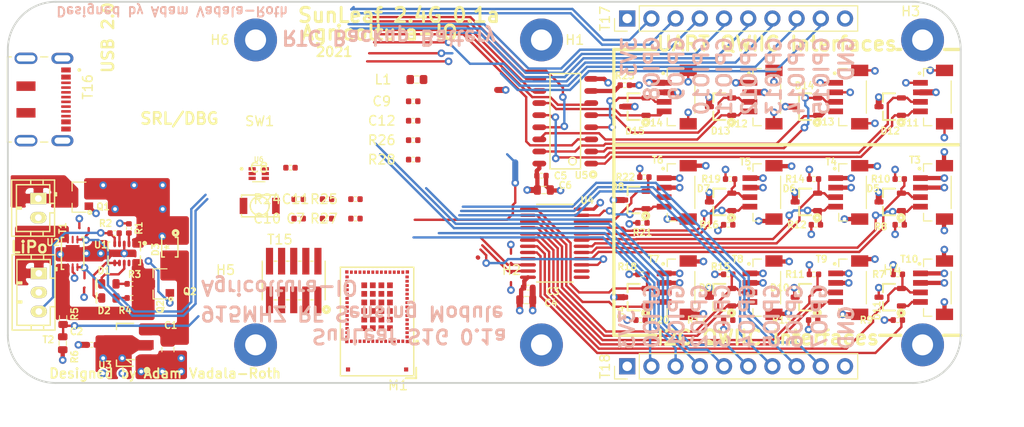
<source format=kicad_pcb>
(kicad_pcb (version 20171130) (host pcbnew "(5.1.9)-1")
  (layers (0 F.Cu signal) (1 In1.Cu power hide) (2 In2.Cu power hide) (31 B.Cu signal) (34 B.Paste user) (35 F.Paste user) (36 B.SilkS user hide) (37 F.SilkS user) (38 B.Mask user) (39 F.Mask user) (44 Edge.Cuts user))
  (net 0 "")
  (net 1 GND)
  (net 2 +3V3)
  (net 3 "/STM32F446RET6 - MCU/VBAT")
  (net 4 "/Power Supply & Battery Charging/3V3_REG_IN")
  (net 5 "/Power Supply & Battery Charging/USB_VBUS")
  (net 6 "/Power Supply & Battery Charging/CHG")
  (net 7 "/Power Supply & Battery Charging/PG6_EN7")
  (net 8 "Net-(M1-Pad3)")
  (net 9 "Net-(M1-Pad1)")
  (net 10 "/Power Supply & Battery Charging/Solar_PNL")
  (net 11 "/Power Supply & Battery Charging/BAT")
  (net 12 "/I2C Mux & Connections/I2C_SENSE1_SCL")
  (net 13 "/I2C Mux & Connections/I2C_SENSE1_SDA")
  (net 14 "/Power Supply & Battery Charging/THERM")
  (net 15 "/Power Supply & Battery Charging/VTSB")
  (net 16 "/Power Supply & Battery Charging/BAT_VOLT_SENSE")
  (net 17 "/I2C Mux & Connections/QWIIC_SC0")
  (net 18 "/I2C Mux & Connections/QWIIC_SD0")
  (net 19 "/I2C Mux & Connections/QWIIC_SC1")
  (net 20 "/I2C Mux & Connections/QWIIC_SD1")
  (net 21 "/I2C Mux & Connections/QWIIC_SC2")
  (net 22 "/I2C Mux & Connections/QWIIC_SD2")
  (net 23 "/I2C Mux & Connections/QWIIC_SC3")
  (net 24 "/I2C Mux & Connections/QWIIC_SD3")
  (net 25 "/I2C Mux & Connections/QWIIC_SC4")
  (net 26 "/I2C Mux & Connections/QWIIC_SD4")
  (net 27 "/I2C Mux & Connections/QWIIC_SC5")
  (net 28 "/I2C Mux & Connections/QWIIC_SD5")
  (net 29 "/I2C Mux & Connections/QWIIC_SC6")
  (net 30 "/I2C Mux & Connections/QWIIC_SD6")
  (net 31 "/I2C Mux & Connections/QWIIC_SC7")
  (net 32 "/I2C Mux & Connections/QWIIC_SD7")
  (net 33 "/UART Mux & Connections/UARTS1_RX")
  (net 34 "/UART Mux & Connections/UARTS1_TX")
  (net 35 "/UART Mux & Connections/UARTS2_RX")
  (net 36 "/UART Mux & Connections/UARTS2_TX")
  (net 37 "/UART Mux & Connections/UARTS3_RX")
  (net 38 "/UART Mux & Connections/UARTS3_TX")
  (net 39 "/UART Mux & Connections/UARTS4_RX")
  (net 40 "/UART Mux & Connections/UARTS4_TX")
  (net 41 "/I2C Mux & Connections/I2C_MUX1_RESET")
  (net 42 "Net-(U4-Pad21)")
  (net 43 "Net-(U4-Pad2)")
  (net 44 "Net-(U4-Pad1)")
  (net 45 "/Power Supply & Battery Charging/BAT_SDA")
  (net 46 "/Power Supply & Battery Charging/BAT_SCL")
  (net 47 "/STM32F446RET6 - MCU/GPIO14")
  (net 48 "/STM32F446RET6 - MCU/GPIO15")
  (net 49 "/STM32 RF Module/NRST")
  (net 50 "Net-(D1-Pad1)")
  (net 51 "Net-(D2-Pad1)")
  (net 52 "Net-(L1-Pad2)")
  (net 53 "Net-(M1-Pad85)")
  (net 54 "/STM32 RF Module/BOOT0")
  (net 55 "Net-(M1-Pad8)")
  (net 56 "Net-(M1-Pad7)")
  (net 57 "Net-(M1-Pad2)")
  (net 58 "/STM32 RF Module/PB5")
  (net 59 "/STM32 RF Module/PB4")
  (net 60 "/STM32 RF Module/JTAG_NJTRST")
  (net 61 "Net-(M1-Pad22)")
  (net 62 "Net-(M1-Pad23)")
  (net 63 "/STM32 RF Module/USB_D-")
  (net 64 "/STM32 RF Module/USB_D+")
  (net 65 "Net-(M1-Pad28)")
  (net 66 "/STM32 RF Module/JTAG_JTDI")
  (net 67 "/STM32 RF Module/JTAG_SWCLK")
  (net 68 "/STM32 RF Module/JTAG_SWDIO")
  (net 69 "Net-(M1-Pad24)")
  (net 70 "Net-(M1-Pad33)")
  (net 71 "/STM32 RF Module/PD1")
  (net 72 "/STM32 RF Module/PB13")
  (net 73 "/STM32 RF Module/PC6")
  (net 74 "/STM32 RF Module/PB14")
  (net 75 "/STM32 RF Module/PB15")
  (net 76 "/STM32 RF Module/PB6")
  (net 77 "Net-(M1-Pad40)")
  (net 78 "/STM32 RF Module/PB12")
  (net 79 "/STM32 RF Module/PE4")
  (net 80 "Net-(M1-Pad45)")
  (net 81 "/STM32 RF Module/PB11")
  (net 82 "Net-(M1-Pad56)")
  (net 83 "Net-(M1-Pad55)")
  (net 84 "/STM32 RF Module/PB10")
  (net 85 "/STM32 RF Module/JTAG_JTDO")
  (net 86 "Net-(M1-Pad49)")
  (net 87 "Net-(M1-Pad50)")
  (net 88 "Net-(M1-Pad51)")
  (net 89 "Net-(M1-Pad52)")
  (net 90 "Net-(M1-Pad53)")
  (net 91 "Net-(M1-Pad54)")
  (net 92 "/STM32 RF Module/PC9")
  (net 93 "Net-(M1-Pad70)")
  (net 94 "Net-(M1-Pad71)")
  (net 95 "Net-(M1-Pad72)")
  (net 96 "Net-(M1-Pad73)")
  (net 97 "Net-(M1-Pad74)")
  (net 98 "/STM32 RF Module/PD2")
  (net 99 "Net-(M1-Pad81)")
  (net 100 "Net-(M1-Pad82)")
  (net 101 "Net-(M1-Pad83)")
  (net 102 "Net-(M1-Pad75)")
  (net 103 "/STM32 RF Module/PD7")
  (net 104 "Net-(M1-Pad80)")
  (net 105 "Net-(M1-Pad79)")
  (net 106 "Net-(M1-Pad78)")
  (net 107 "Net-(M1-Pad77)")
  (net 108 "Net-(M1-Pad76)")
  (net 109 "/STM32 RF Module/PD12")
  (net 110 "/STM32 RF Module/PD13")
  (net 111 "/STM32 RF Module/PE1")
  (net 112 "/STM32 RF Module/PD14")
  (net 113 "/STM32 RF Module/PH1")
  (net 114 "/STM32 RF Module/PH0")
  (net 115 "Net-(R1-Pad1)")
  (net 116 "Net-(R23-Pad2)")
  (net 117 "Net-(T2-Pad1)")
  (net 118 "Net-(T15-Pad7)")
  (net 119 "Net-(T16-Pad5)")
  (net 120 "Net-(T16-Pad6)")
  (net 121 "Net-(T16-Pad4)")
  (net 122 "Net-(T16-Pad10)")
  (net 123 VBUS)
  (net 124 "Net-(U1-Pad9)")
  (net 125 "Net-(U2-Pad5)")
  (net 126 "Net-(H1-Pad1)")
  (net 127 "Net-(H2-Pad1)")
  (net 128 "Net-(H3-Pad1)")
  (net 129 "Net-(H4-Pad1)")
  (net 130 "Net-(H5-Pad1)")
  (net 131 "Net-(H6-Pad1)")
  (net 132 "Net-(T17-Pad1)")
  (net 133 "Net-(T17-Pad2)")
  (net 134 "Net-(T17-Pad3)")
  (net 135 "Net-(T17-Pad4)")
  (net 136 "Net-(T17-Pad5)")
  (net 137 "Net-(T17-Pad6)")
  (net 138 "Net-(T17-Pad7)")
  (net 139 "Net-(T17-Pad8)")
  (net 140 "Net-(T17-Pad9)")
  (net 141 "Net-(T17-Pad10)")
  (net 142 "Net-(T18-Pad1)")
  (net 143 "Net-(T18-Pad2)")
  (net 144 "Net-(T18-Pad3)")
  (net 145 "Net-(T18-Pad4)")
  (net 146 "Net-(T18-Pad5)")
  (net 147 "Net-(T18-Pad6)")
  (net 148 "Net-(T18-Pad7)")
  (net 149 "Net-(T18-Pad8)")
  (net 150 "Net-(T18-Pad9)")
  (net 151 "Net-(T18-Pad10)")
  (net 152 "/STM32 RF Module/USW1_EN")
  (net 153 "/STM32 RF Module/UART_SENSE1_RX")
  (net 154 "/STM32 RF Module/UART_SENSE1_TX")
  (net 155 "/STM32 RF Module/USW1_S0")
  (net 156 "/STM32 RF Module/USW1_S1")
  (module AVR-KiCAD-Lib-Connectors:Female_Header_Straight_1x10_Pitch2.54mm (layer F.Cu) (at 165 108.25 90)
    (fp_text reference T18 (at 0 -2.33 90) (layer F.SilkS))
    (fp_text value PPTC101LFBN-RC)
    (pad 1 thru_hole rect (at 0 0 90) (size 1.7 1.7) (drill 1) (layers *.Cu *.Mask) (net 142 "Net-(T18-Pad1)"))
    (pad 2 thru_hole oval (at 0 2.54 90) (size 1.7 1.7) (drill 1) (layers *.Cu *.Mask) (net 143 "Net-(T18-Pad2)"))
    (pad 3 thru_hole oval (at 0 5.08 90) (size 1.7 1.7) (drill 1) (layers *.Cu *.Mask) (net 144 "Net-(T18-Pad3)"))
    (pad 4 thru_hole oval (at 0 7.62 90) (size 1.7 1.7) (drill 1) (layers *.Cu *.Mask) (net 145 "Net-(T18-Pad4)"))
    (pad 5 thru_hole oval (at 0 10.16 90) (size 1.7 1.7) (drill 1) (layers *.Cu *.Mask) (net 146 "Net-(T18-Pad5)"))
    (pad 6 thru_hole oval (at 0 12.7 90) (size 1.7 1.7) (drill 1) (layers *.Cu *.Mask) (net 147 "Net-(T18-Pad6)"))
    (pad 7 thru_hole oval (at 0 15.24 90) (size 1.7 1.7) (drill 1) (layers *.Cu *.Mask) (net 148 "Net-(T18-Pad7)"))
    (pad 8 thru_hole oval (at 0 17.78 90) (size 1.7 1.7) (drill 1) (layers *.Cu *.Mask) (net 149 "Net-(T18-Pad8)"))
    (pad 9 thru_hole oval (at 0 20.32 90) (size 1.7 1.7) (drill 1) (layers *.Cu *.Mask) (net 150 "Net-(T18-Pad9)"))
    (pad 10 thru_hole oval (at 0 22.86 90) (size 1.7 1.7) (drill 1) (layers *.Cu *.Mask) (net 151 "Net-(T18-Pad10)"))
  )
  (module AVR-KiCAD-Lib-Connectors:Female_Header_Straight_1x10_Pitch2.54mm (layer F.Cu) (at 165 71.75 90)
    (fp_text reference T17 (at 0 -2.33 90) (layer F.SilkS))
    (fp_text value PPTC101LFBN-RC)
    (pad 1 thru_hole rect (at 0 0 90) (size 1.7 1.7) (drill 1) (layers *.Cu *.Mask) (net 132 "Net-(T17-Pad1)"))
    (pad 2 thru_hole oval (at 0 2.54 90) (size 1.7 1.7) (drill 1) (layers *.Cu *.Mask) (net 133 "Net-(T17-Pad2)"))
    (pad 3 thru_hole oval (at 0 5.08 90) (size 1.7 1.7) (drill 1) (layers *.Cu *.Mask) (net 134 "Net-(T17-Pad3)"))
    (pad 4 thru_hole oval (at 0 7.62 90) (size 1.7 1.7) (drill 1) (layers *.Cu *.Mask) (net 135 "Net-(T17-Pad4)"))
    (pad 5 thru_hole oval (at 0 10.16 90) (size 1.7 1.7) (drill 1) (layers *.Cu *.Mask) (net 136 "Net-(T17-Pad5)"))
    (pad 6 thru_hole oval (at 0 12.7 90) (size 1.7 1.7) (drill 1) (layers *.Cu *.Mask) (net 137 "Net-(T17-Pad6)"))
    (pad 7 thru_hole oval (at 0 15.24 90) (size 1.7 1.7) (drill 1) (layers *.Cu *.Mask) (net 138 "Net-(T17-Pad7)"))
    (pad 8 thru_hole oval (at 0 17.78 90) (size 1.7 1.7) (drill 1) (layers *.Cu *.Mask) (net 139 "Net-(T17-Pad8)"))
    (pad 9 thru_hole oval (at 0 20.32 90) (size 1.7 1.7) (drill 1) (layers *.Cu *.Mask) (net 140 "Net-(T17-Pad9)"))
    (pad 10 thru_hole oval (at 0 22.86 90) (size 1.7 1.7) (drill 1) (layers *.Cu *.Mask) (net 141 "Net-(T17-Pad10)"))
  )
  (module AVR-KiCAD-Lib-Holes_Fasteners:M2_HOLE (layer F.Cu) (at 126 74)
    (fp_text reference H6 (at -3.75 0) (layer F.SilkS))
    (fp_text value M2_Plated_Hole)
    (pad 1 thru_hole circle (at 0 0) (size 4.5 4.5) (drill 2.2) (layers *.Cu *.Mask) (net 131 "Net-(H6-Pad1)"))
  )
  (module AVR-KiCAD-Lib-Holes_Fasteners:M2_HOLE (layer F.Cu) (at 126 106)
    (fp_text reference H5 (at -3.15 -7.85) (layer F.SilkS))
    (fp_text value M2_Plated_Hole)
    (pad 1 thru_hole circle (at 0 0) (size 4.5 4.5) (drill 2.2) (layers *.Cu *.Mask) (net 130 "Net-(H5-Pad1)"))
  )
  (module AVR-KiCAD-Lib-Holes_Fasteners:M2_HOLE (layer F.Cu) (at 196 106)
    (fp_text reference H4 (at -3.15 -7.85) (layer F.SilkS))
    (fp_text value M2_Plated_Hole)
    (pad 1 thru_hole circle (at 0 0) (size 4.5 4.5) (drill 2.2) (layers *.Cu *.Mask) (net 129 "Net-(H4-Pad1)"))
  )
  (module AVR-KiCAD-Lib-Holes_Fasteners:M2_HOLE (layer F.Cu) (at 196 74)
    (fp_text reference H3 (at -1.25 -3) (layer F.SilkS))
    (fp_text value M2_Plated_Hole)
    (pad 1 thru_hole circle (at 0 0) (size 4.5 4.5) (drill 2.2) (layers *.Cu *.Mask) (net 128 "Net-(H3-Pad1)"))
  )
  (module AVR-KiCAD-Lib-Holes_Fasteners:M2_HOLE (layer F.Cu) (at 156 106)
    (fp_text reference H2 (at -3.15 -7.85) (layer F.SilkS))
    (fp_text value M2_Plated_Hole)
    (pad 1 thru_hole circle (at 0 0) (size 4.5 4.5) (drill 2.2) (layers *.Cu *.Mask) (net 127 "Net-(H2-Pad1)"))
  )
  (module AVR-KiCAD-Lib-Holes_Fasteners:M2_HOLE (layer F.Cu) (at 156 74)
    (fp_text reference H1 (at 3.5 0) (layer F.SilkS))
    (fp_text value M2_Plated_Hole)
    (pad 1 thru_hole circle (at 0 0) (size 4.5 4.5) (drill 2.2) (layers *.Cu *.Mask) (net 126 "Net-(H1-Pad1)"))
  )
  (module AVR-KiCAD-Lib-ICs:SOT50P160X60-6N (layer F.Cu) (at 126.33 88.027)
    (fp_text reference U6 (at 0 -1.5) (layer F.SilkS) (effects (font (size 0.5 0.5) (thickness 0.1))))
    (fp_text value USBLC6-2P6)
    (pad 6 smd rect (at 0.69 -0.5) (size 0.75 0.35) (layers F.Cu F.Paste F.Mask) (net 64 "/STM32 RF Module/USB_D+"))
    (pad 5 smd rect (at 0.69 0) (size 0.75 0.35) (layers F.Cu F.Paste F.Mask) (net 123 VBUS))
    (pad 4 smd rect (at 0.69 0.5) (size 0.75 0.35) (layers F.Cu F.Paste F.Mask) (net 63 "/STM32 RF Module/USB_D-"))
    (pad 3 smd rect (at -0.69 0.5) (size 0.75 0.35) (layers F.Cu F.Paste F.Mask) (net 119 "Net-(T16-Pad5)"))
    (pad 2 smd rect (at -0.69 0) (size 0.75 0.35) (layers F.Cu F.Paste F.Mask) (net 1 GND))
    (pad 1 smd rect (at -0.69 -0.5) (size 0.75 0.35) (layers F.Cu F.Paste F.Mask) (net 120 "Net-(T16-Pad6)"))
  )
  (module AVR-KiCAD-Lib-Connectors:JAE_DX07S016JA1R1500 (layer F.Cu) (at 105 80.25 270)
    (fp_text reference T16 (at -1.325 -3.385 90) (layer F.SilkS))
    (fp_text value DX07S016JA1R1500)
    (pad S6 thru_hole oval (at 4.32 3.1 270) (size 1.2 2.4) (drill oval 0.65 1.95) (layers *.Cu *.Mask) (net 52 "Net-(L1-Pad2)"))
    (pad S5 thru_hole oval (at -4.32 3.1 270) (size 1.2 2.4) (drill oval 0.65 1.95) (layers *.Cu *.Mask) (net 52 "Net-(L1-Pad2)"))
    (pad S4 thru_hole oval (at 4.32 -0.725 270) (size 1.158 2.316) (drill oval 0.65 1.65) (layers *.Cu *.Mask) (net 52 "Net-(L1-Pad2)"))
    (pad S3 thru_hole oval (at -4.32 -0.725 270) (size 1.158 2.316) (drill oval 0.65 1.65) (layers *.Cu *.Mask) (net 52 "Net-(L1-Pad2)"))
    (pad None np_thru_hole circle (at -3 0 270) (size 0.63 0.63) (drill 0.63) (layers *.Cu *.Mask))
    (pad S2 smd rect (at 1.4 3.1 270) (size 1 2) (layers F.Cu F.Paste F.Mask) (net 52 "Net-(L1-Pad2)"))
    (pad S1 smd rect (at -1.4 3.1 270) (size 1 2) (layers F.Cu F.Paste F.Mask) (net 52 "Net-(L1-Pad2)"))
    (pad None np_thru_hole circle (at 3 0 270) (size 0.63 0.63) (drill 0.63) (layers *.Cu *.Mask))
    (pad None np_thru_hole circle (at 3 0 270) (size 0.6 0.6) (drill 0.6) (layers *.Cu *.Mask))
    (pad 9 smd rect (at 1.25 -1.1 270) (size 0.27 1) (layers F.Cu F.Paste F.Mask) (net 1 GND))
    (pad 8 smd rect (at 0.75 -1.1 270) (size 0.27 1) (layers F.Cu F.Paste F.Mask) (net 119 "Net-(T16-Pad5)"))
    (pad 7 smd rect (at 0.25 -1.1 270) (size 0.27 1) (layers F.Cu F.Paste F.Mask) (net 120 "Net-(T16-Pad6)"))
    (pad 6 smd rect (at -0.25 -1.1 270) (size 0.27 1) (layers F.Cu F.Paste F.Mask) (net 120 "Net-(T16-Pad6)"))
    (pad 5 smd rect (at -0.75 -1.1 270) (size 0.27 1) (layers F.Cu F.Paste F.Mask) (net 119 "Net-(T16-Pad5)"))
    (pad 4 smd rect (at -1.25 -1.1 270) (size 0.27 1) (layers F.Cu F.Paste F.Mask) (net 121 "Net-(T16-Pad4)"))
    (pad 10 smd rect (at 1.75 -1.1 270) (size 0.27 1) (layers F.Cu F.Paste F.Mask) (net 122 "Net-(T16-Pad10)"))
    (pad 3 smd rect (at -1.75 -1.1 270) (size 0.27 1) (layers F.Cu F.Paste F.Mask) (net 1 GND))
    (pad 11 smd rect (at 2.35 -1.1 270) (size 0.52 1) (layers F.Cu F.Paste F.Mask) (net 123 VBUS))
    (pad 2 smd rect (at -2.35 -1.1 270) (size 0.52 1) (layers F.Cu F.Paste F.Mask) (net 123 VBUS))
    (pad 12 smd rect (at 3.1 -1.1 270) (size 0.52 1) (layers F.Cu F.Paste F.Mask) (net 52 "Net-(L1-Pad2)"))
    (pad 1 smd rect (at -3.1 -1.1 270) (size 0.52 1) (layers F.Cu F.Paste F.Mask) (net 52 "Net-(L1-Pad2)"))
  )
  (module AVR-KiCAD-Lib-Connectors:20021121-00010C4LF (layer F.Cu) (at 130 99.25)
    (fp_text reference T15 (at -1.45 -4.3) (layer F.SilkS))
    (fp_text value 20021121-00010C4LF)
    (pad 10 smd rect (at -2.54 -2.03) (size 0.75 2.8) (layers F.Cu F.Paste F.Mask) (net 60 "/STM32 RF Module/JTAG_NJTRST"))
    (pad 9 smd rect (at -2.54 2.03) (size 0.75 2.8) (layers F.Cu F.Paste F.Mask) (net 1 GND))
    (pad 8 smd rect (at -1.27 -2.03) (size 0.75 2.8) (layers F.Cu F.Paste F.Mask) (net 66 "/STM32 RF Module/JTAG_JTDI"))
    (pad 7 smd rect (at -1.27 2.03) (size 0.75 2.8) (layers F.Cu F.Paste F.Mask) (net 118 "Net-(T15-Pad7)"))
    (pad 6 smd rect (at 0 -2.03) (size 0.75 2.8) (layers F.Cu F.Paste F.Mask) (net 85 "/STM32 RF Module/JTAG_JTDO"))
    (pad 5 smd rect (at 0 2.03) (size 0.75 2.8) (layers F.Cu F.Paste F.Mask) (net 1 GND))
    (pad 4 smd rect (at 1.27 -2.03) (size 0.75 2.8) (layers F.Cu F.Paste F.Mask) (net 67 "/STM32 RF Module/JTAG_SWCLK"))
    (pad 3 smd rect (at 1.27 2.03) (size 0.75 2.8) (layers F.Cu F.Paste F.Mask) (net 1 GND))
    (pad 2 smd rect (at 2.54 -2.03) (size 0.75 2.8) (layers F.Cu F.Paste F.Mask) (net 68 "/STM32 RF Module/JTAG_SWDIO"))
    (pad 1 smd rect (at 2.54 2.03) (size 0.75 2.8) (layers F.Cu F.Paste F.Mask) (net 2 +3V3))
  )
  (module AVR-KiCAD-Lib-Mech-Switches:B3U-1000P (layer F.Cu) (at 126.429999 91.42)
    (fp_text reference SW1 (at 0 -8.89) (layer F.SilkS))
    (fp_text value B3U-1000P)
    (pad 1 smd rect (at -1.7 0) (size 0.8 1.7) (layers F.Cu F.Paste F.Mask) (net 1 GND))
    (pad 2 smd rect (at 1.7 0) (size 0.8 1.7) (layers F.Cu F.Paste F.Mask) (net 49 "/STM32 RF Module/NRST"))
  )
  (module AVR-KiCAD-Lib-Resistors:R0402 (layer F.Cu) (at 142.54 86.56)
    (fp_text reference R28 (at -3.302 0) (layer F.SilkS))
    (fp_text value RC0402FR-0710KL)
    (pad 1 smd roundrect (at -0.483 0) (size 0.559 0.61) (layers F.Cu F.Paste F.Mask) (net 2 +3V3))
    (pad 2 smd roundrect (at 0.483 0) (size 0.559 0.61) (layers F.Cu F.Paste F.Mask) (net 54 "/STM32 RF Module/BOOT0"))
  )
  (module AVR-KiCAD-Lib-Resistors:R0402 (layer F.Cu) (at 136.48 92.75)
    (fp_text reference R27 (at -3.302 0) (layer F.SilkS))
    (fp_text value RC0402FR-0710KL)
    (pad 1 smd roundrect (at -0.483 0) (size 0.559 0.61) (layers F.Cu F.Paste F.Mask) (net 2 +3V3))
    (pad 2 smd roundrect (at 0.483 0) (size 0.559 0.61) (layers F.Cu F.Paste F.Mask) (net 60 "/STM32 RF Module/JTAG_NJTRST"))
  )
  (module AVR-KiCAD-Lib-Resistors:R0402 (layer F.Cu) (at 142.54 84.52)
    (fp_text reference R26 (at -3.302 0) (layer F.SilkS))
    (fp_text value RC0402FR-0710KL)
    (pad 1 smd roundrect (at -0.483 0) (size 0.559 0.61) (layers F.Cu F.Paste F.Mask) (net 67 "/STM32 RF Module/JTAG_SWCLK"))
    (pad 2 smd roundrect (at 0.483 0) (size 0.559 0.61) (layers F.Cu F.Paste F.Mask) (net 1 GND))
  )
  (module AVR-KiCAD-Lib-Resistors:R0402 (layer F.Cu) (at 136.48 90.71)
    (fp_text reference R25 (at -3.302 0) (layer F.SilkS))
    (fp_text value RC0402FR-0710KL)
    (pad 1 smd roundrect (at -0.483 0) (size 0.559 0.61) (layers F.Cu F.Paste F.Mask) (net 2 +3V3))
    (pad 2 smd roundrect (at 0.483 0) (size 0.559 0.61) (layers F.Cu F.Paste F.Mask) (net 66 "/STM32 RF Module/JTAG_JTDI"))
  )
  (module AVR-KiCAD-Lib-Resistors:R0402 (layer F.Cu) (at 130.52 90.71)
    (fp_text reference R24 (at -3.302 0) (layer F.SilkS))
    (fp_text value RC0402FR-0710KL)
    (pad 1 smd roundrect (at -0.483 0) (size 0.559 0.61) (layers F.Cu F.Paste F.Mask) (net 2 +3V3))
    (pad 2 smd roundrect (at 0.483 0) (size 0.559 0.61) (layers F.Cu F.Paste F.Mask) (net 68 "/STM32 RF Module/JTAG_SWDIO"))
  )
  (module AVR-KiCAD-Lib-Modules:STM32WB5MMGH6TR (layer F.Cu) (at 138.75 102 180)
    (fp_text reference M1 (at -2.2 -8.25) (layer F.SilkS))
    (fp_text value STM32WB5MMGH6TR)
    (pad 86 smd rect (at 3.05 -6.585 180) (size 0.43 0.43) (layers F.Cu F.Paste F.Mask) (net 1 GND))
    (pad 85 smd rect (at -3.05 -6.585 180) (size 0.43 0.43) (layers F.Cu F.Paste F.Mask) (net 53 "Net-(M1-Pad85)"))
    (pad 16 smd rect (at -3.15 3.125 180) (size 0.35 0.3) (layers F.Cu F.Paste F.Mask) (net 1 GND))
    (pad 15 smd rect (at -3.15 2.675 180) (size 0.35 0.3) (layers F.Cu F.Paste F.Mask) (net 2 +3V3))
    (pad 14 smd rect (at -3.15 2.225 180) (size 0.35 0.3) (layers F.Cu F.Paste F.Mask) (net 12 "/I2C Mux & Connections/I2C_SENSE1_SCL"))
    (pad 13 smd rect (at -3.15 1.775 180) (size 0.35 0.3) (layers F.Cu F.Paste F.Mask) (net 54 "/STM32 RF Module/BOOT0"))
    (pad 12 smd rect (at -3.15 1.325 180) (size 0.35 0.3) (layers F.Cu F.Paste F.Mask) (net 46 "/Power Supply & Battery Charging/BAT_SCL"))
    (pad 11 smd rect (at -3.15 0.875 180) (size 0.35 0.3) (layers F.Cu F.Paste F.Mask) (net 13 "/I2C Mux & Connections/I2C_SENSE1_SDA"))
    (pad 10 smd rect (at -3.15 0.425 180) (size 0.35 0.3) (layers F.Cu F.Paste F.Mask) (net 49 "/STM32 RF Module/NRST"))
    (pad 9 smd rect (at -3.15 -0.025 180) (size 0.35 0.3) (layers F.Cu F.Paste F.Mask) (net 45 "/Power Supply & Battery Charging/BAT_SDA"))
    (pad 8 smd rect (at -3.15 -0.475 180) (size 0.35 0.3) (layers F.Cu F.Paste F.Mask) (net 55 "Net-(M1-Pad8)"))
    (pad 7 smd rect (at -3.15 -0.925 180) (size 0.35 0.3) (layers F.Cu F.Paste F.Mask) (net 56 "Net-(M1-Pad7)"))
    (pad 6 smd rect (at -3.15 -1.375 180) (size 0.35 0.3) (layers F.Cu F.Paste F.Mask) (net 2 +3V3))
    (pad 5 smd rect (at -3.15 -1.825 180) (size 0.35 0.3) (layers F.Cu F.Paste F.Mask) (net 1 GND))
    (pad 4 smd rect (at -3.15 -2.275 180) (size 0.35 0.3) (layers F.Cu F.Paste F.Mask) (net 2 +3V3))
    (pad 3 smd rect (at -3.15 -2.725 180) (size 0.35 0.3) (layers F.Cu F.Paste F.Mask) (net 8 "Net-(M1-Pad3)"))
    (pad 2 smd rect (at -3.15 -3.175 180) (size 0.35 0.3) (layers F.Cu F.Paste F.Mask) (net 57 "Net-(M1-Pad2)"))
    (pad 17 smd rect (at -3.175 3.65 180) (size 0.35 0.35) (layers F.Cu F.Paste F.Mask) (net 2 +3V3))
    (pad 18 smd rect (at -2.7 3.625 270) (size 0.35 0.3) (layers F.Cu F.Paste F.Mask) (net 41 "/I2C Mux & Connections/I2C_MUX1_RESET"))
    (pad 19 smd rect (at -2.25 3.625 270) (size 0.35 0.3) (layers F.Cu F.Paste F.Mask) (net 58 "/STM32 RF Module/PB5"))
    (pad 20 smd rect (at -1.8 3.625 270) (size 0.35 0.3) (layers F.Cu F.Paste F.Mask) (net 59 "/STM32 RF Module/PB4"))
    (pad 21 smd rect (at -1.35 3.625 270) (size 0.35 0.3) (layers F.Cu F.Paste F.Mask) (net 60 "/STM32 RF Module/JTAG_NJTRST"))
    (pad 22 smd rect (at -0.9 3.625 270) (size 0.35 0.3) (layers F.Cu F.Paste F.Mask) (net 61 "Net-(M1-Pad22)"))
    (pad 23 smd rect (at -0.45 3.625 270) (size 0.35 0.3) (layers F.Cu F.Paste F.Mask) (net 62 "Net-(M1-Pad23)"))
    (pad 31 smd rect (at 3.175 3.65 180) (size 0.35 0.35) (layers F.Cu F.Paste F.Mask) (net 1 GND))
    (pad 30 smd rect (at 2.7 3.625 180) (size 0.3 0.35) (layers F.Cu F.Paste F.Mask) (net 63 "/STM32 RF Module/USB_D-"))
    (pad 29 smd rect (at 2.25 3.625 270) (size 0.35 0.3) (layers F.Cu F.Paste F.Mask) (net 64 "/STM32 RF Module/USB_D+"))
    (pad 28 smd rect (at 1.8 3.625 270) (size 0.35 0.3) (layers F.Cu F.Paste F.Mask) (net 65 "Net-(M1-Pad28)"))
    (pad 27 smd rect (at 1.35 3.625 270) (size 0.35 0.3) (layers F.Cu F.Paste F.Mask) (net 66 "/STM32 RF Module/JTAG_JTDI"))
    (pad 26 smd rect (at 0.9 3.625 270) (size 0.35 0.3) (layers F.Cu F.Paste F.Mask) (net 67 "/STM32 RF Module/JTAG_SWCLK"))
    (pad 25 smd rect (at 0.45 3.625 270) (size 0.35 0.3) (layers F.Cu F.Paste F.Mask) (net 68 "/STM32 RF Module/JTAG_SWDIO"))
    (pad 24 smd rect (at 0 3.625 270) (size 0.35 0.3) (layers F.Cu F.Paste F.Mask) (net 69 "Net-(M1-Pad24)"))
    (pad 32 smd rect (at 3.15 3.125 180) (size 0.35 0.3) (layers F.Cu F.Paste F.Mask) (net 2 +3V3))
    (pad 33 smd rect (at 3.15 2.675 180) (size 0.35 0.3) (layers F.Cu F.Paste F.Mask) (net 70 "Net-(M1-Pad33)"))
    (pad 34 smd rect (at 3.15 2.225 180) (size 0.35 0.3) (layers F.Cu F.Paste F.Mask) (net 71 "/STM32 RF Module/PD1"))
    (pad 35 smd rect (at 3.15 1.775 180) (size 0.35 0.3) (layers F.Cu F.Paste F.Mask) (net 72 "/STM32 RF Module/PB13"))
    (pad 36 smd rect (at 3.15 1.325 180) (size 0.35 0.3) (layers F.Cu F.Paste F.Mask) (net 73 "/STM32 RF Module/PC6"))
    (pad 37 smd rect (at 3.15 0.875 180) (size 0.35 0.3) (layers F.Cu F.Paste F.Mask) (net 74 "/STM32 RF Module/PB14"))
    (pad 38 smd rect (at 3.15 0.425 180) (size 0.35 0.3) (layers F.Cu F.Paste F.Mask) (net 75 "/STM32 RF Module/PB15"))
    (pad 39 smd rect (at 3.15 -0.025 180) (size 0.35 0.3) (layers F.Cu F.Paste F.Mask) (net 76 "/STM32 RF Module/PB6"))
    (pad 40 smd rect (at 3.15 -0.475 180) (size 0.35 0.3) (layers F.Cu F.Paste F.Mask) (net 77 "Net-(M1-Pad40)"))
    (pad 41 smd rect (at 3.15 -0.925 180) (size 0.35 0.3) (layers F.Cu F.Paste F.Mask) (net 78 "/STM32 RF Module/PB12"))
    (pad 42 smd rect (at 3.15 -1.375 180) (size 0.35 0.3) (layers F.Cu F.Paste F.Mask) (net 79 "/STM32 RF Module/PE4"))
    (pad 43 smd rect (at 3.15 -1.825 180) (size 0.35 0.3) (layers F.Cu F.Paste F.Mask))
    (pad 44 smd rect (at 3.15 -2.275 180) (size 0.35 0.3) (layers F.Cu F.Paste F.Mask))
    (pad 45 smd rect (at 3.15 -2.725 180) (size 0.35 0.3) (layers F.Cu F.Paste F.Mask) (net 80 "Net-(M1-Pad45)"))
    (pad 46 smd rect (at 3.15 -3.175 180) (size 0.35 0.3) (layers F.Cu F.Paste F.Mask) (net 81 "/STM32 RF Module/PB11"))
    (pad 1 smd rect (at -3.175 -3.65 180) (size 0.35 0.35) (layers F.Cu F.Paste F.Mask) (net 9 "Net-(M1-Pad1)"))
    (pad 60 smd rect (at -2.7 -3.625 270) (size 0.35 0.3) (layers F.Cu F.Paste F.Mask) (net 1 GND))
    (pad 59 smd rect (at -2.25 -3.625 270) (size 0.35 0.3) (layers F.Cu F.Paste F.Mask) (net 1 GND))
    (pad 58 smd rect (at -1.8 -3.625 270) (size 0.35 0.3) (layers F.Cu F.Paste F.Mask) (net 1 GND))
    (pad 57 smd rect (at -1.35 -3.625 270) (size 0.35 0.3) (layers F.Cu F.Paste F.Mask) (net 1 GND))
    (pad 56 smd rect (at -0.9 -3.625 270) (size 0.35 0.3) (layers F.Cu F.Paste F.Mask) (net 82 "Net-(M1-Pad56)"))
    (pad 55 smd rect (at -0.45 -3.625 270) (size 0.35 0.3) (layers F.Cu F.Paste F.Mask) (net 83 "Net-(M1-Pad55)"))
    (pad 47 smd rect (at 3.175 -3.65 180) (size 0.35 0.35) (layers F.Cu F.Paste F.Mask) (net 84 "/STM32 RF Module/PB10"))
    (pad 48 smd rect (at 2.7 -3.625 270) (size 0.35 0.3) (layers F.Cu F.Paste F.Mask) (net 85 "/STM32 RF Module/JTAG_JTDO"))
    (pad 49 smd rect (at 2.25 -3.625 270) (size 0.35 0.3) (layers F.Cu F.Paste F.Mask) (net 86 "Net-(M1-Pad49)"))
    (pad 50 smd rect (at 1.8 -3.625 270) (size 0.35 0.3) (layers F.Cu F.Paste F.Mask) (net 87 "Net-(M1-Pad50)"))
    (pad 51 smd rect (at 1.35 -3.625 270) (size 0.35 0.3) (layers F.Cu F.Paste F.Mask) (net 88 "Net-(M1-Pad51)"))
    (pad 52 smd rect (at 0.9 -3.625 270) (size 0.35 0.3) (layers F.Cu F.Paste F.Mask) (net 89 "Net-(M1-Pad52)"))
    (pad 53 smd rect (at 0.45 -3.625 270) (size 0.35 0.3) (layers F.Cu F.Paste F.Mask) (net 90 "Net-(M1-Pad53)"))
    (pad 54 smd rect (at 0 -3.625 270) (size 0.35 0.3) (layers F.Cu F.Paste F.Mask) (net 91 "Net-(M1-Pad54)"))
    (pad 69 smd rect (at 1.35 2.25 180) (size 0.6 0.6) (layers F.Cu F.Paste F.Mask) (net 92 "/STM32 RF Module/PC9"))
    (pad 70 smd rect (at 1.35 1.35 180) (size 0.6 0.6) (layers F.Cu F.Paste F.Mask) (net 93 "Net-(M1-Pad70)"))
    (pad 71 smd rect (at 1.35 0.45 180) (size 0.6 0.6) (layers F.Cu F.Paste F.Mask) (net 94 "Net-(M1-Pad71)"))
    (pad 72 smd rect (at 1.35 -0.45 180) (size 0.6 0.6) (layers F.Cu F.Paste F.Mask) (net 95 "Net-(M1-Pad72)"))
    (pad 73 smd rect (at 1.35 -1.35 180) (size 0.6 0.6) (layers F.Cu F.Paste F.Mask) (net 96 "Net-(M1-Pad73)"))
    (pad 74 smd rect (at 1.35 -2.25 180) (size 0.6 0.6) (layers F.Cu F.Paste F.Mask) (net 97 "Net-(M1-Pad74)"))
    (pad 68 smd rect (at 0.45 2.25 180) (size 0.6 0.6) (layers F.Cu F.Paste F.Mask) (net 98 "/STM32 RF Module/PD2"))
    (pad 81 smd rect (at 0.45 1.35 180) (size 0.6 0.6) (layers F.Cu F.Paste F.Mask) (net 99 "Net-(M1-Pad81)"))
    (pad 82 smd rect (at 0.45 0.45 180) (size 0.6 0.6) (layers F.Cu F.Paste F.Mask) (net 100 "Net-(M1-Pad82)"))
    (pad 83 smd rect (at 0.45 -0.45 180) (size 0.6 0.6) (layers F.Cu F.Paste F.Mask) (net 101 "Net-(M1-Pad83)"))
    (pad 84 smd rect (at 0.45 -1.35 180) (size 0.6 0.6) (layers F.Cu F.Paste F.Mask) (net 1 GND))
    (pad 75 smd rect (at 0.45 -2.25 180) (size 0.6 0.6) (layers F.Cu F.Paste F.Mask) (net 102 "Net-(M1-Pad75)"))
    (pad 67 smd rect (at -0.45 2.25 180) (size 0.6 0.6) (layers F.Cu F.Paste F.Mask) (net 103 "/STM32 RF Module/PD7"))
    (pad 80 smd rect (at -0.45 1.35 180) (size 0.6 0.6) (layers F.Cu F.Paste F.Mask) (net 104 "Net-(M1-Pad80)"))
    (pad 79 smd rect (at -0.45 0.45 180) (size 0.6 0.6) (layers F.Cu F.Paste F.Mask) (net 105 "Net-(M1-Pad79)"))
    (pad 78 smd rect (at -0.45 -0.45 180) (size 0.6 0.6) (layers F.Cu F.Paste F.Mask) (net 106 "Net-(M1-Pad78)"))
    (pad 77 smd rect (at -0.45 -1.35 180) (size 0.6 0.6) (layers F.Cu F.Paste F.Mask) (net 107 "Net-(M1-Pad77)"))
    (pad 76 smd rect (at -0.45 -2.25 180) (size 0.6 0.6) (layers F.Cu F.Paste F.Mask) (net 108 "Net-(M1-Pad76)"))
    (pad 66 smd rect (at -1.35 2.25 180) (size 0.6 0.6) (layers F.Cu F.Paste F.Mask) (net 109 "/STM32 RF Module/PD12"))
    (pad 65 smd rect (at -1.35 1.35 180) (size 0.6 0.6) (layers F.Cu F.Paste F.Mask) (net 110 "/STM32 RF Module/PD13"))
    (pad 64 smd rect (at -1.35 0.45 180) (size 0.6 0.6) (layers F.Cu F.Paste F.Mask) (net 111 "/STM32 RF Module/PE1"))
    (pad 63 smd rect (at -1.35 -0.45 180) (size 0.6 0.6) (layers F.Cu F.Paste F.Mask) (net 112 "/STM32 RF Module/PD14"))
    (pad 62 smd rect (at -1.35 -1.35 180) (size 0.6 0.6) (layers F.Cu F.Paste F.Mask) (net 113 "/STM32 RF Module/PH1"))
    (pad 61 smd rect (at -1.35 -2.25 180) (size 0.6 0.6) (layers F.Cu F.Paste F.Mask) (net 114 "/STM32 RF Module/PH0"))
  )
  (module AVR-KiCAD-Lib-Inductors:MI0603K300R-10 (layer F.Cu) (at 142.925 78.157)
    (fp_text reference L1 (at -3.556 0) (layer F.SilkS))
    (fp_text value MI0603K300R-10)
    (pad 1 smd roundrect (at -0.7 0) (size 0.8 0.95) (layers F.Cu F.Paste F.Mask) (net 1 GND))
    (pad 2 smd roundrect (at 0.7 0) (size 0.8 0.95) (layers F.Cu F.Paste F.Mask) (net 52 "Net-(L1-Pad2)"))
  )
  (module AVR-KiCAD-Lib-Resistors:R0402 (layer F.Cu) (at 142.54 82.48)
    (fp_text reference C12 (at -3.302 0) (layer F.SilkS))
    (fp_text value C0402C104K9PACTU)
    (pad 1 smd roundrect (at -0.483 0) (size 0.559 0.61) (layers F.Cu F.Paste F.Mask) (net 2 +3V3))
    (pad 2 smd roundrect (at 0.483 0) (size 0.559 0.61) (layers F.Cu F.Paste F.Mask) (net 1 GND))
  )
  (module AVR-KiCAD-Lib-Resistors:R0402 (layer F.Cu) (at 133.5 90.71)
    (fp_text reference C11 (at -3.302 0) (layer F.SilkS))
    (fp_text value C0402C104K9PACTU)
    (pad 1 smd roundrect (at -0.483 0) (size 0.559 0.61) (layers F.Cu F.Paste F.Mask) (net 2 +3V3))
    (pad 2 smd roundrect (at 0.483 0) (size 0.559 0.61) (layers F.Cu F.Paste F.Mask) (net 1 GND))
  )
  (module AVR-KiCAD-Lib-Resistors:R0402 (layer F.Cu) (at 130.52 92.75)
    (fp_text reference C10 (at -3.302 0) (layer F.SilkS))
    (fp_text value C0402C104K9PACTU)
    (pad 1 smd roundrect (at -0.483 0) (size 0.559 0.61) (layers F.Cu F.Paste F.Mask) (net 2 +3V3))
    (pad 2 smd roundrect (at 0.483 0) (size 0.559 0.61) (layers F.Cu F.Paste F.Mask) (net 1 GND))
  )
  (module AVR-KiCAD-Lib-Resistors:R0402 (layer F.Cu) (at 142.54 80.44)
    (fp_text reference C9 (at -3.302 0) (layer F.SilkS))
    (fp_text value C0402C104K9PACTU)
    (pad 1 smd roundrect (at -0.483 0) (size 0.559 0.61) (layers F.Cu F.Paste F.Mask) (net 2 +3V3))
    (pad 2 smd roundrect (at 0.483 0) (size 0.559 0.61) (layers F.Cu F.Paste F.Mask) (net 1 GND))
  )
  (module AVR-KiCAD-Lib-Resistors:R0402 (layer F.Cu) (at 129.66 87.41)
    (fp_text reference C8 (at -3.302 0) (layer F.SilkS))
    (fp_text value C0402C104K9PACTU)
    (pad 1 smd roundrect (at -0.483 0) (size 0.559 0.61) (layers F.Cu F.Paste F.Mask) (net 2 +3V3))
    (pad 2 smd roundrect (at 0.483 0) (size 0.559 0.61) (layers F.Cu F.Paste F.Mask) (net 1 GND))
  )
  (module AVR-KiCAD-Lib-Resistors:R0402 (layer F.Cu) (at 133.5 92.75)
    (fp_text reference C7 (at -3.302 0) (layer F.SilkS))
    (fp_text value C0402C104K9PACTU)
    (pad 1 smd roundrect (at -0.483 0) (size 0.559 0.61) (layers F.Cu F.Paste F.Mask) (net 49 "/STM32 RF Module/NRST"))
    (pad 2 smd roundrect (at 0.483 0) (size 0.559 0.61) (layers F.Cu F.Paste F.Mask) (net 1 GND))
  )
  (module AVR-KiCAD-Lib-Diodes:BAT20JFILM (layer F.Cu) (at 117 95.75 270)
    (fp_text reference D3 (at 0.25 1.5 90) (layer F.SilkS) (effects (font (size 0.7 0.7))))
    (fp_text value BAT20JFILM hide)
    (fp_text user * (at 0 0 90) (layer F.SilkS))
    (pad 2 smd rect (at 1.1176 0 270) (size 1.1684 0.4826) (layers F.Cu F.Paste F.Mask) (net 4 "/Power Supply & Battery Charging/3V3_REG_IN"))
    (pad 1 smd rect (at -1.1176 0 270) (size 1.1684 0.4826) (layers F.Cu F.Paste F.Mask) (net 123 VBUS))
  )
  (module growbox-KiCAD-Transistors:SOT-23 (layer F.Cu) (at 107.5 90.5 180)
    (fp_text reference Q1 (at -2.5 -1) (layer F.SilkS) (effects (font (size 0.7 0.7))))
    (fp_text value DMP3125L-7)
    (pad 1 smd rect (at -1 -0.95 180) (size 0.9 0.8) (layers F.Cu F.Paste F.Mask) (net 123 VBUS))
    (pad 2 smd rect (at -1 0.95 180) (size 0.9 0.8) (layers F.Cu F.Paste F.Mask) (net 123 VBUS))
    (pad 3 smd rect (at 1 0 180) (size 0.9 0.8) (layers F.Cu F.Paste F.Mask) (net 10 "/Power Supply & Battery Charging/Solar_PNL"))
  )
  (module AVR-KiCAD-Lib-Resistors:R0402 (layer F.Cu) (at 166.8 88.4)
    (fp_text reference R22 (at -2 0) (layer F.SilkS) (effects (font (size 0.7 0.7))))
    (fp_text value RC0402FR-074K7L)
    (pad 1 smd roundrect (at -0.483 0) (size 0.559 0.61) (layers F.Cu F.Paste F.Mask) (net 2 +3V3))
    (pad 2 smd roundrect (at 0.483 0) (size 0.559 0.61) (layers F.Cu F.Paste F.Mask) (net 24 "/I2C Mux & Connections/QWIIC_SD3"))
  )
  (module AVR-KiCAD-Lib-Resistors:R0402 (layer F.Cu) (at 166.6 93.2)
    (fp_text reference R21 (at 0 1) (layer F.SilkS) (effects (font (size 0.7 0.7))))
    (fp_text value RC0402FR-074K7L)
    (pad 1 smd roundrect (at -0.483 0) (size 0.559 0.61) (layers F.Cu F.Paste F.Mask) (net 2 +3V3))
    (pad 2 smd roundrect (at 0.483 0) (size 0.559 0.61) (layers F.Cu F.Paste F.Mask) (net 23 "/I2C Mux & Connections/QWIIC_SC3"))
  )
  (module AVR-KiCAD-Lib-Resistors:R0402 (layer F.Cu) (at 166.4 103.4)
    (fp_text reference R20 (at 2 0) (layer F.SilkS) (effects (font (size 0.7 0.7))))
    (fp_text value RC0402FR-074K7L)
    (pad 1 smd roundrect (at -0.483 0) (size 0.559 0.61) (layers F.Cu F.Paste F.Mask) (net 2 +3V3))
    (pad 2 smd roundrect (at 0.483 0) (size 0.559 0.61) (layers F.Cu F.Paste F.Mask) (net 25 "/I2C Mux & Connections/QWIIC_SC4"))
  )
  (module AVR-KiCAD-Lib-Resistors:R0402 (layer F.Cu) (at 175.8 88.6)
    (fp_text reference R19 (at -2 0) (layer F.SilkS) (effects (font (size 0.7 0.7))))
    (fp_text value RC0402FR-074K7L)
    (pad 1 smd roundrect (at -0.483 0) (size 0.559 0.61) (layers F.Cu F.Paste F.Mask) (net 2 +3V3))
    (pad 2 smd roundrect (at 0.483 0) (size 0.559 0.61) (layers F.Cu F.Paste F.Mask) (net 22 "/I2C Mux & Connections/QWIIC_SD2"))
  )
  (module AVR-KiCAD-Lib-Resistors:R0402 (layer F.Cu) (at 166.6 98.6)
    (fp_text reference R18 (at -1.6 -0.8) (layer F.SilkS) (effects (font (size 0.7 0.7))))
    (fp_text value RC0402FR-074K7L)
    (pad 1 smd roundrect (at -0.483 0) (size 0.559 0.61) (layers F.Cu F.Paste F.Mask) (net 2 +3V3))
    (pad 2 smd roundrect (at 0.483 0) (size 0.559 0.61) (layers F.Cu F.Paste F.Mask) (net 26 "/I2C Mux & Connections/QWIIC_SD4"))
  )
  (module AVR-KiCAD-Lib-Resistors:R0402 (layer F.Cu) (at 175.6 103.4)
    (fp_text reference R17 (at -3.302 0) (layer F.SilkS) (effects (font (size 0.7 0.7))))
    (fp_text value RC0402FR-074K7L)
    (pad 1 smd roundrect (at -0.483 0) (size 0.559 0.61) (layers F.Cu F.Paste F.Mask) (net 2 +3V3))
    (pad 2 smd roundrect (at 0.483 0) (size 0.559 0.61) (layers F.Cu F.Paste F.Mask) (net 27 "/I2C Mux & Connections/QWIIC_SC5"))
  )
  (module AVR-KiCAD-Lib-Resistors:R0402 (layer F.Cu) (at 175.6 93.4)
    (fp_text reference R16 (at -2 0) (layer F.SilkS) (effects (font (size 0.7 0.7))))
    (fp_text value RC0402FR-074K7L)
    (pad 1 smd roundrect (at -0.483 0) (size 0.559 0.61) (layers F.Cu F.Paste F.Mask) (net 2 +3V3))
    (pad 2 smd roundrect (at 0.483 0) (size 0.559 0.61) (layers F.Cu F.Paste F.Mask) (net 21 "/I2C Mux & Connections/QWIIC_SC2"))
  )
  (module AVR-KiCAD-Lib-Resistors:R0402 (layer F.Cu) (at 175.6 98.6)
    (fp_text reference R15 (at -0.8 -0.8) (layer F.SilkS) (effects (font (size 0.7 0.7))))
    (fp_text value RC0402FR-074K7L)
    (pad 1 smd roundrect (at -0.483 0) (size 0.559 0.61) (layers F.Cu F.Paste F.Mask) (net 2 +3V3))
    (pad 2 smd roundrect (at 0.483 0) (size 0.559 0.61) (layers F.Cu F.Paste F.Mask) (net 28 "/I2C Mux & Connections/QWIIC_SD5"))
  )
  (module AVR-KiCAD-Lib-Resistors:R0402 (layer F.Cu) (at 184.6 88.6)
    (fp_text reference R14 (at -2 0) (layer F.SilkS) (effects (font (size 0.7 0.7))))
    (fp_text value RC0402FR-074K7L)
    (pad 1 smd roundrect (at -0.483 0) (size 0.559 0.61) (layers F.Cu F.Paste F.Mask) (net 2 +3V3))
    (pad 2 smd roundrect (at 0.483 0) (size 0.559 0.61) (layers F.Cu F.Paste F.Mask) (net 20 "/I2C Mux & Connections/QWIIC_SD1"))
  )
  (module AVR-KiCAD-Lib-Resistors:R0402 (layer F.Cu) (at 184.517 103.4)
    (fp_text reference R13 (at -3.302 0) (layer F.SilkS) (effects (font (size 0.7 0.7))))
    (fp_text value RC0402FR-074K7L)
    (pad 1 smd roundrect (at -0.483 0) (size 0.559 0.61) (layers F.Cu F.Paste F.Mask) (net 2 +3V3))
    (pad 2 smd roundrect (at 0.483 0) (size 0.559 0.61) (layers F.Cu F.Paste F.Mask) (net 29 "/I2C Mux & Connections/QWIIC_SC6"))
  )
  (module AVR-KiCAD-Lib-Resistors:R0402 (layer F.Cu) (at 184.8 93.4)
    (fp_text reference R12 (at -2 0) (layer F.SilkS) (effects (font (size 0.7 0.7))))
    (fp_text value RC0402FR-074K7L)
    (pad 1 smd roundrect (at -0.483 0) (size 0.559 0.61) (layers F.Cu F.Paste F.Mask) (net 2 +3V3))
    (pad 2 smd roundrect (at 0.483 0) (size 0.559 0.61) (layers F.Cu F.Paste F.Mask) (net 19 "/I2C Mux & Connections/QWIIC_SC1"))
  )
  (module AVR-KiCAD-Lib-Resistors:R0402 (layer F.Cu) (at 184.6 98.6)
    (fp_text reference R11 (at -2 0) (layer F.SilkS) (effects (font (size 0.7 0.7))))
    (fp_text value RC0402FR-074K7L)
    (pad 1 smd roundrect (at -0.483 0) (size 0.559 0.61) (layers F.Cu F.Paste F.Mask) (net 2 +3V3))
    (pad 2 smd roundrect (at 0.483 0) (size 0.559 0.61) (layers F.Cu F.Paste F.Mask) (net 30 "/I2C Mux & Connections/QWIIC_SD6"))
  )
  (module AVR-KiCAD-Lib-Resistors:R0402 (layer F.Cu) (at 193.6 88.6)
    (fp_text reference R10 (at -2 0) (layer F.SilkS) (effects (font (size 0.7 0.7))))
    (fp_text value RC0402FR-074K7L)
    (pad 1 smd roundrect (at -0.483 0) (size 0.559 0.61) (layers F.Cu F.Paste F.Mask) (net 2 +3V3))
    (pad 2 smd roundrect (at 0.483 0) (size 0.559 0.61) (layers F.Cu F.Paste F.Mask) (net 18 "/I2C Mux & Connections/QWIIC_SD0"))
  )
  (module AVR-KiCAD-Lib-Resistors:R0402 (layer F.Cu) (at 193.4 103.4)
    (fp_text reference R9 (at -3.302 0) (layer F.SilkS) (effects (font (size 0.7 0.7))))
    (fp_text value RC0402FR-074K7L)
    (pad 1 smd roundrect (at -0.483 0) (size 0.559 0.61) (layers F.Cu F.Paste F.Mask) (net 2 +3V3))
    (pad 2 smd roundrect (at 0.483 0) (size 0.559 0.61) (layers F.Cu F.Paste F.Mask) (net 31 "/I2C Mux & Connections/QWIIC_SC7"))
  )
  (module AVR-KiCAD-Lib-Resistors:R0402 (layer F.Cu) (at 193.6 93.4)
    (fp_text reference R8 (at -2 0.2) (layer F.SilkS) (effects (font (size 0.7 0.7))))
    (fp_text value RC0402FR-074K7L)
    (pad 1 smd roundrect (at -0.483 0) (size 0.559 0.61) (layers F.Cu F.Paste F.Mask) (net 2 +3V3))
    (pad 2 smd roundrect (at 0.483 0) (size 0.559 0.61) (layers F.Cu F.Paste F.Mask) (net 17 "/I2C Mux & Connections/QWIIC_SC0"))
  )
  (module AVR-KiCAD-Lib-Resistors:R0402 (layer F.Cu) (at 193.4 98.6)
    (fp_text reference R7 (at -2 0) (layer F.SilkS) (effects (font (size 0.7 0.7))))
    (fp_text value RC0402FR-074K7L)
    (pad 1 smd roundrect (at -0.483 0) (size 0.559 0.61) (layers F.Cu F.Paste F.Mask) (net 2 +3V3))
    (pad 2 smd roundrect (at 0.483 0) (size 0.559 0.61) (layers F.Cu F.Paste F.Mask) (net 32 "/I2C Mux & Connections/QWIIC_SD7"))
  )
  (module AVR-KiCAD-Lib-ICs:LTC2941CDCB-1-TRMPBF (layer F.Cu) (at 106.8 96.4 90)
    (fp_text reference U2 (at 1.15 -2.05 180) (layer F.SilkS) (effects (font (size 0.7 0.7))))
    (fp_text value LTC2941CDCB-1#TRMPBF hide)
    (pad 7 smd rect (at 0 0 90) (size 1.7526 1.4478) (layers F.Cu F.Paste F.Mask) (net 1 GND))
    (pad 6 smd oval (at 1.4478 -0.499999 90) (size 0.8128 0.2032) (layers F.Cu F.Paste F.Mask) (net 117 "Net-(T2-Pad1)"))
    (pad 5 smd oval (at 1.4478 0 90) (size 0.8128 0.2032) (layers F.Cu F.Paste F.Mask) (net 125 "Net-(U2-Pad5)"))
    (pad 4 smd oval (at 1.4478 0.499999 90) (size 0.8128 0.2032) (layers F.Cu F.Paste F.Mask) (net 45 "/Power Supply & Battery Charging/BAT_SDA"))
    (pad 3 smd oval (at -1.4478 0.499999 90) (size 0.8128 0.2032) (layers F.Cu F.Paste F.Mask) (net 46 "/Power Supply & Battery Charging/BAT_SCL"))
    (pad 2 smd oval (at -1.4478 0 90) (size 0.8128 0.2032) (layers F.Cu F.Paste F.Mask) (net 1 GND))
    (pad 1 smd oval (at -1.4478 -0.499999 90) (size 0.8128 0.2032) (layers F.Cu F.Paste F.Mask) (net 11 "/Power Supply & Battery Charging/BAT"))
  )
  (module AVR-KiCAD-Lib-Diodes:SOT-23 (layer F.Cu) (at 165.8 81 180)
    (fp_text reference D15 (at 0 -2.55) (layer F.SilkS) (effects (font (size 0.7 0.7))))
    (fp_text value PESD3V3L2BT,215)
    (pad 2 smd roundrect (at -1.175 0.915 180) (size 0.95 0.55) (layers F.Cu F.Paste F.Mask) (net 40 "/UART Mux & Connections/UARTS4_TX"))
    (pad 1 smd roundrect (at -1.175 -0.915 180) (size 0.95 0.55) (layers F.Cu F.Paste F.Mask) (net 39 "/UART Mux & Connections/UARTS4_RX"))
    (pad 3 smd roundrect (at 1.175 0 180) (size 0.95 0.55) (layers F.Cu F.Paste F.Mask) (net 2 +3V3))
  )
  (module AVR-KiCAD-Lib-Diodes:SOT-23 (layer F.Cu) (at 183.8 81 180)
    (fp_text reference D14 (at 0.2 2.2) (layer F.SilkS) (effects (font (size 0.7 0.7))))
    (fp_text value PESD3V3L2BT,215)
    (pad 2 smd roundrect (at -1.175 0.915 180) (size 0.95 0.55) (layers F.Cu F.Paste F.Mask) (net 38 "/UART Mux & Connections/UARTS3_TX"))
    (pad 1 smd roundrect (at -1.175 -0.915 180) (size 0.95 0.55) (layers F.Cu F.Paste F.Mask) (net 37 "/UART Mux & Connections/UARTS3_RX"))
    (pad 3 smd roundrect (at 1.175 0 180) (size 0.95 0.55) (layers F.Cu F.Paste F.Mask) (net 2 +3V3))
  )
  (module AVR-KiCAD-Lib-Diodes:SOT-23 (layer F.Cu) (at 174.8 81 180)
    (fp_text reference D13 (at 0 -2.55) (layer F.SilkS) (effects (font (size 0.7 0.7))))
    (fp_text value PESD3V3L2BT,215)
    (pad 2 smd roundrect (at -1.175 0.915 180) (size 0.95 0.55) (layers F.Cu F.Paste F.Mask) (net 36 "/UART Mux & Connections/UARTS2_TX"))
    (pad 1 smd roundrect (at -1.175 -0.915 180) (size 0.95 0.55) (layers F.Cu F.Paste F.Mask) (net 35 "/UART Mux & Connections/UARTS2_RX"))
    (pad 3 smd roundrect (at 1.175 0 180) (size 0.95 0.55) (layers F.Cu F.Paste F.Mask) (net 2 +3V3))
  )
  (module AVR-KiCAD-Lib-Diodes:SOT-23 (layer F.Cu) (at 192.6 81 180)
    (fp_text reference D12 (at 0 -2.55) (layer F.SilkS) (effects (font (size 0.7 0.7))))
    (fp_text value PESD3V3L2BT,215)
    (pad 2 smd roundrect (at -1.175 0.915 180) (size 0.95 0.55) (layers F.Cu F.Paste F.Mask) (net 34 "/UART Mux & Connections/UARTS1_TX"))
    (pad 1 smd roundrect (at -1.175 -0.915 180) (size 0.95 0.55) (layers F.Cu F.Paste F.Mask) (net 33 "/UART Mux & Connections/UARTS1_RX"))
    (pad 3 smd roundrect (at 1.175 0 180) (size 0.95 0.55) (layers F.Cu F.Paste F.Mask) (net 2 +3V3))
  )
  (module AVR-KiCAD-Lib-Diodes:SOT-23 (layer F.Cu) (at 165.8 101 180)
    (fp_text reference D4 (at 1.4 -1.6 90) (layer F.SilkS) (effects (font (size 0.7 0.7))))
    (fp_text value PESD3V3L2BT,215)
    (pad 2 smd roundrect (at -1.175 0.915 180) (size 0.95 0.55) (layers F.Cu F.Paste F.Mask) (net 26 "/I2C Mux & Connections/QWIIC_SD4"))
    (pad 1 smd roundrect (at -1.175 -0.915 180) (size 0.95 0.55) (layers F.Cu F.Paste F.Mask) (net 25 "/I2C Mux & Connections/QWIIC_SC4"))
    (pad 3 smd roundrect (at 1.175 0 180) (size 0.95 0.55) (layers F.Cu F.Paste F.Mask) (net 2 +3V3))
  )
  (module AVR-KiCAD-Lib-Diodes:SOT-23 (layer F.Cu) (at 192.6 101 180)
    (fp_text reference D11 (at 1.4 -1.4 90) (layer F.SilkS) (effects (font (size 0.7 0.7))))
    (fp_text value PESD3V3L2BT,215)
    (pad 2 smd roundrect (at -1.175 0.915 180) (size 0.95 0.55) (layers F.Cu F.Paste F.Mask) (net 32 "/I2C Mux & Connections/QWIIC_SD7"))
    (pad 1 smd roundrect (at -1.175 -0.915 180) (size 0.95 0.55) (layers F.Cu F.Paste F.Mask) (net 31 "/I2C Mux & Connections/QWIIC_SC7"))
    (pad 3 smd roundrect (at 1.175 0 180) (size 0.95 0.55) (layers F.Cu F.Paste F.Mask) (net 2 +3V3))
  )
  (module AVR-KiCAD-Lib-Diodes:SOT-23 (layer F.Cu) (at 183.8 101 180)
    (fp_text reference D10 (at 2.8 1) (layer F.SilkS) (effects (font (size 0.7 0.7))))
    (fp_text value PESD3V3L2BT,215)
    (pad 2 smd roundrect (at -1.175 0.915 180) (size 0.95 0.55) (layers F.Cu F.Paste F.Mask) (net 30 "/I2C Mux & Connections/QWIIC_SD6"))
    (pad 1 smd roundrect (at -1.175 -0.915 180) (size 0.95 0.55) (layers F.Cu F.Paste F.Mask) (net 29 "/I2C Mux & Connections/QWIIC_SC6"))
    (pad 3 smd roundrect (at 1.175 0 180) (size 0.95 0.55) (layers F.Cu F.Paste F.Mask) (net 2 +3V3))
  )
  (module AVR-KiCAD-Lib-Diodes:SOT-23 (layer F.Cu) (at 174.8 101 180)
    (fp_text reference D9 (at 1.6 1) (layer F.SilkS) (effects (font (size 0.7 0.7))))
    (fp_text value PESD3V3L2BT,215)
    (pad 2 smd roundrect (at -1.175 0.915 180) (size 0.95 0.55) (layers F.Cu F.Paste F.Mask) (net 28 "/I2C Mux & Connections/QWIIC_SD5"))
    (pad 1 smd roundrect (at -1.175 -0.915 180) (size 0.95 0.55) (layers F.Cu F.Paste F.Mask) (net 27 "/I2C Mux & Connections/QWIIC_SC5"))
    (pad 3 smd roundrect (at 1.175 0 180) (size 0.95 0.55) (layers F.Cu F.Paste F.Mask) (net 2 +3V3))
  )
  (module AVR-KiCAD-Lib-Diodes:SOT-23 (layer F.Cu) (at 165.8 90.8 180)
    (fp_text reference D8 (at 1.8 1.4) (layer F.SilkS) (effects (font (size 0.7 0.7))))
    (fp_text value PESD3V3L2BT,215)
    (pad 2 smd roundrect (at -1.175 0.915 180) (size 0.95 0.55) (layers F.Cu F.Paste F.Mask) (net 24 "/I2C Mux & Connections/QWIIC_SD3"))
    (pad 1 smd roundrect (at -1.175 -0.915 180) (size 0.95 0.55) (layers F.Cu F.Paste F.Mask) (net 23 "/I2C Mux & Connections/QWIIC_SC3"))
    (pad 3 smd roundrect (at 1.175 0 180) (size 0.95 0.55) (layers F.Cu F.Paste F.Mask) (net 2 +3V3))
  )
  (module AVR-KiCAD-Lib-Diodes:SOT-23 (layer F.Cu) (at 174.8 91 180)
    (fp_text reference D7 (at 1.8 1.4) (layer F.SilkS) (effects (font (size 0.7 0.7))))
    (fp_text value PESD3V3L2BT,215)
    (pad 2 smd roundrect (at -1.175 0.915 180) (size 0.95 0.55) (layers F.Cu F.Paste F.Mask) (net 22 "/I2C Mux & Connections/QWIIC_SD2"))
    (pad 1 smd roundrect (at -1.175 -0.915 180) (size 0.95 0.55) (layers F.Cu F.Paste F.Mask) (net 21 "/I2C Mux & Connections/QWIIC_SC2"))
    (pad 3 smd roundrect (at 1.175 0 180) (size 0.95 0.55) (layers F.Cu F.Paste F.Mask) (net 2 +3V3))
  )
  (module AVR-KiCAD-Lib-Diodes:SOT-23 (layer F.Cu) (at 183.8 91 180)
    (fp_text reference D6 (at 1.8 1.4) (layer F.SilkS) (effects (font (size 0.7 0.7))))
    (fp_text value PESD3V3L2BT,215)
    (pad 2 smd roundrect (at -1.175 0.915 180) (size 0.95 0.55) (layers F.Cu F.Paste F.Mask) (net 20 "/I2C Mux & Connections/QWIIC_SD1"))
    (pad 1 smd roundrect (at -1.175 -0.915 180) (size 0.95 0.55) (layers F.Cu F.Paste F.Mask) (net 19 "/I2C Mux & Connections/QWIIC_SC1"))
    (pad 3 smd roundrect (at 1.175 0 180) (size 0.95 0.55) (layers F.Cu F.Paste F.Mask) (net 2 +3V3))
  )
  (module AVR-KiCAD-Lib-Diodes:SOT-23 (layer F.Cu) (at 192.6 91 180)
    (fp_text reference D5 (at 1.8 1.4) (layer F.SilkS) (effects (font (size 0.7 0.7))))
    (fp_text value PESD3V3L2BT,215)
    (pad 2 smd roundrect (at -1.175 0.915 180) (size 0.95 0.55) (layers F.Cu F.Paste F.Mask) (net 18 "/I2C Mux & Connections/QWIIC_SD0"))
    (pad 1 smd roundrect (at -1.175 -0.915 180) (size 0.95 0.55) (layers F.Cu F.Paste F.Mask) (net 17 "/I2C Mux & Connections/QWIIC_SC0"))
    (pad 3 smd roundrect (at 1.175 0 180) (size 0.95 0.55) (layers F.Cu F.Paste F.Mask) (net 2 +3V3))
  )
  (module "AVR-KiCAD-Lib-Connectors:B3B-PH-K-S(LF)(SN)" (layer F.Cu) (at 103.25 98.5 270)
    (fp_text reference T2 (at 6.95 -1 180) (layer F.SilkS) (effects (font (size 0.7 0.7))))
    (fp_text value "B3B-PH-K-S(LF)(SN)")
    (pad 1 thru_hole rect (at 0 0 270) (size 1.2 1.7) (drill 0.7) (layers *.Cu *.Mask F.SilkS) (net 117 "Net-(T2-Pad1)"))
    (pad 2 thru_hole oval (at 2 0 270) (size 1.2 1.7) (drill 0.7) (layers *.Cu *.Mask F.SilkS) (net 1 GND))
    (pad 3 thru_hole oval (at 4 0 270) (size 1.2 1.7) (drill 0.7) (layers *.Cu *.Mask F.SilkS) (net 14 "/Power Supply & Battery Charging/THERM"))
  )
  (module "AVR-KiCAD-Lib-Connectors:B2B-PH-K-S(LF)(SN)" (layer F.Cu) (at 103.2 90.65 270)
    (fp_text reference T1 (at 3.1 -2.55 90) (layer F.SilkS) (effects (font (size 0.7 0.7))))
    (fp_text value "B2B-PH-K-S(LF)(SN)")
    (pad 1 thru_hole rect (at 0 0 270) (size 1.2 1.7) (drill 0.7) (layers *.Cu *.Mask F.SilkS) (net 10 "/Power Supply & Battery Charging/Solar_PNL"))
    (pad 2 thru_hole oval (at 2 0 270) (size 1.2 1.7) (drill 0.7) (layers *.Cu *.Mask F.SilkS) (net 1 GND))
  )
  (module AVR-KiCAD-Lib-ICs:74HC4052D (layer F.Cu) (at 158.5 82.531926 180)
    (fp_text reference U5 (at -1.7 -5.668074) (layer F.SilkS) (effects (font (size 0.7 0.7))))
    (fp_text value 74HC4052D)
    (pad 8 smd oval (at -2.725 4.445 180) (size 1.45 0.6) (layers F.Cu F.Paste F.Mask) (net 1 GND))
    (pad 7 smd oval (at -2.725 3.175 180) (size 1.45 0.6) (layers F.Cu F.Paste F.Mask) (net 116 "Net-(R23-Pad2)"))
    (pad 6 smd oval (at -2.725 1.905 180) (size 1.45 0.6) (layers F.Cu F.Paste F.Mask) (net 152 "/STM32 RF Module/USW1_EN"))
    (pad 5 smd oval (at -2.725 0.635 180) (size 1.45 0.6) (layers F.Cu F.Paste F.Mask) (net 36 "/UART Mux & Connections/UARTS2_TX"))
    (pad 4 smd oval (at -2.725 -0.635 180) (size 1.45 0.6) (layers F.Cu F.Paste F.Mask) (net 40 "/UART Mux & Connections/UARTS4_TX"))
    (pad 3 smd oval (at -2.725 -1.905 180) (size 1.45 0.6) (layers F.Cu F.Paste F.Mask) (net 153 "/STM32 RF Module/UART_SENSE1_RX"))
    (pad 2 smd oval (at -2.725 -3.175 180) (size 1.45 0.6) (layers F.Cu F.Paste F.Mask) (net 38 "/UART Mux & Connections/UARTS3_TX"))
    (pad 1 smd oval (at -2.725 -4.445 180) (size 1.45 0.6) (layers F.Cu F.Paste F.Mask) (net 33 "/UART Mux & Connections/UARTS1_RX"))
    (pad 16 smd oval (at 2.725 -4.445 180) (size 1.45 0.6) (layers F.Cu F.Paste F.Mask) (net 2 +3V3))
    (pad 15 smd oval (at 2.725 -3.175 180) (size 1.45 0.6) (layers F.Cu F.Paste F.Mask) (net 37 "/UART Mux & Connections/UARTS3_RX"))
    (pad 14 smd oval (at 2.725 -1.905 180) (size 1.45 0.6) (layers F.Cu F.Paste F.Mask) (net 35 "/UART Mux & Connections/UARTS2_RX"))
    (pad 13 smd oval (at 2.725 -0.635 180) (size 1.45 0.6) (layers F.Cu F.Paste F.Mask) (net 154 "/STM32 RF Module/UART_SENSE1_TX"))
    (pad 12 smd oval (at 2.725 0.635 180) (size 1.45 0.6) (layers F.Cu F.Paste F.Mask) (net 34 "/UART Mux & Connections/UARTS1_TX"))
    (pad 11 smd oval (at 2.725 1.905 180) (size 1.45 0.6) (layers F.Cu F.Paste F.Mask) (net 39 "/UART Mux & Connections/UARTS4_RX"))
    (pad 10 smd oval (at 2.725 3.175 180) (size 1.45 0.6) (layers F.Cu F.Paste F.Mask) (net 155 "/STM32 RF Module/USW1_S0"))
    (pad 9 smd oval (at 2.725 4.445 180) (size 1.45 0.6) (layers F.Cu F.Paste F.Mask) (net 156 "/STM32 RF Module/USW1_S1"))
  )
  (module AVR-KiCAD-Lib-ICs:TCA9548APWR (layer F.Cu) (at 157.4 95.331926 180)
    (fp_text reference U4 (at -3.4 4.5) (layer F.SilkS) (effects (font (size 0.7 0.7))))
    (fp_text value TCA9548APWR hide)
    (pad 24 smd oval (at 2.8194 -3.574999 180) (size 1.6764 0.3556) (layers F.Cu F.Paste F.Mask) (net 2 +3V3))
    (pad 23 smd oval (at 2.8194 -2.924998 180) (size 1.6764 0.3556) (layers F.Cu F.Paste F.Mask) (net 13 "/I2C Mux & Connections/I2C_SENSE1_SDA"))
    (pad 22 smd oval (at 2.8194 -2.274999 180) (size 1.6764 0.3556) (layers F.Cu F.Paste F.Mask) (net 12 "/I2C Mux & Connections/I2C_SENSE1_SCL"))
    (pad 21 smd oval (at 2.8194 -1.624998 180) (size 1.6764 0.3556) (layers F.Cu F.Paste F.Mask) (net 42 "Net-(U4-Pad21)"))
    (pad 20 smd oval (at 2.8194 -0.974999 180) (size 1.6764 0.3556) (layers F.Cu F.Paste F.Mask) (net 31 "/I2C Mux & Connections/QWIIC_SC7"))
    (pad 19 smd oval (at 2.8194 -0.324998 180) (size 1.6764 0.3556) (layers F.Cu F.Paste F.Mask) (net 32 "/I2C Mux & Connections/QWIIC_SD7"))
    (pad 18 smd oval (at 2.8194 0.325001 180) (size 1.6764 0.3556) (layers F.Cu F.Paste F.Mask) (net 29 "/I2C Mux & Connections/QWIIC_SC6"))
    (pad 17 smd oval (at 2.8194 0.974999 180) (size 1.6764 0.3556) (layers F.Cu F.Paste F.Mask) (net 30 "/I2C Mux & Connections/QWIIC_SD6"))
    (pad 16 smd oval (at 2.8194 1.625001 180) (size 1.6764 0.3556) (layers F.Cu F.Paste F.Mask) (net 27 "/I2C Mux & Connections/QWIIC_SC5"))
    (pad 15 smd oval (at 2.8194 2.274999 180) (size 1.6764 0.3556) (layers F.Cu F.Paste F.Mask) (net 28 "/I2C Mux & Connections/QWIIC_SD5"))
    (pad 14 smd oval (at 2.8194 2.925 180) (size 1.6764 0.3556) (layers F.Cu F.Paste F.Mask) (net 25 "/I2C Mux & Connections/QWIIC_SC4"))
    (pad 13 smd oval (at 2.8194 3.574999 180) (size 1.6764 0.3556) (layers F.Cu F.Paste F.Mask) (net 26 "/I2C Mux & Connections/QWIIC_SD4"))
    (pad 12 smd oval (at -2.8194 3.574999 180) (size 1.6764 0.3556) (layers F.Cu F.Paste F.Mask) (net 1 GND))
    (pad 11 smd oval (at -2.8194 2.924998 180) (size 1.6764 0.3556) (layers F.Cu F.Paste F.Mask) (net 23 "/I2C Mux & Connections/QWIIC_SC3"))
    (pad 10 smd oval (at -2.8194 2.274999 180) (size 1.6764 0.3556) (layers F.Cu F.Paste F.Mask) (net 24 "/I2C Mux & Connections/QWIIC_SD3"))
    (pad 9 smd oval (at -2.8194 1.624998 180) (size 1.6764 0.3556) (layers F.Cu F.Paste F.Mask) (net 21 "/I2C Mux & Connections/QWIIC_SC2"))
    (pad 8 smd oval (at -2.8194 0.974999 180) (size 1.6764 0.3556) (layers F.Cu F.Paste F.Mask) (net 22 "/I2C Mux & Connections/QWIIC_SD2"))
    (pad 7 smd oval (at -2.8194 0.324998 180) (size 1.6764 0.3556) (layers F.Cu F.Paste F.Mask) (net 19 "/I2C Mux & Connections/QWIIC_SC1"))
    (pad 6 smd oval (at -2.8194 -0.325001 180) (size 1.6764 0.3556) (layers F.Cu F.Paste F.Mask) (net 20 "/I2C Mux & Connections/QWIIC_SD1"))
    (pad 5 smd oval (at -2.8194 -0.975002 180) (size 1.6764 0.3556) (layers F.Cu F.Paste F.Mask) (net 17 "/I2C Mux & Connections/QWIIC_SC0"))
    (pad 4 smd oval (at -2.8194 -1.625001 180) (size 1.6764 0.3556) (layers F.Cu F.Paste F.Mask) (net 18 "/I2C Mux & Connections/QWIIC_SD0"))
    (pad 3 smd oval (at -2.8194 -2.275002 180) (size 1.6764 0.3556) (layers F.Cu F.Paste F.Mask) (net 41 "/I2C Mux & Connections/I2C_MUX1_RESET"))
    (pad 2 smd oval (at -2.8194 -2.925 180) (size 1.6764 0.3556) (layers F.Cu F.Paste F.Mask) (net 43 "Net-(U4-Pad2)"))
    (pad 1 smd oval (at -2.8194 -3.574999 180) (size 1.6764 0.3556) (layers F.Cu F.Paste F.Mask) (net 44 "Net-(U4-Pad1)"))
  )
  (module AVR-KiCAD-Lib-ICs:SOT_89 (layer F.Cu) (at 112.7 106 90)
    (fp_text reference U3 (at -2.1 -2.5 180) (layer F.SilkS) (effects (font (size 0.7 0.7))))
    (fp_text value AZ1117CR-3.3TRG1)
    (pad 1 smd roundrect (at -1.50114 1.85166 90) (size 1.00076 1.50114) (layers F.Cu F.Paste F.Mask) (net 1 GND))
    (pad 2 smd rect (at 0 1.85166 90) (size 1.00076 1.50114) (layers F.Cu F.Paste F.Mask) (net 2 +3V3))
    (pad 3 smd roundrect (at 1.50114 1.85166 90) (size 1.00076 1.50114) (layers F.Cu F.Paste F.Mask) (net 4 "/Power Supply & Battery Charging/3V3_REG_IN"))
    (pad 2 smd rect (at 0 -1.09982 90) (size 1.99898 2.99974) (layers F.Cu F.Paste F.Mask) (net 2 +3V3))
    (pad 2 smd trapezoid (at 0 0.7493 270) (size 1.50114 0.7493) (rect_delta 0 0.50038) (layers F.Cu F.Paste F.Mask) (net 2 +3V3))
  )
  (module growbox-KiCAD-ICs:BQ24210 (layer F.Cu) (at 112.2 96.481926 270)
    (fp_text reference U1 (at -0.981926 2.45 180) (layer F.SilkS) (effects (font (size 0.7 0.7))))
    (fp_text value BQ24210DQCT)
    (pad 5 smd oval (at -1.075157 0.986807 180) (size 0.3 0.7) (layers F.Cu F.Paste F.Mask) (net 14 "/Power Supply & Battery Charging/THERM"))
    (pad 4 smd oval (at -1.075157 0.486807 180) (size 0.3 0.7) (layers F.Cu F.Paste F.Mask) (net 15 "/Power Supply & Battery Charging/VTSB"))
    (pad 3 smd oval (at -1.075157 -0.013193 180) (size 0.3 0.7) (layers F.Cu F.Paste F.Mask) (net 1 GND))
    (pad 2 smd oval (at -1.075157 -0.513193 180) (size 0.3 0.7) (layers F.Cu F.Paste F.Mask) (net 115 "Net-(R1-Pad1)"))
    (pad 1 smd oval (at -1.075157 -1.013193 180) (size 0.3 0.7) (layers F.Cu F.Paste F.Mask) (net 123 VBUS))
    (pad 11 smd rect (at -0.075157 -0.013193 180) (size 2.4 0.75) (layers F.Cu F.Paste F.Mask) (net 1 GND))
    (pad 6 smd oval (at 0.924843 0.986807 180) (size 0.3 0.7) (layers F.Cu F.Paste F.Mask) (net 7 "/Power Supply & Battery Charging/PG6_EN7"))
    (pad 7 smd oval (at 0.924843 0.486807 180) (size 0.3 0.7) (layers F.Cu F.Paste F.Mask) (net 7 "/Power Supply & Battery Charging/PG6_EN7"))
    (pad 8 smd oval (at 0.924843 -0.013193 180) (size 0.3 0.7) (layers F.Cu F.Paste F.Mask) (net 6 "/Power Supply & Battery Charging/CHG"))
    (pad 9 smd oval (at 0.924843 -0.513193 180) (size 0.3 0.7) (layers F.Cu F.Paste F.Mask) (net 124 "Net-(U1-Pad9)"))
    (pad 10 smd oval (at 0.924843 -1.013193 180) (size 0.3 0.7) (layers F.Cu F.Paste F.Mask) (net 11 "/Power Supply & Battery Charging/BAT"))
  )
  (module "AVR-KiCAD-Lib-Connectors:CONN_BM04B-SRSS-TB(LF)(SN)" (layer F.Cu) (at 170.2 80 270)
    (fp_text reference T14 (at 2.7 2.4) (layer F.SilkS) (effects (font (size 0.7 0.7))))
    (fp_text value "BM04B-SRSS-TB(LF)(SN)")
    (pad S1 smd rect (at 2.8 -1.2 270) (size 1.2 1.8) (layers F.Cu F.Paste F.Mask) (net 1 GND))
    (pad S1 smd rect (at -2.8 -1.2 270) (size 1.2 1.8) (layers F.Cu F.Paste F.Mask) (net 1 GND))
    (pad 4 smd rect (at 1.5 1.325 270) (size 0.6 1.55) (layers F.Cu F.Paste F.Mask) (net 39 "/UART Mux & Connections/UARTS4_RX"))
    (pad 3 smd rect (at 0.5 1.325 270) (size 0.6 1.55) (layers F.Cu F.Paste F.Mask) (net 40 "/UART Mux & Connections/UARTS4_TX"))
    (pad 2 smd rect (at -0.5 1.325 270) (size 0.6 1.55) (layers F.Cu F.Paste F.Mask) (net 2 +3V3))
    (pad 1 smd rect (at -1.5 1.325 270) (size 0.6 1.55) (layers F.Cu F.Paste F.Mask) (net 1 GND))
  )
  (module "AVR-KiCAD-Lib-Connectors:CONN_BM04B-SRSS-TB(LF)(SN)" (layer F.Cu) (at 188.2 80 270)
    (fp_text reference T13 (at 2.6 2.4 180) (layer F.SilkS) (effects (font (size 0.7 0.7))))
    (fp_text value "BM04B-SRSS-TB(LF)(SN)")
    (pad S1 smd rect (at 2.8 -1.2 270) (size 1.2 1.8) (layers F.Cu F.Paste F.Mask) (net 1 GND))
    (pad S1 smd rect (at -2.8 -1.2 270) (size 1.2 1.8) (layers F.Cu F.Paste F.Mask) (net 1 GND))
    (pad 4 smd rect (at 1.5 1.325 270) (size 0.6 1.55) (layers F.Cu F.Paste F.Mask) (net 37 "/UART Mux & Connections/UARTS3_RX"))
    (pad 3 smd rect (at 0.5 1.325 270) (size 0.6 1.55) (layers F.Cu F.Paste F.Mask) (net 38 "/UART Mux & Connections/UARTS3_TX"))
    (pad 2 smd rect (at -0.5 1.325 270) (size 0.6 1.55) (layers F.Cu F.Paste F.Mask) (net 2 +3V3))
    (pad 1 smd rect (at -1.5 1.325 270) (size 0.6 1.55) (layers F.Cu F.Paste F.Mask) (net 1 GND))
  )
  (module "AVR-KiCAD-Lib-Connectors:CONN_BM04B-SRSS-TB(LF)(SN)" (layer F.Cu) (at 179.2 80 270)
    (fp_text reference T12 (at 2.8 2.5 180) (layer F.SilkS) (effects (font (size 0.7 0.7))))
    (fp_text value "BM04B-SRSS-TB(LF)(SN)")
    (pad S1 smd rect (at 2.8 -1.2 270) (size 1.2 1.8) (layers F.Cu F.Paste F.Mask) (net 1 GND))
    (pad S1 smd rect (at -2.8 -1.2 270) (size 1.2 1.8) (layers F.Cu F.Paste F.Mask) (net 1 GND))
    (pad 4 smd rect (at 1.5 1.325 270) (size 0.6 1.55) (layers F.Cu F.Paste F.Mask) (net 35 "/UART Mux & Connections/UARTS2_RX"))
    (pad 3 smd rect (at 0.5 1.325 270) (size 0.6 1.55) (layers F.Cu F.Paste F.Mask) (net 36 "/UART Mux & Connections/UARTS2_TX"))
    (pad 2 smd rect (at -0.5 1.325 270) (size 0.6 1.55) (layers F.Cu F.Paste F.Mask) (net 2 +3V3))
    (pad 1 smd rect (at -1.5 1.325 270) (size 0.6 1.55) (layers F.Cu F.Paste F.Mask) (net 1 GND))
  )
  (module "AVR-KiCAD-Lib-Connectors:CONN_BM04B-SRSS-TB(LF)(SN)" (layer F.Cu) (at 197.1 80 270)
    (fp_text reference T11 (at 2.7 2.4 180) (layer F.SilkS) (effects (font (size 0.7 0.7))))
    (fp_text value "BM04B-SRSS-TB(LF)(SN)")
    (pad S1 smd rect (at 2.8 -1.2 270) (size 1.2 1.8) (layers F.Cu F.Paste F.Mask) (net 1 GND))
    (pad S1 smd rect (at -2.8 -1.2 270) (size 1.2 1.8) (layers F.Cu F.Paste F.Mask) (net 1 GND))
    (pad 4 smd rect (at 1.5 1.325 270) (size 0.6 1.55) (layers F.Cu F.Paste F.Mask) (net 33 "/UART Mux & Connections/UARTS1_RX"))
    (pad 3 smd rect (at 0.5 1.325 270) (size 0.6 1.55) (layers F.Cu F.Paste F.Mask) (net 34 "/UART Mux & Connections/UARTS1_TX"))
    (pad 2 smd rect (at -0.5 1.325 270) (size 0.6 1.55) (layers F.Cu F.Paste F.Mask) (net 2 +3V3))
    (pad 1 smd rect (at -1.5 1.325 270) (size 0.6 1.55) (layers F.Cu F.Paste F.Mask) (net 1 GND))
  )
  (module "AVR-KiCAD-Lib-Connectors:CONN_BM04B-SRSS-TB(LF)(SN)" (layer F.Cu) (at 197.1 100 270)
    (fp_text reference T10 (at -3 2.5 180) (layer F.SilkS) (effects (font (size 0.7 0.7))))
    (fp_text value "BM04B-SRSS-TB(LF)(SN)")
    (pad S1 smd rect (at 2.8 -1.2 270) (size 1.2 1.8) (layers F.Cu F.Paste F.Mask) (net 1 GND))
    (pad S1 smd rect (at -2.8 -1.2 270) (size 1.2 1.8) (layers F.Cu F.Paste F.Mask) (net 1 GND))
    (pad 4 smd rect (at 1.5 1.325 270) (size 0.6 1.55) (layers F.Cu F.Paste F.Mask) (net 31 "/I2C Mux & Connections/QWIIC_SC7"))
    (pad 3 smd rect (at 0.5 1.325 270) (size 0.6 1.55) (layers F.Cu F.Paste F.Mask) (net 32 "/I2C Mux & Connections/QWIIC_SD7"))
    (pad 2 smd rect (at -0.5 1.325 270) (size 0.6 1.55) (layers F.Cu F.Paste F.Mask) (net 2 +3V3))
    (pad 1 smd rect (at -1.5 1.325 270) (size 0.6 1.55) (layers F.Cu F.Paste F.Mask) (net 1 GND))
  )
  (module "AVR-KiCAD-Lib-Connectors:CONN_BM04B-SRSS-TB(LF)(SN)" (layer F.Cu) (at 188.2 100 270)
    (fp_text reference T9 (at -3 2.8) (layer F.SilkS) (effects (font (size 0.7 0.7))))
    (fp_text value "BM04B-SRSS-TB(LF)(SN)")
    (pad S1 smd rect (at 2.8 -1.2 270) (size 1.2 1.8) (layers F.Cu F.Paste F.Mask) (net 1 GND))
    (pad S1 smd rect (at -2.8 -1.2 270) (size 1.2 1.8) (layers F.Cu F.Paste F.Mask) (net 1 GND))
    (pad 4 smd rect (at 1.5 1.325 270) (size 0.6 1.55) (layers F.Cu F.Paste F.Mask) (net 29 "/I2C Mux & Connections/QWIIC_SC6"))
    (pad 3 smd rect (at 0.5 1.325 270) (size 0.6 1.55) (layers F.Cu F.Paste F.Mask) (net 30 "/I2C Mux & Connections/QWIIC_SD6"))
    (pad 2 smd rect (at -0.5 1.325 270) (size 0.6 1.55) (layers F.Cu F.Paste F.Mask) (net 2 +3V3))
    (pad 1 smd rect (at -1.5 1.325 270) (size 0.6 1.55) (layers F.Cu F.Paste F.Mask) (net 1 GND))
  )
  (module "AVR-KiCAD-Lib-Connectors:CONN_BM04B-SRSS-TB(LF)(SN)" (layer F.Cu) (at 179.2 100 270)
    (fp_text reference T8 (at -3 2.6 180) (layer F.SilkS) (effects (font (size 0.7 0.7))))
    (fp_text value "BM04B-SRSS-TB(LF)(SN)")
    (pad S1 smd rect (at 2.8 -1.2 270) (size 1.2 1.8) (layers F.Cu F.Paste F.Mask) (net 1 GND))
    (pad S1 smd rect (at -2.8 -1.2 270) (size 1.2 1.8) (layers F.Cu F.Paste F.Mask) (net 1 GND))
    (pad 4 smd rect (at 1.5 1.325 270) (size 0.6 1.55) (layers F.Cu F.Paste F.Mask) (net 27 "/I2C Mux & Connections/QWIIC_SC5"))
    (pad 3 smd rect (at 0.5 1.325 270) (size 0.6 1.55) (layers F.Cu F.Paste F.Mask) (net 28 "/I2C Mux & Connections/QWIIC_SD5"))
    (pad 2 smd rect (at -0.5 1.325 270) (size 0.6 1.55) (layers F.Cu F.Paste F.Mask) (net 2 +3V3))
    (pad 1 smd rect (at -1.5 1.325 270) (size 0.6 1.55) (layers F.Cu F.Paste F.Mask) (net 1 GND))
  )
  (module "AVR-KiCAD-Lib-Connectors:CONN_BM04B-SRSS-TB(LF)(SN)" (layer F.Cu) (at 170.2 100 270)
    (fp_text reference T7 (at -3 2.4 180) (layer F.SilkS) (effects (font (size 0.7 0.7))))
    (fp_text value "BM04B-SRSS-TB(LF)(SN)")
    (pad S1 smd rect (at 2.8 -1.2 270) (size 1.2 1.8) (layers F.Cu F.Paste F.Mask) (net 1 GND))
    (pad S1 smd rect (at -2.8 -1.2 270) (size 1.2 1.8) (layers F.Cu F.Paste F.Mask) (net 1 GND))
    (pad 4 smd rect (at 1.5 1.325 270) (size 0.6 1.55) (layers F.Cu F.Paste F.Mask) (net 25 "/I2C Mux & Connections/QWIIC_SC4"))
    (pad 3 smd rect (at 0.5 1.325 270) (size 0.6 1.55) (layers F.Cu F.Paste F.Mask) (net 26 "/I2C Mux & Connections/QWIIC_SD4"))
    (pad 2 smd rect (at -0.5 1.325 270) (size 0.6 1.55) (layers F.Cu F.Paste F.Mask) (net 2 +3V3))
    (pad 1 smd rect (at -1.5 1.325 270) (size 0.6 1.55) (layers F.Cu F.Paste F.Mask) (net 1 GND))
  )
  (module "AVR-KiCAD-Lib-Connectors:CONN_BM04B-SRSS-TB(LF)(SN)" (layer F.Cu) (at 170.2 90 270)
    (fp_text reference T6 (at -3.4 2 180) (layer F.SilkS) (effects (font (size 0.7 0.7))))
    (fp_text value "BM04B-SRSS-TB(LF)(SN)")
    (pad S1 smd rect (at 2.8 -1.2 270) (size 1.2 1.8) (layers F.Cu F.Paste F.Mask) (net 1 GND))
    (pad S1 smd rect (at -2.8 -1.2 270) (size 1.2 1.8) (layers F.Cu F.Paste F.Mask) (net 1 GND))
    (pad 4 smd rect (at 1.5 1.325 270) (size 0.6 1.55) (layers F.Cu F.Paste F.Mask) (net 23 "/I2C Mux & Connections/QWIIC_SC3"))
    (pad 3 smd rect (at 0.5 1.325 270) (size 0.6 1.55) (layers F.Cu F.Paste F.Mask) (net 24 "/I2C Mux & Connections/QWIIC_SD3"))
    (pad 2 smd rect (at -0.5 1.325 270) (size 0.6 1.55) (layers F.Cu F.Paste F.Mask) (net 2 +3V3))
    (pad 1 smd rect (at -1.5 1.325 270) (size 0.6 1.55) (layers F.Cu F.Paste F.Mask) (net 1 GND))
  )
  (module "AVR-KiCAD-Lib-Connectors:CONN_BM04B-SRSS-TB(LF)(SN)" (layer F.Cu) (at 179.2 90 270)
    (fp_text reference T5 (at -3.2 1.8 180) (layer F.SilkS) (effects (font (size 0.7 0.7))))
    (fp_text value "BM04B-SRSS-TB(LF)(SN)")
    (pad S1 smd rect (at 2.8 -1.2 270) (size 1.2 1.8) (layers F.Cu F.Paste F.Mask) (net 1 GND))
    (pad S1 smd rect (at -2.8 -1.2 270) (size 1.2 1.8) (layers F.Cu F.Paste F.Mask) (net 1 GND))
    (pad 4 smd rect (at 1.5 1.325 270) (size 0.6 1.55) (layers F.Cu F.Paste F.Mask) (net 21 "/I2C Mux & Connections/QWIIC_SC2"))
    (pad 3 smd rect (at 0.5 1.325 270) (size 0.6 1.55) (layers F.Cu F.Paste F.Mask) (net 22 "/I2C Mux & Connections/QWIIC_SD2"))
    (pad 2 smd rect (at -0.5 1.325 270) (size 0.6 1.55) (layers F.Cu F.Paste F.Mask) (net 2 +3V3))
    (pad 1 smd rect (at -1.5 1.325 270) (size 0.6 1.55) (layers F.Cu F.Paste F.Mask) (net 1 GND))
  )
  (module "AVR-KiCAD-Lib-Connectors:CONN_BM04B-SRSS-TB(LF)(SN)" (layer F.Cu) (at 188.2 90 270)
    (fp_text reference T4 (at -3.2 1.8 180) (layer F.SilkS) (effects (font (size 0.7 0.7))))
    (fp_text value "BM04B-SRSS-TB(LF)(SN)")
    (pad S1 smd rect (at 2.8 -1.2 270) (size 1.2 1.8) (layers F.Cu F.Paste F.Mask) (net 1 GND))
    (pad S1 smd rect (at -2.8 -1.2 270) (size 1.2 1.8) (layers F.Cu F.Paste F.Mask) (net 1 GND))
    (pad 4 smd rect (at 1.5 1.325 270) (size 0.6 1.55) (layers F.Cu F.Paste F.Mask) (net 19 "/I2C Mux & Connections/QWIIC_SC1"))
    (pad 3 smd rect (at 0.5 1.325 270) (size 0.6 1.55) (layers F.Cu F.Paste F.Mask) (net 20 "/I2C Mux & Connections/QWIIC_SD1"))
    (pad 2 smd rect (at -0.5 1.325 270) (size 0.6 1.55) (layers F.Cu F.Paste F.Mask) (net 2 +3V3))
    (pad 1 smd rect (at -1.5 1.325 270) (size 0.6 1.55) (layers F.Cu F.Paste F.Mask) (net 1 GND))
  )
  (module "AVR-KiCAD-Lib-Connectors:CONN_BM04B-SRSS-TB(LF)(SN)" (layer F.Cu) (at 197.1 90 270)
    (fp_text reference T3 (at -3.4 1.9 180) (layer F.SilkS) (effects (font (size 0.7 0.7))))
    (fp_text value "BM04B-SRSS-TB(LF)(SN)")
    (pad S1 smd rect (at 2.8 -1.2 270) (size 1.2 1.8) (layers F.Cu F.Paste F.Mask) (net 1 GND))
    (pad S1 smd rect (at -2.8 -1.2 270) (size 1.2 1.8) (layers F.Cu F.Paste F.Mask) (net 1 GND))
    (pad 4 smd rect (at 1.5 1.325 270) (size 0.6 1.55) (layers F.Cu F.Paste F.Mask) (net 17 "/I2C Mux & Connections/QWIIC_SC0"))
    (pad 3 smd rect (at 0.5 1.325 270) (size 0.6 1.55) (layers F.Cu F.Paste F.Mask) (net 18 "/I2C Mux & Connections/QWIIC_SD0"))
    (pad 2 smd rect (at -0.5 1.325 270) (size 0.6 1.55) (layers F.Cu F.Paste F.Mask) (net 2 +3V3))
    (pad 1 smd rect (at -1.5 1.325 270) (size 0.6 1.55) (layers F.Cu F.Paste F.Mask) (net 1 GND))
  )
  (module AVR-KiCAD-Lib-Resistors:R0402 (layer F.Cu) (at 164.75 78.75 180)
    (fp_text reference R23 (at 0 1) (layer F.SilkS) (effects (font (size 0.7 0.7))))
    (fp_text value RC0402FR-071KL)
    (pad 1 smd roundrect (at -0.483 0 180) (size 0.559 0.61) (layers F.Cu F.Paste F.Mask) (net 2 +3V3))
    (pad 2 smd roundrect (at 0.483 0 180) (size 0.559 0.61) (layers F.Cu F.Paste F.Mask) (net 116 "Net-(R23-Pad2)"))
  )
  (module AVR-KiCAD-Lib-Resistors:R0603 (layer F.Cu) (at 105.758 105.831926 270)
    (fp_text reference R6 (at 1.418074 -1.242 90) (layer F.SilkS) (effects (font (size 0.7 0.7))))
    (fp_text value ERA-3AEB3741V)
    (pad 2 smd roundrect (at 0.68 0 270) (size 0.74 1) (layers F.Cu F.Paste F.Mask) (net 1 GND))
    (pad 1 smd roundrect (at -0.68 0 270) (size 0.74 1) (layers F.Cu F.Paste F.Mask) (net 16 "/Power Supply & Battery Charging/BAT_VOLT_SENSE"))
  )
  (module AVR-KiCAD-Lib-Resistors:R0603 (layer F.Cu) (at 105.8 103.181926 270)
    (fp_text reference R5 (at -0.431926 -1.2 90) (layer F.SilkS) (effects (font (size 0.7 0.7))))
    (fp_text value ERA-3AEB3741V)
    (pad 2 smd roundrect (at 0.68 0 270) (size 0.74 1) (layers F.Cu F.Paste F.Mask) (net 16 "/Power Supply & Battery Charging/BAT_VOLT_SENSE"))
    (pad 1 smd roundrect (at -0.68 0 270) (size 0.74 1) (layers F.Cu F.Paste F.Mask) (net 11 "/Power Supply & Battery Charging/BAT"))
  )
  (module AVR-KiCAD-Lib-Resistors:R0402 (layer F.Cu) (at 113 101.081926)
    (fp_text reference R4 (at -0.7 1.3) (layer F.SilkS) (effects (font (size 0.7 0.7))))
    (fp_text value RC0402FR-072KL)
    (pad 1 smd roundrect (at -0.483 0) (size 0.559 0.61) (layers F.Cu F.Paste F.Mask) (net 51 "Net-(D2-Pad1)"))
    (pad 2 smd roundrect (at 0.483 0) (size 0.559 0.61) (layers F.Cu F.Paste F.Mask) (net 11 "/Power Supply & Battery Charging/BAT"))
  )
  (module AVR-KiCAD-Lib-Resistors:R0402 (layer F.Cu) (at 113 99.6)
    (fp_text reference R3 (at 0.3 -1) (layer F.SilkS) (effects (font (size 0.7 0.7))))
    (fp_text value RC0402FR-072KL)
    (pad 1 smd roundrect (at -0.483 0) (size 0.559 0.61) (layers F.Cu F.Paste F.Mask) (net 50 "Net-(D1-Pad1)"))
    (pad 2 smd roundrect (at 0.483 0) (size 0.559 0.61) (layers F.Cu F.Paste F.Mask) (net 11 "/Power Supply & Battery Charging/BAT"))
  )
  (module AVR-KiCAD-Lib-Resistors:R0402 (layer F.Cu) (at 111.2 94.281926)
    (fp_text reference R2 (at -0.95 -1.031926 180) (layer F.SilkS) (effects (font (size 0.7 0.7))))
    (fp_text value RC0402FR-071KL)
    (pad 1 smd roundrect (at -0.483 0) (size 0.559 0.61) (layers F.Cu F.Paste F.Mask) (net 14 "/Power Supply & Battery Charging/THERM"))
    (pad 2 smd roundrect (at 0.483 0) (size 0.559 0.61) (layers F.Cu F.Paste F.Mask) (net 15 "/Power Supply & Battery Charging/VTSB"))
  )
  (module AVR-KiCAD-Lib-Resistors:R0402 (layer F.Cu) (at 112.7 93.781926 90)
    (fp_text reference R1 (at 0.031926 1.05 90) (layer F.SilkS) (effects (font (size 0.7 0.7))))
    (fp_text value RC0402FR-07487RL)
    (pad 1 smd roundrect (at -0.483 0 90) (size 0.559 0.61) (layers F.Cu F.Paste F.Mask) (net 115 "Net-(R1-Pad1)"))
    (pad 2 smd roundrect (at 0.483 0 90) (size 0.559 0.61) (layers F.Cu F.Paste F.Mask) (net 1 GND))
  )
  (module growbox-KiCAD-Transistors:SOT-23 (layer F.Cu) (at 116 99.6 180)
    (fp_text reference Q2 (at -3.1 -0.8) (layer F.SilkS) (effects (font (size 0.7 0.7))))
    (fp_text value DMP3125L-7)
    (fp_text user %R (at 0 -2.4 90) (layer F.SilkS) (effects (font (size 0.7 0.7))))
    (pad 1 smd rect (at -1 -0.95 180) (size 0.9 0.8) (layers F.Cu F.Paste F.Mask) (net 123 VBUS))
    (pad 2 smd rect (at -1 0.95 180) (size 0.9 0.8) (layers F.Cu F.Paste F.Mask) (net 4 "/Power Supply & Battery Charging/3V3_REG_IN"))
    (pad 3 smd rect (at 1 0 180) (size 0.9 0.8) (layers F.Cu F.Paste F.Mask) (net 11 "/Power Supply & Battery Charging/BAT"))
  )
  (module AVR-KiCAD-Lib-Diodes:LED0603 (layer F.Cu) (at 110.6 101.081926 180)
    (fp_text reference D2 (at 0.5 -1.318074) (layer F.SilkS) (effects (font (size 0.7 0.7))))
    (fp_text value LTST-C194KGKT)
    (pad 2 smd roundrect (at 0.75 0 180) (size 0.75 1) (layers F.Cu F.Paste F.Mask) (net 7 "/Power Supply & Battery Charging/PG6_EN7"))
    (pad 1 smd roundrect (at -0.75 0 180) (size 0.75 1) (layers F.Cu F.Paste F.Mask) (net 51 "Net-(D2-Pad1)"))
  )
  (module AVR-KiCAD-Lib-Diodes:LED0603 (layer F.Cu) (at 110.6 99.6 180)
    (fp_text reference D1 (at 0.5 1.381926) (layer F.SilkS) (effects (font (size 0.7 0.7))))
    (fp_text value LTST-C194TBKT)
    (pad 2 smd roundrect (at 0.75 0 180) (size 0.75 1) (layers F.Cu F.Paste F.Mask) (net 6 "/Power Supply & Battery Charging/CHG"))
    (pad 1 smd roundrect (at -0.75 0 180) (size 0.75 1) (layers F.Cu F.Paste F.Mask) (net 50 "Net-(D1-Pad1)"))
  )
  (module AVR-KiCAD-Lib-Capacitors:C0603 (layer F.Cu) (at 156.25 89.75)
    (fp_text reference C6 (at 2.25 -0.5) (layer F.SilkS) (effects (font (size 0.7 0.7))))
    (fp_text value GRM188R61A106KE69J hide)
    (pad 2 smd roundrect (at 0.68 0) (size 0.74 1) (layers F.Cu F.Paste F.Mask) (net 1 GND))
    (pad 1 smd roundrect (at -0.68 0) (size 0.74 1) (layers F.Cu F.Paste F.Mask) (net 2 +3V3))
  )
  (module AVR-KiCAD-Lib-Resistors:R0402 (layer F.Cu) (at 156 88.25)
    (fp_text reference C5 (at 2 0) (layer F.SilkS) (effects (font (size 0.7 0.7))))
    (fp_text value C0402C104K9PACTU)
    (pad 1 smd roundrect (at -0.483 0) (size 0.559 0.61) (layers F.Cu F.Paste F.Mask) (net 2 +3V3))
    (pad 2 smd roundrect (at 0.483 0) (size 0.559 0.61) (layers F.Cu F.Paste F.Mask) (net 1 GND))
  )
  (module AVR-KiCAD-Lib-Capacitors:C0603 (layer F.Cu) (at 154.4 101.3)
    (fp_text reference C4 (at 2.6 0.3) (layer F.SilkS) (effects (font (size 0.7 0.7))))
    (fp_text value GRM188R61A106KE69J hide)
    (pad 2 smd roundrect (at 0.68 0) (size 0.74 1) (layers F.Cu F.Paste F.Mask) (net 1 GND))
    (pad 1 smd roundrect (at -0.68 0) (size 0.74 1) (layers F.Cu F.Paste F.Mask) (net 2 +3V3))
  )
  (module AVR-KiCAD-Lib-Resistors:R0402 (layer F.Cu) (at 154.6 100)
    (fp_text reference C3 (at 2.6 0.4) (layer F.SilkS) (effects (font (size 0.7 0.7))))
    (fp_text value C0402C104K9PACTU)
    (pad 1 smd roundrect (at -0.483 0) (size 0.559 0.61) (layers F.Cu F.Paste F.Mask) (net 2 +3V3))
    (pad 2 smd roundrect (at 0.483 0) (size 0.559 0.61) (layers F.Cu F.Paste F.Mask) (net 1 GND))
  )
  (module AVR-KiCAD-Lib-Resistors:R0402 (layer F.Cu) (at 108.8 106 180)
    (fp_text reference C2 (at 1.6 1.4) (layer F.SilkS) (effects (font (size 0.7 0.7))))
    (fp_text value C0402C104K9PACTU)
    (pad 1 smd roundrect (at -0.483 0 180) (size 0.559 0.61) (layers F.Cu F.Paste F.Mask) (net 2 +3V3))
    (pad 2 smd roundrect (at 0.483 0 180) (size 0.559 0.61) (layers F.Cu F.Paste F.Mask) (net 1 GND))
  )
  (module AVR-KiCAD-Lib-Capacitors:C0805 (layer F.Cu) (at 116.8 106.481926 90)
    (fp_text reference C1 (at 2.531926 0.3 180) (layer F.SilkS) (effects (font (size 0.7 0.7))))
    (fp_text value C0805C104M5RACTU hide)
    (pad 1 smd roundrect (at -0.95 0 90) (size 1.321 1.524) (layers F.Cu F.Paste F.Mask) (net 1 GND))
    (pad 2 smd roundrect (at 0.95 0 90) (size 1.321 1.524) (layers F.Cu F.Paste F.Mask) (net 4 "/Power Supply & Battery Charging/3V3_REG_IN"))
  )
  (gr_text 2021 (at 134.25 75.25) (layer F.SilkS) (effects (font (size 1 1) (thickness 0.2))))
  (gr_text Agricoltura-IO (at 139 73.25) (layer F.SilkS) (effects (font (size 1.5 1.5) (thickness 0.3))))
  (gr_text "SunLeaf 2.4G 0.1a" (at 141.05 71.4) (layer F.SilkS) (effects (font (size 1.5 1.5) (thickness 0.3))))
  (gr_text "RTC Backup Battery" (at 140 73.75 180) (layer B.SilkS) (effects (font (size 1.5 1.5) (thickness 0.3)) (justify mirror)))
  (gr_text "Designed by Adam Vadala-Roth" (at 116.5 109) (layer F.SilkS) (effects (font (size 1 1) (thickness 0.2))))
  (gr_text LiPo (at 102.25 95.75) (layer F.SilkS) (effects (font (size 1.2 1.2) (thickness 0.25))))
  (gr_text 3V3 (at 165 104.4 90) (layer B.SilkS) (effects (font (size 1.5 1.5) (thickness 0.3)) (justify mirror)))
  (gr_text GND (at 188 104.2 90) (layer B.SilkS) (effects (font (size 1.5 1.5) (thickness 0.3)) (justify mirror)))
  (gr_text GPIO1 (at 170.2 103 90) (layer B.SilkS) (effects (font (size 1.5 1.5) (thickness 0.3)) (justify mirror)))
  (gr_text GPIO2 (at 172.6 103 90) (layer B.SilkS) (effects (font (size 1.5 1.5) (thickness 0.3)) (justify mirror)))
  (gr_text GPIO3 (at 175 103 90) (layer B.SilkS) (effects (font (size 1.5 1.5) (thickness 0.3)) (justify mirror)))
  (gr_text GPIO4 (at 177.6 103 90) (layer B.SilkS) (effects (font (size 1.5 1.5) (thickness 0.3)) (justify mirror)))
  (gr_text GPIO5 (at 180.2 103 90) (layer B.SilkS) (effects (font (size 1.5 1.5) (thickness 0.3)) (justify mirror)))
  (gr_text GPIO6 (at 182.6 103 90) (layer B.SilkS) (effects (font (size 1.5 1.5) (thickness 0.3)) (justify mirror)))
  (gr_text GPIO7 (at 185.2 103 90) (layer B.SilkS) (effects (font (size 1.5 1.5) (thickness 0.3)) (justify mirror)))
  (gr_text GPIO0 (at 167.6 103 90) (layer B.SilkS) (effects (font (size 1.5 1.5) (thickness 0.3)) (justify mirror)))
  (gr_text GPIO8 (at 167.6 77 90) (layer B.SilkS) (effects (font (size 1.5 1.5) (thickness 0.3)) (justify mirror)))
  (gr_text GPIO15 (at 185.4 77.8 90) (layer B.SilkS) (effects (font (size 1.5 1.5) (thickness 0.3)) (justify mirror)))
  (gr_text GPIO14 (at 182.8 77.8 90) (layer B.SilkS) (effects (font (size 1.5 1.5) (thickness 0.3)) (justify mirror)))
  (gr_text GPIO13 (at 180.4 77.8 90) (layer B.SilkS) (effects (font (size 1.5 1.5) (thickness 0.3)) (justify mirror)))
  (gr_text GPIO12 (at 177.8 77.8 90) (layer B.SilkS) (effects (font (size 1.5 1.5) (thickness 0.3)) (justify mirror)))
  (gr_text GPIO11 (at 175.2 77.8 90) (layer B.SilkS) (effects (font (size 1.5 1.5) (thickness 0.3)) (justify mirror)))
  (gr_text GPIO10 (at 172.8 77.8 90) (layer B.SilkS) (effects (font (size 1.5 1.5) (thickness 0.3)) (justify mirror)))
  (gr_text GPIO9 (at 170.2 77 90) (layer B.SilkS) (effects (font (size 1.5 1.5) (thickness 0.3)) (justify mirror)))
  (gr_text GND (at 188 76 90) (layer B.SilkS) (effects (font (size 1.5 1.5) (thickness 0.3)) (justify mirror)))
  (gr_text 3V3 (at 165.2 75.8 90) (layer B.SilkS) (effects (font (size 1.5 1.5) (thickness 0.3)) (justify mirror)))
  (gr_text "Designed by Adam Vadala-Roth" (at 117.25 71 180) (layer B.SilkS) (effects (font (size 1 1) (thickness 0.2)) (justify mirror)))
  (gr_text "SunLeaf S1G 0.1a" (at 142.15 105.1 180) (layer B.SilkS) (effects (font (size 1.5 1.5) (thickness 0.3)) (justify mirror)))
  (gr_text Agricoltura-IO (at 128.5 100 180) (layer B.SilkS) (effects (font (size 1.5 1.5) (thickness 0.3)) (justify mirror)))
  (gr_text "915MHZ RF Sensing Module" (at 136.15 102.7 180) (layer B.SilkS) (effects (font (size 1.5 1.5) (thickness 0.3)) (justify mirror)))
  (gr_line (start 198.3 75) (end 199.9 75) (layer F.SilkS) (width 0.35))
  (gr_line (start 193.3 75) (end 193.7 75) (layer F.SilkS) (width 0.35))
  (gr_text "UART QWIIC Interfaces" (at 180.7 74.4) (layer F.SilkS) (effects (font (size 1.5 1.5) (thickness 0.3))))
  (gr_line (start 198.2 105) (end 200 105) (layer F.SilkS) (width 0.35))
  (gr_line (start 191.5 105) (end 193.7 105) (layer F.SilkS) (width 0.35))
  (gr_text "I2C QWIIC Interfaces" (at 179.75 105.25) (layer F.SilkS) (effects (font (size 1.5 1.5) (thickness 0.3))))
  (gr_line (start 163.6 75) (end 168 75) (layer F.SilkS) (width 0.35))
  (gr_line (start 163.6 85) (end 163.6 75) (layer F.SilkS) (width 0.35))
  (gr_line (start 163.6 105) (end 168 105) (layer F.SilkS) (width 0.35))
  (gr_line (start 163.6 85) (end 163.6 105) (layer F.SilkS) (width 0.35))
  (gr_line (start 199.8 85) (end 163.6 85) (layer F.SilkS) (width 0.35))
  (gr_text SRL/DBG (at 118 82.25) (layer F.SilkS) (effects (font (size 1.2 1.2) (thickness 0.25))))
  (gr_text "USB 2.0" (at 110.5 73.75 90) (layer F.SilkS) (effects (font (size 1.2 1.2) (thickness 0.25))))
  (gr_arc (start 195 75) (end 200 75) (angle -90) (layer Edge.Cuts) (width 0.2))
  (gr_line (start 200 105) (end 200 75) (layer Edge.Cuts) (width 0.2))
  (gr_arc (start 195 105) (end 195 110) (angle -90) (layer Edge.Cuts) (width 0.2))
  (gr_line (start 105 110) (end 195 110) (layer Edge.Cuts) (width 0.2))
  (gr_arc (start 105 105) (end 100 105) (angle -90) (layer Edge.Cuts) (width 0.2))
  (gr_line (start 100 75) (end 100 105) (layer Edge.Cuts) (width 0.2))
  (gr_arc (start 105 75) (end 105 70) (angle -90) (layer Edge.Cuts) (width 0.2))
  (gr_line (start 195 70) (end 105 70) (layer Edge.Cuts) (width 0.2))
  (via (at 152.25 79.25) (size 0.8) (drill 0.4) (layers F.Cu B.Cu) (net 1))
  (via (at 111.75 93.25) (size 0.8) (drill 0.4) (layers F.Cu B.Cu) (net 1))
  (via (at 107 99) (size 0.8) (drill 0.4) (layers F.Cu B.Cu) (net 1))
  (via (at 108.25 96.406769) (size 0.8) (drill 0.4) (layers F.Cu B.Cu) (net 1))
  (via (at 109.75 96.406769) (size 0.8) (drill 0.4) (layers F.Cu B.Cu) (net 1))
  (via (at 105.758 107.6) (size 0.8) (drill 0.4) (layers F.Cu B.Cu) (net 1))
  (via (at 107.4 106) (size 0.8) (drill 0.4) (layers F.Cu B.Cu) (net 1))
  (via (at 114 108.8) (size 0.8) (drill 0.4) (layers F.Cu B.Cu) (net 1))
  (via (at 118.2 108.8) (size 0.8) (drill 0.4) (layers F.Cu B.Cu) (net 1))
  (via (at 116.2 108.8) (size 0.8) (drill 0.4) (layers F.Cu B.Cu) (net 1))
  (via (at 118.2 107.4) (size 0.8) (drill 0.4) (layers F.Cu B.Cu) (net 1))
  (via (at 158 89.8) (size 0.8) (drill 0.4) (layers F.Cu B.Cu) (net 1))
  (via (at 155.08 102.4) (size 0.8) (drill 0.4) (layers F.Cu B.Cu) (net 1))
  (via (at 194.25 78.5) (size 0.8) (drill 0.4) (layers F.Cu B.Cu) (net 1))
  (via (at 191 77.25) (size 0.8) (drill 0.4) (layers F.Cu B.Cu) (net 1))
  (via (at 185.25 78.5) (size 0.8) (drill 0.4) (layers F.Cu B.Cu) (net 1))
  (via (at 191 82.75) (size 0.8) (drill 0.4) (layers F.Cu B.Cu) (net 1))
  (via (at 170.5 98.5) (size 0.8) (drill 0.4) (layers F.Cu B.Cu) (net 1))
  (via (at 173 97.25) (size 0.8) (drill 0.4) (layers F.Cu B.Cu) (net 1))
  (via (at 182 97.25) (size 0.8) (drill 0.4) (layers F.Cu B.Cu) (net 1))
  (via (at 191 97) (size 0.8) (drill 0.4) (layers F.Cu B.Cu) (net 1))
  (via (at 191.25 87.25) (size 0.8) (drill 0.4) (layers F.Cu B.Cu) (net 1))
  (via (at 182.25 87.25) (size 0.8) (drill 0.4) (layers F.Cu B.Cu) (net 1))
  (via (at 173.25 87.2) (size 0.8) (drill 0.4) (layers F.Cu B.Cu) (net 1))
  (via (at 170.5 88.5) (size 0.8) (drill 0.4) (layers F.Cu B.Cu) (net 1))
  (via (at 179.25 88.5) (size 0.8) (drill 0.4) (layers F.Cu B.Cu) (net 1))
  (via (at 188.5 88.5) (size 0.8) (drill 0.4) (layers F.Cu B.Cu) (net 1))
  (via (at 188.25 98.5) (size 0.8) (drill 0.4) (layers F.Cu B.Cu) (net 1))
  (via (at 179.25 98.5) (size 0.8) (drill 0.4) (layers F.Cu B.Cu) (net 1))
  (segment (start 170.5 98.5) (end 168.875 98.5) (width 0.45) (layer F.Cu) (net 1))
  (segment (start 171.45 97.25) (end 171.4 97.2) (width 0.25) (layer F.Cu) (net 1))
  (segment (start 173 97.25) (end 171.45 97.25) (width 0.45) (layer F.Cu) (net 1))
  (segment (start 171.45 102.75) (end 171.4 102.8) (width 0.25) (layer F.Cu) (net 1))
  (segment (start 179.25 98.5) (end 177.875 98.5) (width 0.45) (layer F.Cu) (net 1))
  (segment (start 180.45 97.25) (end 180.4 97.2) (width 0.25) (layer F.Cu) (net 1))
  (segment (start 182 97.25) (end 180.45 97.25) (width 0.45) (layer F.Cu) (net 1))
  (segment (start 180.45 102.75) (end 180.4 102.8) (width 0.25) (layer F.Cu) (net 1))
  (segment (start 188.25 98.5) (end 186.875 98.5) (width 0.45) (layer F.Cu) (net 1))
  (segment (start 189.6 97) (end 189.4 97.2) (width 0.25) (layer F.Cu) (net 1))
  (segment (start 191 97) (end 189.6 97) (width 0.45) (layer F.Cu) (net 1))
  (segment (start 198.3 102.8) (end 198.3 101.55) (width 0.45) (layer F.Cu) (net 1))
  (segment (start 198.25 97.15) (end 198.3 97.2) (width 0.25) (layer F.Cu) (net 1))
  (segment (start 198.25 92.85) (end 198.3 92.8) (width 0.25) (layer F.Cu) (net 1))
  (segment (start 198.25 87.15) (end 198.3 87.2) (width 0.25) (layer F.Cu) (net 1))
  (segment (start 189.45 87.25) (end 189.4 87.2) (width 0.25) (layer F.Cu) (net 1))
  (segment (start 191.25 87.25) (end 189.45 87.25) (width 0.45) (layer F.Cu) (net 1))
  (segment (start 188.5 88.5) (end 186.875 88.5) (width 0.45) (layer F.Cu) (net 1))
  (segment (start 189.45 92.75) (end 189.4 92.8) (width 0.25) (layer F.Cu) (net 1))
  (segment (start 179.25 88.5) (end 177.875 88.5) (width 0.45) (layer F.Cu) (net 1))
  (segment (start 173.25 87.2) (end 171.4 87.2) (width 0.45) (layer F.Cu) (net 1))
  (segment (start 170.5 88.5) (end 168.875 88.5) (width 0.45) (layer F.Cu) (net 1))
  (segment (start 171.45 92.75) (end 171.4 92.8) (width 0.25) (layer F.Cu) (net 1))
  (segment (start 180.45 87.25) (end 180.4 87.2) (width 0.25) (layer F.Cu) (net 1))
  (segment (start 182.25 87.25) (end 180.45 87.25) (width 0.45) (layer F.Cu) (net 1))
  (segment (start 161.25 78.061926) (end 161.225 78.086926) (width 0.25) (layer F.Cu) (net 1))
  (segment (start 162 91.25) (end 162 91.25) (width 0.25) (layer F.Cu) (net 1))
  (segment (start 156.98 89.8) (end 156.93 89.75) (width 0.25) (layer F.Cu) (net 1))
  (segment (start 158 89.8) (end 156.98 89.8) (width 0.45) (layer F.Cu) (net 1))
  (segment (start 156.483 89.303) (end 156.93 89.75) (width 0.45) (layer F.Cu) (net 1))
  (segment (start 156.483 88.25) (end 156.483 89.303) (width 0.45) (layer F.Cu) (net 1))
  (segment (start 194.25 78.5) (end 195.775 78.5) (width 0.25) (layer F.Cu) (net 1))
  (segment (start 190.95 77.2) (end 191 77.25) (width 0.25) (layer F.Cu) (net 1))
  (segment (start 189.4 77.2) (end 190.95 77.2) (width 0.25) (layer F.Cu) (net 1))
  (segment (start 189.45 82.75) (end 189.4 82.8) (width 0.25) (layer F.Cu) (net 1))
  (segment (start 191 82.75) (end 189.45 82.75) (width 0.25) (layer F.Cu) (net 1))
  (segment (start 185.25 78.5) (end 186.875 78.5) (width 0.25) (layer F.Cu) (net 1))
  (segment (start 195.775 88.5) (end 198.28249 88.5) (width 0.45) (layer F.Cu) (net 1))
  (via (at 198.28249 101.5) (size 0.8) (drill 0.4) (layers F.Cu B.Cu) (net 1))
  (segment (start 198.3 101.51751) (end 198.28249 101.5) (width 0.25) (layer F.Cu) (net 1))
  (via (at 198.28249 98.5) (size 0.8) (drill 0.4) (layers F.Cu B.Cu) (net 1))
  (via (at 198.28249 84.25) (size 0.8) (drill 0.4) (layers F.Cu B.Cu) (net 1))
  (via (at 198.28249 85.75) (size 0.8) (drill 0.4) (layers F.Cu B.Cu) (net 1))
  (via (at 198.28249 94) (size 0.8) (drill 0.4) (layers F.Cu B.Cu) (net 1))
  (via (at 198.28249 88.5) (size 0.8) (drill 0.4) (layers F.Cu B.Cu) (net 1))
  (segment (start 195.775 98.5) (end 198.28249 98.5) (width 0.45) (layer F.Cu) (net 1))
  (via (at 198.28249 96) (size 0.8) (drill 0.4) (layers F.Cu B.Cu) (net 1))
  (segment (start 198.3 101.55) (end 198.3 101.51751) (width 0.25) (layer F.Cu) (net 1))
  (segment (start 198.25 87.15) (end 198.25 85.78249) (width 0.45) (layer F.Cu) (net 1))
  (segment (start 198.25 85.78249) (end 198.28249 85.75) (width 0.45) (layer F.Cu) (net 1))
  (segment (start 198.3 84.23249) (end 198.28249 84.25) (width 0.25) (layer F.Cu) (net 1))
  (segment (start 198.3 82.8) (end 198.3 84.23249) (width 0.25) (layer F.Cu) (net 1))
  (segment (start 198.25 96.03249) (end 198.28249 96) (width 0.45) (layer F.Cu) (net 1))
  (segment (start 198.25 97.15) (end 198.25 96.03249) (width 0.45) (layer F.Cu) (net 1))
  (segment (start 198.25 93.96751) (end 198.28249 94) (width 0.45) (layer F.Cu) (net 1))
  (segment (start 198.25 92.85) (end 198.25 93.96751) (width 0.45) (layer F.Cu) (net 1))
  (via (at 196.8 77.2) (size 0.8) (drill 0.4) (layers F.Cu B.Cu) (net 1))
  (segment (start 198.3 77.2) (end 196.8 77.2) (width 0.25) (layer F.Cu) (net 1))
  (segment (start 105.758 106.511926) (end 105.758 107.6) (width 0.45) (layer F.Cu) (net 1))
  (segment (start 107.4 106) (end 108.317 106) (width 0.635) (layer F.Cu) (net 1))
  (segment (start 112.213193 96.406769) (end 112.213193 96.406769) (width 0.25) (layer F.Cu) (net 1))
  (via (at 178.800022 93) (size 0.8) (drill 0.4) (layers F.Cu B.Cu) (net 1))
  (segment (start 180.4 93) (end 178.800022 93) (width 0.45) (layer F.Cu) (net 1))
  (via (at 187.800038 92.8) (size 0.8) (drill 0.4) (layers F.Cu B.Cu) (net 1))
  (segment (start 189.4 92.8) (end 187.800038 92.8) (width 0.45) (layer F.Cu) (net 1))
  (segment (start 180.4 82.8) (end 180.4 81.6) (width 0.25) (layer F.Cu) (net 1))
  (via (at 180.4 81.6) (size 0.8) (drill 0.4) (layers F.Cu B.Cu) (net 1))
  (via (at 176.4 78.5) (size 0.8) (drill 0.4) (layers F.Cu B.Cu) (net 1))
  (segment (start 177.875 78.5) (end 176.4 78.5) (width 0.635) (layer F.Cu) (net 1))
  (segment (start 171.4 82.8) (end 171.4 81.600012) (width 0.25) (layer F.Cu) (net 1))
  (via (at 171.399988 81.6) (size 0.8) (drill 0.4) (layers F.Cu B.Cu) (net 1))
  (segment (start 171.4 81.600012) (end 171.399988 81.6) (width 0.25) (layer F.Cu) (net 1))
  (via (at 167.300014 78.5) (size 0.8) (drill 0.4) (layers F.Cu B.Cu) (net 1))
  (segment (start 168.875 78.5) (end 167.300014 78.5) (width 0.635) (layer F.Cu) (net 1))
  (via (at 171.4 78.399984) (size 0.8) (drill 0.4) (layers F.Cu B.Cu) (net 1))
  (segment (start 171.4 77.2) (end 171.4 78.399984) (width 0.25) (layer F.Cu) (net 1))
  (segment (start 180.4 77.2) (end 180.4 78.4) (width 0.25) (layer F.Cu) (net 1))
  (via (at 180.4 78.4) (size 0.8) (drill 0.4) (layers F.Cu B.Cu) (net 1))
  (segment (start 112.213193 96.406769) (end 112.213193 95.406769) (width 0.25) (layer F.Cu) (net 1))
  (via (at 112.213193 96.406769) (size 0.8) (drill 0.4) (layers F.Cu B.Cu) (net 1))
  (segment (start 155.08 100.003) (end 155.083 100) (width 0.25) (layer F.Cu) (net 1))
  (segment (start 155.08 102.4) (end 155.08 100.003) (width 0.635) (layer F.Cu) (net 1))
  (via (at 172.994135 102.744135) (size 0.8) (drill 0.4) (layers F.Cu B.Cu) (net 1))
  (segment (start 172.98827 102.75) (end 172.994135 102.744135) (width 0.45) (layer F.Cu) (net 1))
  (segment (start 171.45 102.75) (end 172.98827 102.75) (width 0.45) (layer F.Cu) (net 1))
  (segment (start 171.4 92.8) (end 169.2 92.8) (width 0.45) (layer F.Cu) (net 1))
  (via (at 169.2 92.8) (size 0.8) (drill 0.4) (layers F.Cu B.Cu) (net 1))
  (segment (start 160.2194 91.756927) (end 161.493073 91.756927) (width 0.35) (layer F.Cu) (net 1))
  (segment (start 161.493073 91.756927) (end 162.174071 91.075929) (width 0.35) (layer F.Cu) (net 1))
  (via (at 162.174071 91.075929) (size 0.8) (drill 0.4) (layers F.Cu B.Cu) (net 1))
  (via (at 187.6 102.79999) (size 0.8) (drill 0.4) (layers F.Cu B.Cu) (net 1))
  (segment (start 187.60001 102.8) (end 187.6 102.79999) (width 0.45) (layer F.Cu) (net 1))
  (segment (start 189.4 102.8) (end 187.60001 102.8) (width 0.45) (layer F.Cu) (net 1))
  (segment (start 149.35 96.850187) (end 149.324845 96.825032) (width 0.45) (layer F.Cu) (net 1))
  (via (at 105.5 96.5) (size 0.8) (drill 0.4) (layers F.Cu B.Cu) (net 1))
  (segment (start 106.8 98.35) (end 106.8 97.8478) (width 0.25) (layer F.Cu) (net 1))
  (segment (start 107 99) (end 107 98.55) (width 0.25) (layer F.Cu) (net 1))
  (segment (start 107 98.55) (end 106.8 98.35) (width 0.25) (layer F.Cu) (net 1))
  (segment (start 112.651074 93.25) (end 112.7 93.298926) (width 0.25) (layer F.Cu) (net 1))
  (segment (start 111.75 93.25) (end 112.651074 93.25) (width 0.25) (layer F.Cu) (net 1))
  (segment (start 162.586926 78.086926) (end 163 78.5) (width 0.45) (layer F.Cu) (net 1))
  (segment (start 161.225 78.086926) (end 162.586926 78.086926) (width 0.45) (layer F.Cu) (net 1))
  (via (at 163 78.5) (size 0.8) (drill 0.4) (layers F.Cu B.Cu) (net 1))
  (segment (start 151.35 79.25) (end 151.2 79.1) (width 0.25) (layer F.Cu) (net 1))
  (segment (start 152.25 79.25) (end 151.35 79.25) (width 0.635) (layer F.Cu) (net 1))
  (segment (start 180.45 102.75) (end 181.82468 102.75) (width 0.45) (layer F.Cu) (net 1))
  (segment (start 181.82468 102.75) (end 181.91234 102.66234) (width 0.45) (layer F.Cu) (net 1))
  (via (at 181.91234 102.66234) (size 0.8) (drill 0.4) (layers F.Cu B.Cu) (net 1))
  (via (at 108 101) (size 0.8) (drill 0.4) (layers F.Cu B.Cu) (net 2))
  (via (at 184.117 97.6) (size 0.8) (drill 0.4) (layers F.Cu B.Cu) (net 2))
  (via (at 192.917 97.6) (size 0.8) (drill 0.4) (layers F.Cu B.Cu) (net 2))
  (via (at 192 103.4) (size 0.8) (drill 0.4) (layers F.Cu B.Cu) (net 2))
  (via (at 184.034 104.4) (size 0.8) (drill 0.4) (layers F.Cu B.Cu) (net 2))
  (via (at 175.117 104.4) (size 0.8) (drill 0.4) (layers F.Cu B.Cu) (net 2))
  (via (at 165 103.4) (size 0.8) (drill 0.4) (layers F.Cu B.Cu) (net 2))
  (via (at 193.117 94.4) (size 0.8) (drill 0.4) (layers F.Cu B.Cu) (net 2))
  (via (at 193.117 87.6) (size 0.8) (drill 0.4) (layers F.Cu B.Cu) (net 2))
  (via (at 184.117 87.6) (size 0.8) (drill 0.4) (layers F.Cu B.Cu) (net 2))
  (via (at 184.317 94.4) (size 0.8) (drill 0.4) (layers F.Cu B.Cu) (net 2))
  (via (at 175.317 87.6) (size 0.8) (drill 0.4) (layers F.Cu B.Cu) (net 2))
  (via (at 110 107.4) (size 0.8) (drill 0.4) (layers F.Cu B.Cu) (net 2))
  (via (at 112 107.4) (size 0.8) (drill 0.4) (layers F.Cu B.Cu) (net 2))
  (via (at 165.8 81) (size 0.8) (drill 0.4) (layers F.Cu B.Cu) (net 2))
  (via (at 173.6 80) (size 0.8) (drill 0.4) (layers F.Cu B.Cu) (net 2))
  (via (at 181.6 81) (size 0.8) (drill 0.4) (layers F.Cu B.Cu) (net 2))
  (via (at 191.4 80) (size 0.8) (drill 0.4) (layers F.Cu B.Cu) (net 2))
  (via (at 191.4 90) (size 0.8) (drill 0.4) (layers F.Cu B.Cu) (net 2))
  (via (at 182.6 90) (size 0.8) (drill 0.4) (layers F.Cu B.Cu) (net 2))
  (via (at 173.6 90) (size 0.8) (drill 0.4) (layers F.Cu B.Cu) (net 2))
  (via (at 163.6 101) (size 0.8) (drill 0.4) (layers F.Cu B.Cu) (net 2))
  (via (at 174.2 98.6) (size 0.8) (drill 0.4) (layers F.Cu B.Cu) (net 2))
  (via (at 191.4 100) (size 0.8) (drill 0.4) (layers F.Cu B.Cu) (net 2))
  (via (at 152.8 100.25) (size 0.8) (drill 0.4) (layers F.Cu B.Cu) (net 2))
  (via (at 170.5 99.5) (size 0.8) (drill 0.4) (layers F.Cu B.Cu) (net 2))
  (via (at 170.5 89.5) (size 0.8) (drill 0.4) (layers F.Cu B.Cu) (net 2))
  (via (at 179.25 89.5) (size 0.8) (drill 0.4) (layers F.Cu B.Cu) (net 2))
  (via (at 188.5 89.5) (size 0.8) (drill 0.4) (layers F.Cu B.Cu) (net 2))
  (via (at 188.25 99.5) (size 0.8) (drill 0.4) (layers F.Cu B.Cu) (net 2))
  (via (at 179.25 99.5) (size 0.8) (drill 0.4) (layers F.Cu B.Cu) (net 2))
  (segment (start 170.5 99.5) (end 168.875 99.5) (width 0.45) (layer F.Cu) (net 2))
  (segment (start 179.25 99.5) (end 177.875 99.5) (width 0.45) (layer F.Cu) (net 2))
  (segment (start 188.25 99.5) (end 186.875 99.5) (width 0.45) (layer F.Cu) (net 2))
  (segment (start 188.5 89.5) (end 186.875 89.5) (width 0.45) (layer F.Cu) (net 2))
  (segment (start 179.25 89.5) (end 177.875 89.5) (width 0.45) (layer F.Cu) (net 2))
  (segment (start 170.5 89.5) (end 168.875 89.5) (width 0.45) (layer F.Cu) (net 2))
  (segment (start 155.57 89.75) (end 155.57 89.75) (width 0.45) (layer F.Cu) (net 2))
  (segment (start 155.57 88.303) (end 155.517 88.25) (width 0.25) (layer F.Cu) (net 2))
  (segment (start 155.517 87.733) (end 155.517 88.25) (width 0.45) (layer F.Cu) (net 2))
  (segment (start 155.775 86.976926) (end 155.775 87.475) (width 0.45) (layer F.Cu) (net 2))
  (segment (start 155.775 87.475) (end 155.517 87.733) (width 0.45) (layer F.Cu) (net 2))
  (segment (start 152.8 100.25) (end 152.8 99.414926) (width 0.25) (layer F.Cu) (net 2))
  (segment (start 155.57 89.75) (end 155.57 88.303) (width 0.45) (layer F.Cu) (net 2))
  (segment (start 195.775 89.5) (end 198.28249 89.5) (width 0.45) (layer F.Cu) (net 2))
  (via (at 198.28249 99.5) (size 0.8) (drill 0.4) (layers F.Cu B.Cu) (net 2))
  (segment (start 195.775 99.5) (end 198.28249 99.5) (width 0.45) (layer F.Cu) (net 2))
  (via (at 198.28249 89.5) (size 0.8) (drill 0.4) (layers F.Cu B.Cu) (net 2))
  (via (at 188.399988 79.5) (size 0.8) (drill 0.4) (layers F.Cu B.Cu) (net 2))
  (segment (start 186.875 79.5) (end 188.399988 79.5) (width 0.25) (layer F.Cu) (net 2))
  (segment (start 191.4 100.975) (end 191.425 101) (width 0.25) (layer F.Cu) (net 2))
  (segment (start 191.4 100) (end 191.4 100.975) (width 0.25) (layer F.Cu) (net 2))
  (segment (start 173.6 100.975) (end 173.625 101) (width 0.25) (layer F.Cu) (net 2))
  (segment (start 173.6 100) (end 173.6 100) (width 0.635) (layer F.Cu) (net 2))
  (segment (start 163.6 101) (end 164.625 101) (width 0.635) (layer F.Cu) (net 2))
  (segment (start 164.6 90.975) (end 164.625 91) (width 0.25) (layer F.Cu) (net 2))
  (segment (start 173.6 90.975) (end 173.625 91) (width 0.25) (layer F.Cu) (net 2))
  (segment (start 173.6 90) (end 173.6 90.975) (width 0.635) (layer F.Cu) (net 2))
  (segment (start 182.6 90.975) (end 182.625 91) (width 0.25) (layer F.Cu) (net 2))
  (segment (start 182.6 90) (end 182.6 90.975) (width 0.635) (layer F.Cu) (net 2))
  (segment (start 191.4 90.975) (end 191.425 91) (width 0.25) (layer F.Cu) (net 2))
  (segment (start 191.4 90) (end 191.4 90.975) (width 0.635) (layer F.Cu) (net 2))
  (via (at 197.400002 79.5) (size 0.8) (drill 0.4) (layers F.Cu B.Cu) (net 2))
  (segment (start 195.775 79.5) (end 197.400002 79.5) (width 0.635) (layer F.Cu) (net 2))
  (segment (start 181.6 81) (end 182.625 81) (width 0.635) (layer F.Cu) (net 2))
  (segment (start 191.4 80.975) (end 191.425 81) (width 0.25) (layer F.Cu) (net 2))
  (segment (start 191.4 80) (end 191.4 80.975) (width 0.635) (layer F.Cu) (net 2))
  (via (at 179.399986 79.5) (size 0.8) (drill 0.4) (layers F.Cu B.Cu) (net 2))
  (segment (start 177.875 79.5) (end 179.399986 79.5) (width 0.635) (layer F.Cu) (net 2))
  (segment (start 173.6 80.975) (end 173.625 81) (width 0.25) (layer F.Cu) (net 2))
  (segment (start 173.6 80) (end 173.6 80.975) (width 0.635) (layer F.Cu) (net 2))
  (segment (start 164.625 81) (end 165.8 81) (width 0.635) (layer F.Cu) (net 2))
  (via (at 170.3 79.5) (size 0.8) (drill 0.4) (layers F.Cu B.Cu) (net 2))
  (segment (start 168.875 79.5) (end 170.3 79.5) (width 0.635) (layer F.Cu) (net 2))
  (segment (start 154.2 99.287525) (end 154.5806 98.906925) (width 0.45) (layer F.Cu) (net 2))
  (segment (start 153.72 101.177831) (end 153.86701 101.030821) (width 0.45) (layer F.Cu) (net 2))
  (segment (start 153.72 101.3) (end 153.72 101.3) (width 0.45) (layer F.Cu) (net 2))
  (segment (start 153.86701 101.030821) (end 153.86701 100.24999) (width 0.45) (layer F.Cu) (net 2))
  (segment (start 153.86701 100.24999) (end 154.2 99.917) (width 0.45) (layer F.Cu) (net 2))
  (segment (start 154.2 99.917) (end 154.2 99.287525) (width 0.45) (layer F.Cu) (net 2))
  (segment (start 153.72 101.3) (end 153.72 101.177831) (width 0.45) (layer F.Cu) (net 2))
  (via (at 153.72 102.4) (size 0.8) (drill 0.4) (layers F.Cu B.Cu) (net 2))
  (segment (start 153.72 101.3) (end 153.72 102.4) (width 0.635) (layer F.Cu) (net 2))
  (segment (start 174.5171 93.9999) (end 174.5171 94) (width 0.25) (layer F.Cu) (net 2))
  (segment (start 175.117 93.4) (end 174.5171 93.9999) (width 0.25) (layer F.Cu) (net 2))
  (via (at 174.5171 94) (size 0.8) (drill 0.4) (layers F.Cu B.Cu) (net 2))
  (segment (start 175.317 87.6) (end 175.317 88.6) (width 0.25) (layer F.Cu) (net 2))
  (segment (start 184.317 94.4) (end 184.317 93.4) (width 0.25) (layer F.Cu) (net 2))
  (segment (start 184.117 87.6) (end 184.117 88.6) (width 0.25) (layer F.Cu) (net 2))
  (segment (start 193.117 87.6) (end 193.117 88.6) (width 0.25) (layer F.Cu) (net 2))
  (segment (start 193.117 94.4) (end 193.117 93.4) (width 0.25) (layer F.Cu) (net 2))
  (segment (start 164.625 101) (end 164.625 101) (width 0.635) (layer F.Cu) (net 2))
  (via (at 165.2 98.6) (size 0.8) (drill 0.4) (layers F.Cu B.Cu) (net 2))
  (segment (start 166.117 98.6) (end 165.2 98.6) (width 0.25) (layer F.Cu) (net 2))
  (segment (start 165 103.4) (end 165.917 103.4) (width 0.25) (layer F.Cu) (net 2))
  (segment (start 175.117 104.4) (end 175.117 103.4) (width 0.25) (layer F.Cu) (net 2))
  (segment (start 173.6 100) (end 173.6 100.975) (width 0.635) (layer F.Cu) (net 2))
  (via (at 173.6 100) (size 0.8) (drill 0.4) (layers F.Cu B.Cu) (net 2))
  (segment (start 175.117 98.6) (end 174.2 98.6) (width 0.25) (layer F.Cu) (net 2))
  (segment (start 184.034 104.4) (end 184.034 103.4) (width 0.25) (layer F.Cu) (net 2))
  (segment (start 192 103.4) (end 192.917 103.4) (width 0.25) (layer F.Cu) (net 2))
  (segment (start 192.917 103.4) (end 192.6 103.4) (width 0.25) (layer F.Cu) (net 2))
  (segment (start 192.917 98.6) (end 192.917 97.6) (width 0.25) (layer F.Cu) (net 2))
  (segment (start 184.117 97.6) (end 184.117 98.6) (width 0.25) (layer F.Cu) (net 2))
  (via (at 166.25 78.75) (size 0.8) (drill 0.4) (layers F.Cu B.Cu) (net 2))
  (segment (start 165.233 78.75) (end 166.25 78.75) (width 0.45) (layer F.Cu) (net 2))
  (segment (start 108 100.025594) (end 108.042594 99.983) (width 0.25) (layer F.Cu) (net 2))
  (segment (start 108 101) (end 108 100.025594) (width 0.25) (layer F.Cu) (net 2))
  (segment (start 107.517 93.75) (end 107.5 93.733) (width 0.25) (layer F.Cu) (net 2))
  (segment (start 107.5 93.733) (end 107.5 92.75) (width 0.25) (layer F.Cu) (net 2))
  (via (at 107.5 92.75) (size 0.8) (drill 0.4) (layers F.Cu B.Cu) (net 2))
  (via (at 152.786793 95.47501) (size 0.8) (drill 0.4) (layers F.Cu B.Cu) (net 2))
  (segment (start 152.8 96.431926) (end 152.8 95.488217) (width 0.25) (layer F.Cu) (net 2))
  (segment (start 152.8 95.488217) (end 152.786793 95.47501) (width 0.25) (layer F.Cu) (net 2))
  (via (at 154.5 89.75) (size 0.8) (drill 0.4) (layers F.Cu B.Cu) (net 2))
  (segment (start 155.57 89.75) (end 154.5 89.75) (width 0.635) (layer F.Cu) (net 2))
  (via (at 165.210209 93.305856) (size 0.8) (drill 0.4) (layers F.Cu B.Cu) (net 2))
  (segment (start 166.117 93.2) (end 165.316065 93.2) (width 0.25) (layer F.Cu) (net 2))
  (segment (start 165.316065 93.2) (end 165.210209 93.305856) (width 0.25) (layer F.Cu) (net 2))
  (via (at 182.52499 100.002163) (size 0.8) (drill 0.4) (layers F.Cu B.Cu) (net 2))
  (segment (start 182.52499 100.89999) (end 182.52499 100.002163) (width 0.25) (layer F.Cu) (net 2))
  (segment (start 182.625 101) (end 182.52499 100.89999) (width 0.25) (layer F.Cu) (net 2))
  (segment (start 163.5 90.75) (end 163.5 90.750042) (width 0.25) (layer F.Cu) (net 2))
  (via (at 163.549952 90.799994) (size 0.8) (drill 0.4) (layers F.Cu B.Cu) (net 2))
  (segment (start 163.5 90.750042) (end 163.549952 90.799994) (width 0.25) (layer F.Cu) (net 2))
  (segment (start 163.549958 90.8) (end 163.549952 90.799994) (width 0.635) (layer F.Cu) (net 2))
  (segment (start 164.625 90.8) (end 163.549958 90.8) (width 0.635) (layer F.Cu) (net 2))
  (segment (start 166.317 87.433) (end 166.317 87.5) (width 0.25) (layer F.Cu) (net 2))
  (segment (start 166.317 88.4) (end 166.317 87.433) (width 0.25) (layer F.Cu) (net 2))
  (segment (start 166.317 87.567) (end 166.317 87.433) (width 0.25) (layer F.Cu) (net 2))
  (via (at 166.317 87.5) (size 0.8) (drill 0.4) (layers F.Cu B.Cu) (net 2))
  (via (at 153.25 89) (size 0.8) (drill 0.4) (layers F.Cu B.Cu) (net 3))
  (segment (start 153.25 86.85) (end 152.4 86) (width 0.25) (layer B.Cu) (net 3))
  (segment (start 153.25 89) (end 153.25 86.85) (width 0.635) (layer B.Cu) (net 3))
  (segment (start 145.376926 92.876926) (end 142.7 92.876926) (width 0.25) (layer F.Cu) (net 3))
  (segment (start 153.25 91.073002) (end 153 91.323002) (width 0.25) (layer F.Cu) (net 3))
  (segment (start 152.373074 92.876926) (end 145.376926 92.876926) (width 0.25) (layer F.Cu) (net 3))
  (segment (start 153.25 89) (end 153.25 91.073002) (width 0.25) (layer F.Cu) (net 3))
  (segment (start 153 91.323002) (end 153 92.25) (width 0.25) (layer F.Cu) (net 3))
  (segment (start 153 92.25) (end 152.373074 92.876926) (width 0.25) (layer F.Cu) (net 3))
  (via (at 111.25 91.75) (size 0.8) (drill 0.4) (layers F.Cu B.Cu) (net 123))
  (via (at 116.25 91.75) (size 0.8) (drill 0.4) (layers F.Cu B.Cu) (net 123))
  (via (at 116.2 94.6) (size 0.8) (drill 0.4) (layers F.Cu B.Cu) (net 123))
  (via (at 110 89.25) (size 0.8) (drill 0.4) (layers F.Cu B.Cu) (net 123))
  (via (at 117 101.6) (size 0.8) (drill 0.4) (layers F.Cu B.Cu) (net 123))
  (segment (start 117 101.6) (end 117 100.55) (width 0.35) (layer F.Cu) (net 123))
  (segment (start 108.65 89.6) (end 108.625 89.625) (width 0.25) (layer F.Cu) (net 123))
  (segment (start 108.6 91.55) (end 108.6 91.55) (width 0.25) (layer F.Cu) (net 123))
  (segment (start 108.6 91.55) (end 108.6 91.55) (width 0.25) (layer F.Cu) (net 123))
  (via (at 116.25 89.25) (size 0.8) (drill 0.4) (layers F.Cu B.Cu) (net 123))
  (segment (start 108.625 89.625) (end 108.6 89.65) (width 0.25) (layer F.Cu) (net 123))
  (via (at 113.25 89.25) (size 0.8) (drill 0.4) (layers F.Cu B.Cu) (net 123))
  (segment (start 108.65 91.6) (end 109.24998 92.19998) (width 0.35) (layer F.Cu) (net 123))
  (via (at 109.24998 92.200008) (size 0.8) (drill 0.4) (layers F.Cu B.Cu) (net 123))
  (segment (start 109.24998 92.19998) (end 109.24998 92.200008) (width 0.25) (layer F.Cu) (net 123))
  (segment (start 117 101.6) (end 115.8 100.4) (width 0.25) (layer B.Cu) (net 123))
  (via (at 114.75 97.2) (size 0.8) (drill 0.4) (layers F.Cu B.Cu) (net 123))
  (segment (start 115.8 100.4) (end 115.8 98.25) (width 0.25) (layer B.Cu) (net 123))
  (segment (start 115.8 98.25) (end 114.75 97.2) (width 0.25) (layer B.Cu) (net 123))
  (segment (start 109.85 98.95) (end 109.85 99.6) (width 0.25) (layer F.Cu) (net 6))
  (segment (start 110.2 98.6) (end 109.85 98.95) (width 0.25) (layer F.Cu) (net 6))
  (segment (start 111.619962 98.6) (end 110.2 98.6) (width 0.25) (layer F.Cu) (net 6))
  (segment (start 112.213193 97.406769) (end 112.213193 98.006769) (width 0.25) (layer F.Cu) (net 6))
  (segment (start 112.213193 98.006769) (end 111.619962 98.6) (width 0.25) (layer F.Cu) (net 6))
  (segment (start 112.517 99.6) (end 111.35 99.6) (width 0.25) (layer F.Cu) (net 50))
  (segment (start 111.713193 97.406769) (end 111.213193 97.406769) (width 0.25) (layer F.Cu) (net 7))
  (segment (start 110.300355 97.406769) (end 111.213193 97.406769) (width 0.25) (layer F.Cu) (net 7))
  (segment (start 109 98.707124) (end 110.300355 97.406769) (width 0.25) (layer F.Cu) (net 7))
  (segment (start 109 100.8) (end 109 98.707124) (width 0.25) (layer F.Cu) (net 7))
  (segment (start 109.85 101.081926) (end 109.281926 101.081926) (width 0.25) (layer F.Cu) (net 7))
  (segment (start 109.281926 101.081926) (end 109 100.8) (width 0.25) (layer F.Cu) (net 7))
  (segment (start 112.517 101.081926) (end 111.35 101.081926) (width 0.25) (layer F.Cu) (net 51))
  (segment (start 153.008999 97.606925) (end 152.8 97.397926) (width 0.25) (layer F.Cu) (net 12))
  (segment (start 154.5806 97.606925) (end 152.479747 97.606925) (width 0.25) (layer F.Cu) (net 12))
  (segment (start 152.479747 97.606925) (end 149.597823 94.725001) (width 0.25) (layer F.Cu) (net 12))
  (segment (start 152.992002 98.256924) (end 152.8 98.448926) (width 0.25) (layer F.Cu) (net 13))
  (segment (start 152.493335 98.256924) (end 149.7864 95.549989) (width 0.25) (layer F.Cu) (net 13))
  (segment (start 154.5806 98.256924) (end 152.493335 98.256924) (width 0.25) (layer F.Cu) (net 13))
  (segment (start 112.7 95.393576) (end 112.713193 95.406769) (width 0.25) (layer F.Cu) (net 115))
  (segment (start 112.7 94.264926) (end 112.7 95.393576) (width 0.25) (layer F.Cu) (net 115))
  (segment (start 111.213193 94.778119) (end 110.717 94.281926) (width 0.25) (layer F.Cu) (net 14))
  (segment (start 111.213193 95.406769) (end 111.213193 94.778119) (width 0.25) (layer F.Cu) (net 14))
  (segment (start 109.781926 94.281926) (end 109.75 94.25) (width 0.25) (layer F.Cu) (net 14))
  (segment (start 110.717 94.281926) (end 109.781926 94.281926) (width 0.25) (layer F.Cu) (net 14))
  (via (at 109.75 94.25) (size 0.8) (drill 0.4) (layers F.Cu B.Cu) (net 14))
  (segment (start 104.75 101) (end 103.25 102.5) (width 0.25) (layer B.Cu) (net 14))
  (segment (start 104.75 95.5) (end 104.75 101) (width 0.25) (layer B.Cu) (net 14))
  (segment (start 109.75 94.25) (end 106 94.25) (width 0.25) (layer B.Cu) (net 14))
  (segment (start 106 94.25) (end 104.75 95.5) (width 0.25) (layer B.Cu) (net 14))
  (segment (start 111.713193 94.312119) (end 111.713193 95.406769) (width 0.25) (layer F.Cu) (net 15))
  (segment (start 111.683 94.281926) (end 111.713193 94.312119) (width 0.25) (layer F.Cu) (net 15))
  (segment (start 105.8 105.109926) (end 105.758 105.151926) (width 0.25) (layer F.Cu) (net 16))
  (segment (start 105.8 103.861926) (end 105.8 103.861926) (width 0.25) (layer F.Cu) (net 16))
  (segment (start 105.8 103.861926) (end 105.8 105.109926) (width 0.25) (layer F.Cu) (net 16))
  (via (at 107 104) (size 0.8) (drill 0.4) (layers F.Cu B.Cu) (net 16))
  (segment (start 107 104) (end 106.75 104) (width 0.25) (layer B.Cu) (net 16))
  (segment (start 105.938074 104) (end 105.8 103.861926) (width 0.25) (layer F.Cu) (net 16))
  (segment (start 107 104) (end 105.938074 104) (width 0.25) (layer F.Cu) (net 16))
  (segment (start 107 104) (end 119 104) (width 0.25) (layer B.Cu) (net 16))
  (segment (start 119 104) (end 120 103) (width 0.25) (layer B.Cu) (net 16))
  (segment (start 161.225 79.356926) (end 163.660074 79.356926) (width 0.45) (layer F.Cu) (net 116))
  (segment (start 163.660074 79.356926) (end 164.267 78.75) (width 0.45) (layer F.Cu) (net 116))
  (via (at 191.07499 92.4) (size 0.8) (drill 0.4) (layers F.Cu B.Cu) (net 17))
  (segment (start 194.373452 92.026548) (end 192.858772 92.026548) (width 0.25) (layer F.Cu) (net 17))
  (segment (start 195.775 91.5) (end 194.9 91.5) (width 0.25) (layer F.Cu) (net 17))
  (segment (start 194.9 91.5) (end 194.373452 92.026548) (width 0.25) (layer F.Cu) (net 17))
  (via (at 192.858772 92.026548) (size 0.8) (drill 0.4) (layers F.Cu B.Cu) (net 17))
  (segment (start 192.173452 92.026548) (end 192.858772 92.026548) (width 0.25) (layer B.Cu) (net 17))
  (segment (start 191.07499 92.4) (end 191.8 92.4) (width 0.25) (layer B.Cu) (net 17))
  (segment (start 191.8 92.4) (end 192.173452 92.026548) (width 0.25) (layer B.Cu) (net 17))
  (segment (start 194.083 92.223) (end 193.775 91.915) (width 0.25) (layer F.Cu) (net 17))
  (segment (start 194.083 93.4) (end 194.083 92.223) (width 0.25) (layer F.Cu) (net 17))
  (segment (start 189.163546 95.800044) (end 191.07499 93.8886) (width 0.25) (layer F.Cu) (net 17))
  (segment (start 191.07499 93.8886) (end 191.07499 92.4) (width 0.25) (layer F.Cu) (net 17))
  (segment (start 161.306662 96.306928) (end 161.813546 95.800044) (width 0.25) (layer F.Cu) (net 17))
  (segment (start 161.813546 95.800044) (end 164.085749 95.800044) (width 0.25) (layer F.Cu) (net 17))
  (segment (start 160.2194 96.306928) (end 161.306662 96.306928) (width 0.25) (layer F.Cu) (net 17))
  (segment (start 166.334669 95.800044) (end 189.163546 95.800044) (width 0.25) (layer F.Cu) (net 17))
  (segment (start 166.303811 95.830902) (end 166.334669 95.800044) (width 0.25) (layer F.Cu) (net 17))
  (segment (start 164.085749 95.800044) (end 164.116607 95.830902) (width 0.25) (layer F.Cu) (net 17))
  (segment (start 164.116607 95.830902) (end 166.303811 95.830902) (width 0.25) (layer F.Cu) (net 17))
  (segment (start 194.9 90.5) (end 195.775 90.5) (width 0.25) (layer F.Cu) (net 18))
  (segment (start 193.775 90.085) (end 194.485 90.085) (width 0.25) (layer F.Cu) (net 18))
  (segment (start 194.485 90.085) (end 194.9 90.5) (width 0.25) (layer F.Cu) (net 18))
  (segment (start 193.775 90.085) (end 193.775 89.625) (width 0.25) (layer F.Cu) (net 18))
  (segment (start 194.083 89.317) (end 194.083 88.6) (width 0.25) (layer F.Cu) (net 18))
  (segment (start 193.775 89.625) (end 194.083 89.317) (width 0.25) (layer F.Cu) (net 18))
  (segment (start 160.2194 96.956927) (end 161.293073 96.956927) (width 0.25) (layer F.Cu) (net 18))
  (segment (start 161.999945 96.250055) (end 163.899349 96.250055) (width 0.25) (layer F.Cu) (net 18))
  (segment (start 161.293073 96.956927) (end 161.999945 96.250055) (width 0.25) (layer F.Cu) (net 18))
  (segment (start 163.899349 96.250055) (end 163.930207 96.280913) (width 0.25) (layer F.Cu) (net 18))
  (segment (start 189.349946 96.250055) (end 191.87499 93.72501) (width 0.25) (layer F.Cu) (net 18))
  (segment (start 163.930207 96.280913) (end 166.490211 96.280913) (width 0.25) (layer F.Cu) (net 18))
  (segment (start 166.521069 96.250055) (end 189.349946 96.250055) (width 0.25) (layer F.Cu) (net 18))
  (segment (start 166.490211 96.280913) (end 166.521069 96.250055) (width 0.25) (layer F.Cu) (net 18))
  (segment (start 191.87499 93.72501) (end 191.87499 91.98501) (width 0.25) (layer F.Cu) (net 18))
  (segment (start 191.87499 91.98501) (end 193.775 90.085) (width 0.25) (layer F.Cu) (net 18))
  (via (at 181.999986 92.4) (size 0.8) (drill 0.4) (layers F.Cu B.Cu) (net 19))
  (segment (start 182.503441 91.896545) (end 183.928775 91.896545) (width 0.25) (layer B.Cu) (net 19))
  (segment (start 185.703455 91.896545) (end 183.928775 91.896545) (width 0.25) (layer F.Cu) (net 19))
  (segment (start 186.1 91.5) (end 185.703455 91.896545) (width 0.25) (layer F.Cu) (net 19))
  (segment (start 181.999986 92.4) (end 182.503441 91.896545) (width 0.25) (layer B.Cu) (net 19))
  (segment (start 186.875 91.5) (end 186.1 91.5) (width 0.25) (layer F.Cu) (net 19))
  (via (at 183.928775 91.896545) (size 0.8) (drill 0.4) (layers F.Cu B.Cu) (net 19))
  (segment (start 185.283 92.223) (end 184.975 91.915) (width 0.25) (layer F.Cu) (net 19))
  (segment (start 185.283 93.4) (end 185.283 92.223) (width 0.25) (layer F.Cu) (net 19))
  (segment (start 165.961869 94.900022) (end 180.29998 94.900022) (width 0.25) (layer F.Cu) (net 19))
  (segment (start 160.326306 94.900022) (end 164.458549 94.900022) (width 0.25) (layer F.Cu) (net 19))
  (segment (start 164.458549 94.900022) (end 164.489407 94.93088) (width 0.25) (layer F.Cu) (net 19))
  (segment (start 165.931011 94.93088) (end 165.961869 94.900022) (width 0.25) (layer F.Cu) (net 19))
  (segment (start 181.999986 93.200016) (end 181.999986 92.4) (width 0.25) (layer F.Cu) (net 19))
  (segment (start 180.29998 94.900022) (end 181.999986 93.200016) (width 0.25) (layer F.Cu) (net 19))
  (segment (start 164.489407 94.93088) (end 165.931011 94.93088) (width 0.25) (layer F.Cu) (net 19))
  (segment (start 160.2194 95.006928) (end 160.326306 94.900022) (width 0.25) (layer F.Cu) (net 19))
  (segment (start 185.685 90.085) (end 184.975 90.085) (width 0.25) (layer F.Cu) (net 20))
  (segment (start 186.875 90.5) (end 186.1 90.5) (width 0.25) (layer F.Cu) (net 20))
  (segment (start 186.1 90.5) (end 185.685 90.085) (width 0.25) (layer F.Cu) (net 20))
  (segment (start 185.083 89.977) (end 184.975 90.085) (width 0.25) (layer F.Cu) (net 20))
  (segment (start 185.083 88.6) (end 185.083 89.977) (width 0.25) (layer F.Cu) (net 20))
  (segment (start 161.320251 95.656927) (end 161.627145 95.350033) (width 0.25) (layer F.Cu) (net 20))
  (segment (start 160.2194 95.656927) (end 161.320251 95.656927) (width 0.25) (layer F.Cu) (net 20))
  (segment (start 161.627145 95.350033) (end 164.272149 95.350033) (width 0.25) (layer F.Cu) (net 20))
  (segment (start 183.074998 91.725002) (end 184.715 90.085) (width 0.25) (layer F.Cu) (net 20))
  (segment (start 164.303007 95.380891) (end 166.117411 95.380891) (width 0.25) (layer F.Cu) (net 20))
  (segment (start 166.117411 95.380891) (end 166.148269 95.350033) (width 0.25) (layer F.Cu) (net 20))
  (segment (start 184.715 90.085) (end 184.975 90.085) (width 0.25) (layer F.Cu) (net 20))
  (segment (start 183.074998 92.948002) (end 183.074998 91.725002) (width 0.25) (layer F.Cu) (net 20))
  (segment (start 180.672967 95.350033) (end 183.074998 92.948002) (width 0.25) (layer F.Cu) (net 20))
  (segment (start 166.148269 95.350033) (end 180.672967 95.350033) (width 0.25) (layer F.Cu) (net 20))
  (segment (start 164.272149 95.350033) (end 164.303007 95.380891) (width 0.25) (layer F.Cu) (net 20))
  (segment (start 177.875 91.5) (end 177.500018 91.5) (width 0.25) (layer F.Cu) (net 21))
  (segment (start 176.685 91.915) (end 175.975 91.915) (width 0.25) (layer F.Cu) (net 21))
  (segment (start 177.875 91.5) (end 177.1 91.5) (width 0.25) (layer F.Cu) (net 21))
  (segment (start 177.1 91.5) (end 176.685 91.915) (width 0.25) (layer F.Cu) (net 21))
  (via (at 173.07499 92.2) (size 0.8) (drill 0.4) (layers F.Cu B.Cu) (net 21))
  (segment (start 175.975 91.915) (end 174.947251 91.915) (width 0.25) (layer F.Cu) (net 21))
  (segment (start 174.947251 91.915) (end 174.928785 91.896534) (width 0.25) (layer F.Cu) (net 21))
  (segment (start 173.07499 92.2) (end 174 92.2) (width 0.25) (layer B.Cu) (net 21))
  (segment (start 174 92.2) (end 174.303466 91.896534) (width 0.25) (layer B.Cu) (net 21))
  (segment (start 174.303466 91.896534) (end 174.928785 91.896534) (width 0.25) (layer B.Cu) (net 21))
  (via (at 174.928785 91.896534) (size 0.8) (drill 0.4) (layers F.Cu B.Cu) (net 21))
  (segment (start 176.083 92.023) (end 175.975 91.915) (width 0.25) (layer F.Cu) (net 21))
  (segment (start 176.083 93.4) (end 176.083 92.023) (width 0.25) (layer F.Cu) (net 21))
  (segment (start 172.285002 94) (end 173.07499 93.210012) (width 0.25) (layer F.Cu) (net 21))
  (segment (start 160.2194 93.706928) (end 164.538277 93.706928) (width 0.25) (layer F.Cu) (net 21))
  (segment (start 165.589069 94) (end 172.285002 94) (width 0.25) (layer F.Cu) (net 21))
  (segment (start 164.862207 94.030858) (end 165.558211 94.030858) (width 0.25) (layer F.Cu) (net 21))
  (segment (start 164.538277 93.706928) (end 164.862207 94.030858) (width 0.25) (layer F.Cu) (net 21))
  (segment (start 173.07499 93.210012) (end 173.07499 92.2) (width 0.25) (layer F.Cu) (net 21))
  (segment (start 165.558211 94.030858) (end 165.589069 94) (width 0.25) (layer F.Cu) (net 21))
  (segment (start 175.692044 90.085) (end 175.975 90.085) (width 0.25) (layer F.Cu) (net 22))
  (segment (start 177.875 90.5) (end 177.1 90.5) (width 0.25) (layer F.Cu) (net 22))
  (segment (start 176.685 90.085) (end 175.975 90.085) (width 0.25) (layer F.Cu) (net 22))
  (segment (start 177.1 90.5) (end 176.685 90.085) (width 0.25) (layer F.Cu) (net 22))
  (segment (start 175.975 90.085) (end 175.975 89.625) (width 0.25) (layer F.Cu) (net 22))
  (segment (start 176.283 89.317) (end 176.283 88.6) (width 0.25) (layer F.Cu) (net 22))
  (segment (start 175.975 89.625) (end 176.283 89.317) (width 0.25) (layer F.Cu) (net 22))
  (segment (start 160.2194 94.356927) (end 164.551865 94.356927) (width 0.25) (layer F.Cu) (net 22))
  (segment (start 173.8 93.2) (end 173.8 92) (width 0.25) (layer F.Cu) (net 22))
  (segment (start 165.744611 94.480869) (end 165.775469 94.450011) (width 0.25) (layer F.Cu) (net 22))
  (segment (start 172.549989 94.450011) (end 173.8 93.2) (width 0.25) (layer F.Cu) (net 22))
  (segment (start 173.8 92) (end 175.715 90.085) (width 0.25) (layer F.Cu) (net 22))
  (segment (start 175.715 90.085) (end 175.975 90.085) (width 0.25) (layer F.Cu) (net 22))
  (segment (start 164.551865 94.356927) (end 164.675807 94.480869) (width 0.25) (layer F.Cu) (net 22))
  (segment (start 165.775469 94.450011) (end 172.549989 94.450011) (width 0.25) (layer F.Cu) (net 22))
  (segment (start 164.675807 94.480869) (end 165.744611 94.480869) (width 0.25) (layer F.Cu) (net 22))
  (segment (start 167.083 91.823) (end 166.975 91.715) (width 0.25) (layer F.Cu) (net 23))
  (segment (start 167.083 93.2) (end 167.083 91.823) (width 0.25) (layer F.Cu) (net 23))
  (via (at 165.271673 92.307735) (size 0.8) (drill 0.4) (layers F.Cu B.Cu) (net 23))
  (segment (start 165.829408 91.75) (end 165.271673 92.307735) (width 0.25) (layer F.Cu) (net 23))
  (segment (start 167.5 91.75) (end 165.829408 91.75) (width 0.25) (layer F.Cu) (net 23))
  (segment (start 168.875 91.5) (end 167.75 91.5) (width 0.25) (layer F.Cu) (net 23))
  (segment (start 167.75 91.5) (end 167.5 91.75) (width 0.25) (layer F.Cu) (net 23))
  (segment (start 162.561065 91.934847) (end 163.144918 91.934847) (width 0.25) (layer F.Cu) (net 23))
  (via (at 163.144918 91.934847) (size 0.8) (drill 0.4) (layers F.Cu B.Cu) (net 23))
  (segment (start 160.2194 92.406928) (end 162.088984 92.406928) (width 0.25) (layer F.Cu) (net 23))
  (segment (start 165.271673 92.307735) (end 163.517806 92.307735) (width 0.25) (layer B.Cu) (net 23))
  (segment (start 163.517806 92.307735) (end 163.144918 91.934847) (width 0.25) (layer B.Cu) (net 23))
  (segment (start 162.088984 92.406928) (end 162.561065 91.934847) (width 0.25) (layer F.Cu) (net 23))
  (segment (start 167.2 88.483) (end 167.283 88.4) (width 0.25) (layer F.Cu) (net 24))
  (segment (start 166.975 89.885) (end 167.2 89.66) (width 0.25) (layer F.Cu) (net 24))
  (segment (start 167.2 89.66) (end 167.2 88.483) (width 0.25) (layer F.Cu) (net 24))
  (segment (start 168 90.5) (end 168.875 90.5) (width 0.25) (layer F.Cu) (net 24))
  (segment (start 166.975 89.885) (end 167.385 89.885) (width 0.25) (layer F.Cu) (net 24))
  (segment (start 167.385 89.885) (end 168 90.5) (width 0.25) (layer F.Cu) (net 24))
  (segment (start 166.115 89.885) (end 166.975 89.885) (width 0.25) (layer F.Cu) (net 24))
  (segment (start 165.42501 90.57499) (end 166.115 89.885) (width 0.25) (layer F.Cu) (net 24))
  (segment (start 165.42501 91.129078) (end 165.42501 90.57499) (width 0.25) (layer F.Cu) (net 24))
  (segment (start 160.2194 93.056927) (end 163.497161 93.056927) (width 0.25) (layer F.Cu) (net 24))
  (segment (start 163.497161 93.056927) (end 165.42501 91.129078) (width 0.25) (layer F.Cu) (net 24))
  (segment (start 154.5806 92.406926) (end 155.520516 92.406926) (width 0.25) (layer F.Cu) (net 25))
  (segment (start 155.520516 92.406926) (end 158.606179 95.492589) (width 0.25) (layer F.Cu) (net 25))
  (segment (start 158.606179 95.492589) (end 158.606179 99.78772) (width 0.25) (layer F.Cu) (net 25))
  (segment (start 158.606179 99.78772) (end 160.31846 101.5) (width 0.25) (layer F.Cu) (net 25))
  (segment (start 160.31846 101.5) (end 163.1 101.5) (width 0.25) (layer F.Cu) (net 25))
  (segment (start 163.1 101.5) (end 163.6 102) (width 0.25) (layer F.Cu) (net 25))
  (segment (start 166.89 102) (end 166.975 101.915) (width 0.25) (layer F.Cu) (net 25))
  (segment (start 163.6 102) (end 166.89 102) (width 0.25) (layer F.Cu) (net 25))
  (segment (start 167.585 101.915) (end 166.975 101.915) (width 0.25) (layer F.Cu) (net 25))
  (segment (start 168.875 101.5) (end 168 101.5) (width 0.25) (layer F.Cu) (net 25))
  (segment (start 168 101.5) (end 167.585 101.915) (width 0.25) (layer F.Cu) (net 25))
  (segment (start 166.883 102.007) (end 166.975 101.915) (width 0.25) (layer F.Cu) (net 25))
  (segment (start 166.883 103.4) (end 166.883 102.007) (width 0.25) (layer F.Cu) (net 25))
  (segment (start 155.506927 91.756927) (end 154.5806 91.756927) (width 0.25) (layer F.Cu) (net 26))
  (segment (start 159.05619 95.30619) (end 155.506927 91.756927) (width 0.25) (layer F.Cu) (net 26))
  (segment (start 159.05619 99.60132) (end 159.05619 95.30619) (width 0.25) (layer F.Cu) (net 26))
  (segment (start 159.95487 100.5) (end 159.05619 99.60132) (width 0.25) (layer F.Cu) (net 26))
  (segment (start 159.95487 100.5) (end 163.1 100.5) (width 0.25) (layer F.Cu) (net 26))
  (segment (start 163.515 100.085) (end 166.975 100.085) (width 0.25) (layer F.Cu) (net 26))
  (segment (start 163.1 100.5) (end 163.515 100.085) (width 0.25) (layer F.Cu) (net 26))
  (segment (start 167.585 100.085) (end 166.975 100.085) (width 0.25) (layer F.Cu) (net 26))
  (segment (start 168.875 100.5) (end 168 100.5) (width 0.25) (layer F.Cu) (net 26))
  (segment (start 168 100.5) (end 167.585 100.085) (width 0.25) (layer F.Cu) (net 26))
  (segment (start 167.083 99.977) (end 166.975 100.085) (width 0.25) (layer F.Cu) (net 26))
  (segment (start 167.083 98.6) (end 167.083 99.977) (width 0.25) (layer F.Cu) (net 26))
  (segment (start 176.485 101.915) (end 175.975 101.915) (width 0.25) (layer F.Cu) (net 27))
  (segment (start 177.875 101.5) (end 176.9 101.5) (width 0.25) (layer F.Cu) (net 27))
  (segment (start 176.9 101.5) (end 176.485 101.915) (width 0.25) (layer F.Cu) (net 27))
  (segment (start 175.485 101.915) (end 175.975 101.915) (width 0.25) (layer F.Cu) (net 27))
  (segment (start 162.595648 105.050011) (end 172.349989 105.050011) (width 0.25) (layer F.Cu) (net 27))
  (segment (start 172.349989 105.050011) (end 175.485 101.915) (width 0.25) (layer F.Cu) (net 27))
  (segment (start 154.5806 93.706925) (end 155.547695 93.706925) (width 0.25) (layer F.Cu) (net 27))
  (segment (start 157.706157 100.16052) (end 162.595648 105.050011) (width 0.25) (layer F.Cu) (net 27))
  (segment (start 155.547695 93.706925) (end 157.706157 95.865387) (width 0.25) (layer F.Cu) (net 27))
  (segment (start 157.706157 95.865387) (end 157.706157 100.16052) (width 0.25) (layer F.Cu) (net 27))
  (segment (start 175.975 103.292) (end 176.083 103.4) (width 0.25) (layer F.Cu) (net 27))
  (segment (start 175.975 101.915) (end 175.975 103.292) (width 0.25) (layer F.Cu) (net 27))
  (segment (start 177.875 100.5) (end 176.9 100.5) (width 0.25) (layer F.Cu) (net 28))
  (segment (start 176.485 100.085) (end 175.975 100.085) (width 0.25) (layer F.Cu) (net 28))
  (segment (start 176.9 100.5) (end 176.485 100.085) (width 0.25) (layer F.Cu) (net 28))
  (segment (start 174.549989 102.213601) (end 174.549989 101.510011) (width 0.25) (layer F.Cu) (net 28))
  (segment (start 172.16359 104.6) (end 174.549989 102.213601) (width 0.25) (layer F.Cu) (net 28))
  (segment (start 158.156168 99.97412) (end 162.782048 104.6) (width 0.25) (layer F.Cu) (net 28))
  (segment (start 154.5806 93.056927) (end 155.534107 93.056927) (width 0.25) (layer F.Cu) (net 28))
  (segment (start 162.782048 104.6) (end 172.16359 104.6) (width 0.25) (layer F.Cu) (net 28))
  (segment (start 158.156168 95.678987) (end 158.156168 99.97412) (width 0.25) (layer F.Cu) (net 28))
  (segment (start 155.534107 93.056927) (end 158.156168 95.678987) (width 0.25) (layer F.Cu) (net 28))
  (segment (start 174.549989 101.510011) (end 175.975 100.085) (width 0.25) (layer F.Cu) (net 28))
  (segment (start 175.975 98.708) (end 176.083 98.6) (width 0.25) (layer F.Cu) (net 28))
  (segment (start 175.975 100.085) (end 175.975 98.708) (width 0.25) (layer F.Cu) (net 28))
  (segment (start 185.485 101.915) (end 184.975 101.915) (width 0.25) (layer F.Cu) (net 29))
  (segment (start 186.875 101.5) (end 185.9 101.5) (width 0.25) (layer F.Cu) (net 29))
  (segment (start 185.9 101.5) (end 185.485 101.915) (width 0.25) (layer F.Cu) (net 29))
  (segment (start 185 101.94) (end 184.975 101.915) (width 0.25) (layer F.Cu) (net 29))
  (segment (start 185 103.4) (end 185 101.94) (width 0.25) (layer F.Cu) (net 29))
  (segment (start 154.5806 95.006925) (end 155.574875 95.006925) (width 0.25) (layer F.Cu) (net 29))
  (segment (start 155.574875 95.006925) (end 156.806135 96.238185) (width 0.25) (layer F.Cu) (net 29))
  (segment (start 162.222848 105.950033) (end 180.449967 105.950033) (width 0.25) (layer F.Cu) (net 29))
  (segment (start 156.806135 96.238185) (end 156.806135 100.53332) (width 0.25) (layer F.Cu) (net 29))
  (segment (start 156.806135 100.53332) (end 162.222848 105.950033) (width 0.25) (layer F.Cu) (net 29))
  (segment (start 180.449967 105.950033) (end 184.485 101.915) (width 0.25) (layer F.Cu) (net 29))
  (segment (start 184.485 101.915) (end 184.975 101.915) (width 0.25) (layer F.Cu) (net 29))
  (segment (start 185.585 100.085) (end 184.975 100.085) (width 0.25) (layer F.Cu) (net 30))
  (segment (start 186.875 100.5) (end 186 100.5) (width 0.25) (layer F.Cu) (net 30))
  (segment (start 186 100.5) (end 185.585 100.085) (width 0.25) (layer F.Cu) (net 30))
  (segment (start 184.975 98.708) (end 185.083 98.6) (width 0.25) (layer F.Cu) (net 30))
  (segment (start 184.975 100.085) (end 184.975 98.708) (width 0.25) (layer F.Cu) (net 30))
  (segment (start 184.115 101.648589) (end 184.115 100.945) (width 0.25) (layer F.Cu) (net 30))
  (segment (start 180.263568 105.500022) (end 184.115 101.648589) (width 0.25) (layer F.Cu) (net 30))
  (segment (start 184.115 100.945) (end 184.975 100.085) (width 0.25) (layer F.Cu) (net 30))
  (segment (start 154.5806 94.356927) (end 155.561287 94.356927) (width 0.25) (layer F.Cu) (net 30))
  (segment (start 155.561287 94.356927) (end 157.256146 96.051785) (width 0.25) (layer F.Cu) (net 30))
  (segment (start 162.409248 105.500022) (end 180.263568 105.500022) (width 0.25) (layer F.Cu) (net 30))
  (segment (start 157.256146 100.34692) (end 162.409248 105.500022) (width 0.25) (layer F.Cu) (net 30))
  (segment (start 157.256146 96.051785) (end 157.256146 100.34692) (width 0.25) (layer F.Cu) (net 30))
  (segment (start 193.775 101.915) (end 193.775 102.115) (width 0.25) (layer F.Cu) (net 31))
  (segment (start 194.485 101.915) (end 193.775 101.915) (width 0.25) (layer F.Cu) (net 31))
  (segment (start 195.775 101.5) (end 194.9 101.5) (width 0.25) (layer F.Cu) (net 31))
  (segment (start 194.9 101.5) (end 194.485 101.915) (width 0.25) (layer F.Cu) (net 31))
  (segment (start 193.775 104.125) (end 193.775 101.915) (width 0.25) (layer F.Cu) (net 31))
  (segment (start 155.506925 96.306925) (end 155.899978 96.699978) (width 0.25) (layer F.Cu) (net 31))
  (segment (start 191.049945 106.850055) (end 193.775 104.125) (width 0.25) (layer F.Cu) (net 31))
  (segment (start 154.5806 96.306925) (end 155.506925 96.306925) (width 0.25) (layer F.Cu) (net 31))
  (segment (start 155.899978 96.699978) (end 155.899978 100.899985) (width 0.25) (layer F.Cu) (net 31))
  (segment (start 161.850048 106.850055) (end 191.049945 106.850055) (width 0.25) (layer F.Cu) (net 31))
  (segment (start 155.899978 100.899985) (end 161.850048 106.850055) (width 0.25) (layer F.Cu) (net 31))
  (segment (start 155.556924 95.656924) (end 154.5806 95.656924) (width 0.25) (layer F.Cu) (net 32))
  (segment (start 192.4 100.8) (end 192.4 101.37499) (width 0.25) (layer F.Cu) (net 32))
  (segment (start 193.115 100.085) (end 192.4 100.8) (width 0.25) (layer F.Cu) (net 32))
  (segment (start 156.349989 96.449989) (end 155.556924 95.656924) (width 0.25) (layer F.Cu) (net 32))
  (segment (start 194.285 100.085) (end 193.115 100.085) (width 0.25) (layer F.Cu) (net 32))
  (segment (start 162.036454 106.400044) (end 156.349989 100.713579) (width 0.25) (layer F.Cu) (net 32))
  (segment (start 194.7 100.5) (end 194.285 100.085) (width 0.25) (layer F.Cu) (net 32))
  (segment (start 190.8 102.97499) (end 190.8 103.6) (width 0.25) (layer F.Cu) (net 32))
  (segment (start 190.8 103.6) (end 187.999956 106.400044) (width 0.25) (layer F.Cu) (net 32))
  (segment (start 192.4 101.37499) (end 190.8 102.97499) (width 0.25) (layer F.Cu) (net 32))
  (segment (start 187.999956 106.400044) (end 162.036454 106.400044) (width 0.25) (layer F.Cu) (net 32))
  (segment (start 195.775 100.5) (end 194.7 100.5) (width 0.25) (layer F.Cu) (net 32))
  (segment (start 156.349989 100.713579) (end 156.349989 96.449989) (width 0.25) (layer F.Cu) (net 32))
  (segment (start 193.883 99.977) (end 193.775 100.085) (width 0.25) (layer F.Cu) (net 32))
  (segment (start 193.883 98.6) (end 193.883 99.977) (width 0.25) (layer F.Cu) (net 32))
  (segment (start 193.775 81.915) (end 193.085 81.915) (width 0.25) (layer F.Cu) (net 33))
  (segment (start 189.525001 86.274999) (end 189.125001 86.274999) (width 0.25) (layer F.Cu) (net 33))
  (segment (start 192.8 83) (end 189.525001 86.274999) (width 0.25) (layer F.Cu) (net 33))
  (segment (start 193.085 81.915) (end 192.8 82.2) (width 0.25) (layer F.Cu) (net 33))
  (segment (start 192.8 82.2) (end 192.8 83) (width 0.25) (layer F.Cu) (net 33))
  (segment (start 189.125001 86.274999) (end 163.3575 86.274999) (width 0.25) (layer F.Cu) (net 33))
  (segment (start 163.3575 86.274999) (end 162.655573 86.976926) (width 0.25) (layer F.Cu) (net 33))
  (segment (start 162.655573 86.976926) (end 161.225 86.976926) (width 0.25) (layer F.Cu) (net 33))
  (segment (start 193.775 81.915) (end 194.485 81.915) (width 0.25) (layer F.Cu) (net 33))
  (segment (start 194.9 81.5) (end 195.775 81.5) (width 0.25) (layer F.Cu) (net 33))
  (segment (start 194.485 81.915) (end 194.9 81.5) (width 0.25) (layer F.Cu) (net 33))
  (via (at 157.5 86.431936) (size 0.8) (drill 0.4) (layers F.Cu B.Cu) (net 34))
  (segment (start 192.915 80.085) (end 193.775 80.085) (width 0.25) (layer F.Cu) (net 34))
  (segment (start 192.349991 80.650009) (end 192.915 80.085) (width 0.25) (layer F.Cu) (net 34))
  (segment (start 163.1711 85.824988) (end 189.338602 85.824988) (width 0.25) (layer F.Cu) (net 34))
  (segment (start 157.6 86.331936) (end 162.664153 86.331936) (width 0.25) (layer F.Cu) (net 34))
  (segment (start 157.5 86.431936) (end 157.6 86.331936) (width 0.25) (layer F.Cu) (net 34))
  (segment (start 162.664153 86.331936) (end 163.1711 85.824988) (width 0.25) (layer F.Cu) (net 34))
  (segment (start 192.349991 82.813599) (end 192.349991 80.650009) (width 0.25) (layer F.Cu) (net 34))
  (segment (start 189.338602 85.824988) (end 192.349991 82.813599) (width 0.25) (layer F.Cu) (net 34))
  (segment (start 194.8 80.5) (end 195.775 80.5) (width 0.25) (layer F.Cu) (net 34))
  (segment (start 193.775 80.085) (end 194.385 80.085) (width 0.25) (layer F.Cu) (net 34))
  (segment (start 194.385 80.085) (end 194.8 80.5) (width 0.25) (layer F.Cu) (net 34))
  (segment (start 155.775 81.896926) (end 156.896926 81.896926) (width 0.25) (layer F.Cu) (net 34))
  (segment (start 157.5 82.142796) (end 157.461086 82.103882) (width 0.25) (layer B.Cu) (net 34))
  (segment (start 157.5 86.431936) (end 157.5 82.142796) (width 0.25) (layer B.Cu) (net 34))
  (via (at 157.461086 82.103882) (size 0.8) (drill 0.4) (layers F.Cu B.Cu) (net 34))
  (segment (start 157.103882 82.103882) (end 157.461086 82.103882) (width 0.25) (layer F.Cu) (net 34))
  (segment (start 156.896926 81.896926) (end 157.103882 82.103882) (width 0.25) (layer F.Cu) (net 34))
  (segment (start 156.41999 83.791936) (end 155.775 84.436926) (width 0.25) (layer F.Cu) (net 35))
  (segment (start 162.041936 83.791936) (end 156.41999 83.791936) (width 0.25) (layer F.Cu) (net 35))
  (segment (start 162.700011 84.450011) (end 162.041936 83.791936) (width 0.25) (layer F.Cu) (net 35))
  (segment (start 175.975 81.915) (end 174.885 81.915) (width 0.25) (layer F.Cu) (net 35))
  (segment (start 174.885 81.915) (end 172.349989 84.450011) (width 0.25) (layer F.Cu) (net 35))
  (segment (start 172.349989 84.450011) (end 162.700011 84.450011) (width 0.25) (layer F.Cu) (net 35))
  (segment (start 176.685 81.915) (end 175.975 81.915) (width 0.25) (layer F.Cu) (net 35))
  (segment (start 177.875 81.5) (end 177.1 81.5) (width 0.25) (layer F.Cu) (net 35))
  (segment (start 177.1 81.5) (end 176.685 81.915) (width 0.25) (layer F.Cu) (net 35))
  (segment (start 163.646926 81.896926) (end 161.225 81.896926) (width 0.25) (layer F.Cu) (net 36))
  (segment (start 172.438589 83.725001) (end 165.475001 83.725001) (width 0.25) (layer F.Cu) (net 36))
  (segment (start 165.475001 83.725001) (end 163.646926 81.896926) (width 0.25) (layer F.Cu) (net 36))
  (segment (start 174.6 81.56359) (end 172.438589 83.725001) (width 0.25) (layer F.Cu) (net 36))
  (segment (start 177.13 80.5) (end 176.715 80.085) (width 0.25) (layer F.Cu) (net 36))
  (segment (start 175.115 80.085) (end 174.6 80.6) (width 0.25) (layer F.Cu) (net 36))
  (segment (start 177.875 80.5) (end 177.13 80.5) (width 0.25) (layer F.Cu) (net 36))
  (segment (start 176.715 80.085) (end 175.115 80.085) (width 0.25) (layer F.Cu) (net 36))
  (segment (start 174.6 80.6) (end 174.6 81.56359) (width 0.25) (layer F.Cu) (net 36))
  (segment (start 155.543074 85.706926) (end 155.775 85.706926) (width 0.25) (layer F.Cu) (net 37))
  (segment (start 185.9 81.5) (end 186.875 81.5) (width 0.25) (layer F.Cu) (net 37))
  (segment (start 185.4 82) (end 185.9 81.5) (width 0.25) (layer F.Cu) (net 37))
  (segment (start 183.566875 82) (end 185.4 82) (width 0.25) (layer F.Cu) (net 37))
  (segment (start 180.666853 84.900022) (end 183.566875 82) (width 0.25) (layer F.Cu) (net 37))
  (segment (start 159.543074 85.706926) (end 160.168084 85.081916) (width 0.25) (layer F.Cu) (net 37))
  (segment (start 155.775 85.706926) (end 159.543074 85.706926) (width 0.25) (layer F.Cu) (net 37))
  (segment (start 162.531673 85.081916) (end 162.713567 84.900022) (width 0.25) (layer F.Cu) (net 37))
  (segment (start 160.168084 85.081916) (end 162.531673 85.081916) (width 0.25) (layer F.Cu) (net 37))
  (segment (start 162.713567 84.900022) (end 180.666853 84.900022) (width 0.25) (layer F.Cu) (net 37))
  (via (at 183.6 83.20001) (size 0.8) (drill 0.4) (layers F.Cu B.Cu) (net 38))
  (segment (start 181.449977 85.350033) (end 183.6 83.20001) (width 0.25) (layer F.Cu) (net 38))
  (segment (start 162.899967 85.350033) (end 181.449977 85.350033) (width 0.25) (layer F.Cu) (net 38))
  (segment (start 162.543074 85.706926) (end 162.899967 85.350033) (width 0.25) (layer F.Cu) (net 38))
  (segment (start 161.225 85.706926) (end 162.543074 85.706926) (width 0.25) (layer F.Cu) (net 38))
  (segment (start 185.9 80.5) (end 186.875 80.5) (width 0.25) (layer F.Cu) (net 38))
  (segment (start 186.25 80.5) (end 185.9 80.5) (width 0.25) (layer F.Cu) (net 38))
  (segment (start 185.485 80.085) (end 183.685014 80.085) (width 0.25) (layer F.Cu) (net 38))
  (segment (start 183.685014 80.085) (end 183.685007 80.085007) (width 0.25) (layer F.Cu) (net 38))
  (via (at 183.685007 80.085007) (size 0.8) (drill 0.4) (layers F.Cu B.Cu) (net 38))
  (segment (start 185.9 80.5) (end 185.485 80.085) (width 0.25) (layer F.Cu) (net 38))
  (segment (start 184 81.2) (end 183.685007 80.885007) (width 0.25) (layer B.Cu) (net 38))
  (segment (start 183.6 83.20001) (end 184 82.80001) (width 0.25) (layer B.Cu) (net 38))
  (segment (start 183.685007 80.885007) (end 183.685007 80.085007) (width 0.25) (layer B.Cu) (net 38))
  (segment (start 184 82.80001) (end 184 81.2) (width 0.25) (layer B.Cu) (net 38))
  (segment (start 156.917513 80.626926) (end 155.775 80.626926) (width 0.25) (layer F.Cu) (net 39))
  (segment (start 157.542523 81.251936) (end 156.917513 80.626926) (width 0.25) (layer F.Cu) (net 39))
  (segment (start 163.651936 81.251936) (end 157.542523 81.251936) (width 0.25) (layer F.Cu) (net 39))
  (segment (start 168.46 81.915) (end 164.315 81.915) (width 0.25) (layer F.Cu) (net 39))
  (segment (start 168.875 81.5) (end 168.46 81.915) (width 0.25) (layer F.Cu) (net 39))
  (segment (start 164.315 81.915) (end 163.651936 81.251936) (width 0.25) (layer F.Cu) (net 39))
  (segment (start 161.225 83.166926) (end 163.416926 83.166926) (width 0.25) (layer F.Cu) (net 40))
  (segment (start 163.416926 83.166926) (end 163.416926 83.166926) (width 0.25) (layer F.Cu) (net 40))
  (via (at 163.416926 83.166926) (size 0.8) (drill 0.4) (layers F.Cu B.Cu) (net 40))
  (segment (start 163.2 82.116148) (end 163.2 80.4) (width 0.25) (layer B.Cu) (net 40))
  (segment (start 163.416926 82.333074) (end 163.2 82.116148) (width 0.25) (layer B.Cu) (net 40))
  (segment (start 163.416926 83.166926) (end 163.416926 82.333074) (width 0.25) (layer B.Cu) (net 40))
  (via (at 163.2 80.4) (size 0.8) (drill 0.4) (layers F.Cu B.Cu) (net 40))
  (segment (start 163.8 80.4) (end 163.2 80.4) (width 0.25) (layer F.Cu) (net 40))
  (segment (start 164.115 80.085) (end 163.8 80.4) (width 0.25) (layer F.Cu) (net 40))
  (segment (start 167.542499 80.085) (end 164.115 80.085) (width 0.25) (layer F.Cu) (net 40))
  (segment (start 168.875 80.5) (end 167.957499 80.5) (width 0.25) (layer F.Cu) (net 40))
  (segment (start 167.957499 80.5) (end 167.542499 80.085) (width 0.25) (layer F.Cu) (net 40))
  (segment (start 147.8 73.4) (end 154.4 80) (width 0.25) (layer F.Cu) (net 153))
  (segment (start 138.64564 73.4) (end 147.8 73.4) (width 0.25) (layer F.Cu) (net 153))
  (segment (start 154.811936 85.061936) (end 159.188064 85.061936) (width 0.25) (layer F.Cu) (net 153))
  (segment (start 154.4 80) (end 154.4 84.65) (width 0.25) (layer F.Cu) (net 153))
  (segment (start 154.4 84.65) (end 154.811936 85.061936) (width 0.25) (layer F.Cu) (net 153))
  (segment (start 159.188064 85.061936) (end 159.813074 84.436926) (width 0.25) (layer F.Cu) (net 153))
  (segment (start 159.813074 84.436926) (end 161.225 84.436926) (width 0.25) (layer F.Cu) (net 153))
  (segment (start 161.050001 80.801925) (end 161.225 80.626926) (width 0.25) (layer F.Cu) (net 152))
  (segment (start 155.038327 80.001916) (end 156.928914 80.001916) (width 0.25) (layer F.Cu) (net 152))
  (segment (start 157.728923 80.801925) (end 161.050001 80.801925) (width 0.25) (layer F.Cu) (net 152))
  (segment (start 156.928914 80.001916) (end 157.728923 80.801925) (width 0.25) (layer F.Cu) (net 152))
  (segment (start 147.9864 72.949989) (end 155.038327 80.001916) (width 0.25) (layer F.Cu) (net 152))
  (segment (start 138.459241 72.949989) (end 147.9864 72.949989) (width 0.25) (layer F.Cu) (net 152))
  (segment (start 155.029748 79.356926) (end 155.775 79.356926) (width 0.25) (layer F.Cu) (net 155))
  (segment (start 148.1728 72.499978) (end 155.029748 79.356926) (width 0.25) (layer F.Cu) (net 155))
  (segment (start 138.272842 72.499978) (end 148.1728 72.499978) (width 0.25) (layer F.Cu) (net 155))
  (segment (start 155.775 78.086926) (end 154.396159 78.086926) (width 0.25) (layer F.Cu) (net 156))
  (segment (start 154.396159 78.086926) (end 148.3592 72.049967) (width 0.25) (layer F.Cu) (net 156))
  (segment (start 148.3592 72.049967) (end 138.086443 72.049967) (width 0.25) (layer F.Cu) (net 156))
  (via (at 162.49998 97) (size 0.8) (drill 0.4) (layers F.Cu B.Cu) (net 41))
  (segment (start 161.893052 97.606928) (end 162.49998 97) (width 0.25) (layer F.Cu) (net 41))
  (segment (start 160.2194 97.606928) (end 161.893052 97.606928) (width 0.25) (layer F.Cu) (net 41))
  (via (at 150.2 97.417886) (size 0.8) (drill 0.4) (layers F.Cu B.Cu) (net 41))
  (segment (start 152.5 97) (end 152.082114 97.417886) (width 0.25) (layer B.Cu) (net 41))
  (segment (start 162.49998 97) (end 152.5 97) (width 0.25) (layer B.Cu) (net 41))
  (segment (start 152.082114 97.417886) (end 150.2 97.417886) (width 0.25) (layer B.Cu) (net 41))
  (segment (start 150.2 97.417886) (end 150.2 96.6) (width 0.25) (layer F.Cu) (net 41))
  (segment (start 150.2 96.6) (end 149.6 96) (width 0.25) (layer F.Cu) (net 41))
  (via (at 112 109) (size 0.8) (drill 0.4) (layers F.Cu B.Cu) (net 129))
  (via (at 110 109) (size 0.8) (drill 0.4) (layers F.Cu B.Cu) (net 129))
  (segment (start 154.25 77.25) (end 154.25 77.25) (width 0.25) (layer F.Cu) (net 154))
  (via (at 158.4 83.066926) (size 0.8) (drill 0.4) (layers F.Cu B.Cu) (net 154))
  (segment (start 158.3 83.166926) (end 158.4 83.066926) (width 0.25) (layer F.Cu) (net 154))
  (segment (start 155.775 83.166926) (end 158.3 83.166926) (width 0.25) (layer F.Cu) (net 154))
  (segment (start 158.4 80.150032) (end 158.25 80.000032) (width 0.25) (layer B.Cu) (net 154))
  (via (at 158.25 80.000032) (size 0.8) (drill 0.4) (layers F.Cu B.Cu) (net 154))
  (segment (start 158.4 83.066926) (end 158.4 80.150032) (width 0.25) (layer B.Cu) (net 154))
  (segment (start 156.5 77.25) (end 158.25 79) (width 0.25) (layer F.Cu) (net 154))
  (segment (start 154.195644 77.25) (end 156.5 77.25) (width 0.25) (layer F.Cu) (net 154))
  (segment (start 137.900044 71.599956) (end 148.5456 71.599956) (width 0.25) (layer F.Cu) (net 154))
  (segment (start 148.5456 71.599956) (end 154.195644 77.25) (width 0.25) (layer F.Cu) (net 154))
  (segment (start 158.25 79) (end 158.25 80.000032) (width 0.25) (layer F.Cu) (net 154))
  (via (at 108.2 94.999996) (size 0.8) (drill 0.4) (layers F.Cu B.Cu) (net 45))
  (segment (start 107.299999 94.9522) (end 108.152204 94.9522) (width 0.25) (layer F.Cu) (net 45))
  (segment (start 108.483 94.267) (end 108.483 93.75) (width 0.25) (layer F.Cu) (net 45))
  (segment (start 108.2 94.999996) (end 108.2 94.55) (width 0.25) (layer F.Cu) (net 45))
  (segment (start 108.2 94.55) (end 108.483 94.267) (width 0.25) (layer F.Cu) (net 45))
  (segment (start 113.25 102.5) (end 110.5 99.75) (width 0.25) (layer B.Cu) (net 45))
  (segment (start 119.25 101.5) (end 118.25 102.5) (width 0.25) (layer B.Cu) (net 45))
  (segment (start 119.25 91.75) (end 119.25 101.5) (width 0.25) (layer B.Cu) (net 45))
  (segment (start 120.75 90.25) (end 119.25 91.75) (width 0.25) (layer B.Cu) (net 45))
  (segment (start 118.25 102.5) (end 113.25 102.5) (width 0.25) (layer B.Cu) (net 45))
  (segment (start 109.499996 94.999996) (end 108.2 94.999996) (width 0.25) (layer B.Cu) (net 45))
  (segment (start 110.5 99.75) (end 110.5 96) (width 0.25) (layer B.Cu) (net 45))
  (segment (start 110.5 96) (end 109.499996 94.999996) (width 0.25) (layer B.Cu) (net 45))
  (segment (start 107.299999 97.8478) (end 107.98781 97.8478) (width 0.25) (layer F.Cu) (net 46))
  (via (at 108.042594 97.902584) (size 0.8) (drill 0.4) (layers F.Cu B.Cu) (net 46))
  (segment (start 108.042594 99.017) (end 108.042594 97.902584) (width 0.25) (layer F.Cu) (net 46))
  (segment (start 113.0636 102.950011) (end 118.4364 102.950011) (width 0.25) (layer B.Cu) (net 46))
  (segment (start 118.4364 102.950011) (end 119.700011 101.6864) (width 0.25) (layer B.Cu) (net 46))
  (segment (start 108.042594 97.902584) (end 108.042594 97.929005) (width 0.25) (layer B.Cu) (net 46))
  (segment (start 108.042594 97.929005) (end 113.0636 102.950011) (width 0.25) (layer B.Cu) (net 46))
  (segment (start 119.700011 101.6864) (end 119.700011 91.936399) (width 0.25) (layer B.Cu) (net 46))
  (segment (start 119.700011 91.936399) (end 120.936399 90.700011) (width 0.25) (layer B.Cu) (net 46))
  (segment (start 162.452236 94.725056) (end 142.575056 94.725056) (width 0.25) (layer B.Cu) (net 143))
  (segment (start 167.399967 99.672787) (end 162.452236 94.725056) (width 0.25) (layer B.Cu) (net 143))
  (segment (start 167.399967 107.359967) (end 167.399967 99.672787) (width 0.25) (layer B.Cu) (net 143))
  (segment (start 167.54 107.5) (end 167.399967 107.359967) (width 0.25) (layer B.Cu) (net 143))
  (segment (start 167.849978 104.099978) (end 167.849978 99.486388) (width 0.25) (layer B.Cu) (net 144))
  (segment (start 162.638635 94.275045) (end 145.229401 94.275045) (width 0.25) (layer B.Cu) (net 144))
  (segment (start 170.08 108.25) (end 170.08 106.33) (width 0.25) (layer B.Cu) (net 144))
  (segment (start 170.08 106.33) (end 167.849978 104.099978) (width 0.25) (layer B.Cu) (net 144))
  (segment (start 167.849978 99.486388) (end 162.638635 94.275045) (width 0.25) (layer B.Cu) (net 144))
  (segment (start 172.62 108.23359) (end 168.299989 103.913579) (width 0.25) (layer B.Cu) (net 145))
  (segment (start 168.299989 99.299988) (end 162.750055 93.750055) (width 0.25) (layer B.Cu) (net 145))
  (segment (start 162.750055 93.750055) (end 146.818 93.750055) (width 0.25) (layer B.Cu) (net 145))
  (segment (start 146.818 93.750055) (end 139.067945 86) (width 0.25) (layer B.Cu) (net 145))
  (segment (start 172.62 108.25) (end 172.62 108.23359) (width 0.25) (layer B.Cu) (net 145))
  (segment (start 168.299989 103.913579) (end 168.299989 99.299988) (width 0.25) (layer B.Cu) (net 145))
  (segment (start 168.75 103.727179) (end 168.75 99) (width 0.25) (layer B.Cu) (net 146))
  (segment (start 168.75 99) (end 163.050044 93.300044) (width 0.25) (layer B.Cu) (net 146))
  (segment (start 163.050044 93.300044) (end 147.0044 93.300044) (width 0.25) (layer B.Cu) (net 146))
  (segment (start 171.522821 106.5) (end 168.75 103.727179) (width 0.25) (layer B.Cu) (net 146))
  (segment (start 173.41 106.5) (end 171.522821 106.5) (width 0.25) (layer B.Cu) (net 146))
  (segment (start 147.0044 93.300044) (end 138.604282 84.899926) (width 0.25) (layer B.Cu) (net 146))
  (segment (start 175.16 108.25) (end 173.41 106.5) (width 0.25) (layer B.Cu) (net 146))
  (segment (start 147.1908 92.850033) (end 143.899967 89.5592) (width 0.25) (layer B.Cu) (net 147))
  (segment (start 163.350033 92.850033) (end 147.1908 92.850033) (width 0.25) (layer B.Cu) (net 147))
  (segment (start 169.25 98.75) (end 163.350033 92.850033) (width 0.25) (layer B.Cu) (net 147))
  (segment (start 169.25 103.5) (end 169.25 98.75) (width 0.25) (layer B.Cu) (net 147))
  (segment (start 175.45 106) (end 171.75 106) (width 0.25) (layer B.Cu) (net 147))
  (segment (start 171.75 106) (end 169.25 103.5) (width 0.25) (layer B.Cu) (net 147))
  (segment (start 177.7 108.25) (end 175.45 106) (width 0.25) (layer B.Cu) (net 147))
  (segment (start 159.6228 92.400022) (end 147.3772 92.400022) (width 0.25) (layer B.Cu) (net 148))
  (segment (start 167.400022 89.900022) (end 162.1228 89.900022) (width 0.25) (layer B.Cu) (net 148))
  (segment (start 176.849978 99.349978) (end 167.400022 89.900022) (width 0.25) (layer B.Cu) (net 148))
  (segment (start 162.1228 89.900022) (end 159.6228 92.400022) (width 0.25) (layer B.Cu) (net 148))
  (segment (start 176.849978 104.859978) (end 176.849978 99.349978) (width 0.25) (layer B.Cu) (net 148))
  (segment (start 180.24 108.25) (end 176.849978 104.859978) (width 0.25) (layer B.Cu) (net 148))
  (segment (start 159.4364 91.950011) (end 161.9364 89.450011) (width 0.25) (layer B.Cu) (net 149))
  (segment (start 161.9364 89.450011) (end 167.700011 89.450011) (width 0.25) (layer B.Cu) (net 149))
  (segment (start 167.700011 89.450011) (end 177.299989 99.049989) (width 0.25) (layer B.Cu) (net 149))
  (segment (start 177.299989 102.769989) (end 182.78 108.25) (width 0.25) (layer B.Cu) (net 149))
  (segment (start 177.299989 99.049989) (end 177.299989 102.769989) (width 0.25) (layer B.Cu) (net 149))
  (segment (start 147.5636 91.950011) (end 159.4364 91.950011) (width 0.25) (layer B.Cu) (net 149))
  (segment (start 177.75 102.5) (end 177.75 98.75) (width 0.25) (layer B.Cu) (net 150))
  (segment (start 177.75 98.75) (end 168 89) (width 0.25) (layer B.Cu) (net 150))
  (segment (start 168 89) (end 161.75 89) (width 0.25) (layer B.Cu) (net 150))
  (segment (start 181 105.75) (end 177.75 102.5) (width 0.25) (layer B.Cu) (net 150))
  (segment (start 185.32 108.25) (end 182.82 105.75) (width 0.25) (layer B.Cu) (net 150))
  (segment (start 182.82 105.75) (end 181 105.75) (width 0.25) (layer B.Cu) (net 150))
  (segment (start 161.75 89) (end 159.25 91.5) (width 0.25) (layer B.Cu) (net 150))
  (segment (start 159.25 91.5) (end 147.75 91.5) (width 0.25) (layer B.Cu) (net 150))
  (segment (start 136.290778 70.549989) (end 136.045383 70.795383) (width 0.25) (layer B.Cu) (net 133))
  (segment (start 136.090766 70.75) (end 136.045383 70.795383) (width 0.25) (layer B.Cu) (net 133))
  (segment (start 167.5 71.75) (end 165.25 74) (width 0.25) (layer B.Cu) (net 133))
  (segment (start 167.54 71.75) (end 167.5 71.75) (width 0.25) (layer B.Cu) (net 133))
  (segment (start 165.25 74) (end 162.5 74) (width 0.25) (layer B.Cu) (net 133))
  (segment (start 162.5 74) (end 159.25 70.75) (width 0.25) (layer B.Cu) (net 133))
  (segment (start 159.25 70.75) (end 136.090766 70.75) (width 0.25) (layer B.Cu) (net 133))
  (segment (start 170.08 71.75) (end 167.33 74.5) (width 0.25) (layer B.Cu) (net 134))
  (segment (start 162.36359 74.5) (end 159.063601 71.200011) (width 0.25) (layer B.Cu) (net 134))
  (segment (start 167.33 74.5) (end 162.36359 74.5) (width 0.25) (layer B.Cu) (net 134))
  (segment (start 159.063601 71.200011) (end 136.277167 71.200011) (width 0.25) (layer B.Cu) (net 134))
  (segment (start 160.043011 75.024934) (end 158.067948 76.999998) (width 0.25) (layer B.Cu) (net 135))
  (segment (start 154.636408 76.999998) (end 149.986388 72.349978) (width 0.25) (layer B.Cu) (net 135))
  (segment (start 172.62 71.75) (end 169.345066 75.024934) (width 0.25) (layer B.Cu) (net 135))
  (segment (start 149.986388 72.349978) (end 135.763611 72.349978) (width 0.25) (layer B.Cu) (net 135))
  (segment (start 158.067948 76.999998) (end 154.636408 76.999998) (width 0.25) (layer B.Cu) (net 135))
  (segment (start 169.345066 75.024934) (end 160.043011 75.024934) (width 0.25) (layer B.Cu) (net 135))
  (segment (start 160.229411 75.474945) (end 158.254348 77.450009) (width 0.25) (layer B.Cu) (net 136))
  (segment (start 154.33642 77.450009) (end 149.6864 72.799989) (width 0.25) (layer B.Cu) (net 136))
  (segment (start 158.254348 77.450009) (end 154.33642 77.450009) (width 0.25) (layer B.Cu) (net 136))
  (segment (start 172.185055 75.474945) (end 160.229411 75.474945) (width 0.25) (layer B.Cu) (net 136))
  (segment (start 175.16 72.5) (end 172.185055 75.474945) (width 0.25) (layer B.Cu) (net 136))
  (segment (start 149.6864 72.799989) (end 135.950011 72.799989) (width 0.25) (layer B.Cu) (net 136))
  (segment (start 149.5 73.25) (end 146 73.25) (width 0.25) (layer B.Cu) (net 137))
  (segment (start 158.440748 77.90002) (end 154.15002 77.90002) (width 0.25) (layer B.Cu) (net 137))
  (segment (start 160.415811 75.924956) (end 158.440748 77.90002) (width 0.25) (layer B.Cu) (net 137))
  (segment (start 154.15002 77.90002) (end 149.5 73.25) (width 0.25) (layer B.Cu) (net 137))
  (segment (start 177.7 72.5) (end 174.275044 75.924956) (width 0.25) (layer B.Cu) (net 137))
  (segment (start 174.275044 75.924956) (end 160.415811 75.924956) (width 0.25) (layer B.Cu) (net 137))
  (segment (start 146.25 74.25) (end 146.25 74.25) (width 0.25) (layer F.Cu) (net 138))
  (via (at 146.25 74.25) (size 0.8) (drill 0.4) (layers F.Cu B.Cu) (net 138))
  (segment (start 148.5 76.5) (end 146.25 74.25) (width 0.25) (layer B.Cu) (net 138))
  (segment (start 152.02282 76.5) (end 148.5 76.5) (width 0.25) (layer B.Cu) (net 138))
  (segment (start 176.365033 76.374967) (end 160.602211 76.374967) (width 0.25) (layer B.Cu) (net 138))
  (segment (start 180.24 72.5) (end 176.365033 76.374967) (width 0.25) (layer B.Cu) (net 138))
  (segment (start 160.602211 76.374967) (end 158.627148 78.350031) (width 0.25) (layer B.Cu) (net 138))
  (segment (start 158.627148 78.350031) (end 153.872851 78.350031) (width 0.25) (layer B.Cu) (net 138))
  (segment (start 153.872851 78.350031) (end 152.02282 76.5) (width 0.25) (layer B.Cu) (net 138))
  (segment (start 138.43205 74.25) (end 146.25 74.25) (width 0.25) (layer F.Cu) (net 138))
  (segment (start 145.5 75.4) (end 145.5 75.4) (width 0.25) (layer F.Cu) (net 47))
  (via (at 145.5 75.4) (size 0.8) (drill 0.4) (layers F.Cu B.Cu) (net 47))
  (segment (start 146.65 75.4) (end 145.5 75.4) (width 0.25) (layer B.Cu) (net 47))
  (segment (start 178.455022 76.824978) (end 160.788611 76.824978) (width 0.25) (layer B.Cu) (net 139))
  (segment (start 160.788611 76.824978) (end 158.813548 78.800042) (width 0.25) (layer B.Cu) (net 139))
  (segment (start 182.78 72.5) (end 178.455022 76.824978) (width 0.25) (layer B.Cu) (net 139))
  (segment (start 153.686452 78.800042) (end 151.88641 77) (width 0.25) (layer B.Cu) (net 139))
  (segment (start 158.813548 78.800042) (end 153.686452 78.800042) (width 0.25) (layer B.Cu) (net 139))
  (segment (start 137.91846 75.4) (end 145.5 75.4) (width 0.25) (layer F.Cu) (net 47))
  (segment (start 146.25 76.25) (end 146.25 76.25) (width 0.25) (layer F.Cu) (net 48))
  (via (at 146.25 76.25) (size 0.8) (drill 0.4) (layers F.Cu B.Cu) (net 48))
  (segment (start 153.500053 79.250053) (end 151.75 77.5) (width 0.25) (layer B.Cu) (net 140))
  (segment (start 180.545011 77.274989) (end 160.975011 77.274989) (width 0.25) (layer B.Cu) (net 140))
  (segment (start 185.32 72.5) (end 180.545011 77.274989) (width 0.25) (layer B.Cu) (net 140))
  (segment (start 160.975011 77.274989) (end 158.999947 79.250053) (width 0.25) (layer B.Cu) (net 140))
  (segment (start 158.999947 79.250053) (end 153.500053 79.250053) (width 0.25) (layer B.Cu) (net 140))
  (segment (start 137.70487 76.25) (end 146.25 76.25) (width 0.25) (layer F.Cu) (net 48))
  (zone (net 4) (net_name "/Power Supply & Battery Charging/3V3_REG_IN") (layer F.Cu) (connect_pads thru_hole_only (clearance 0.2)) (min_thickness 0.254) (fill yes (arc_segments 32) (thermal_gap 0.508) (thermal_bridge_width 0.508) (smoothing fillet) (radius 0.25))
    (polygon (pts (xy 119 106) (xy 116 106) (xy 116 105) (xy 113.75 105) (xy 113.75 103.75) (xy 117.75 103.75) (xy 117.75 99.25) (xy 116 99.25) (xy 116 96.1) (xy 117.6 96.1) (xy 119 96.1) (xy 119 101.5)))
  )
  (zone (net 11) (net_name "/Power Supply & Battery Charging/BAT") (layer F.Cu) (connect_pads thru_hole_only (clearance 0.2)) (min_thickness 0.254) (fill yes (arc_segments 32) (thermal_gap 0.508) (thermal_bridge_width 0.508) (smoothing fillet) (radius 0.25))
    (polygon (pts (xy 114.25 98) (xy 115.4 98) (xy 115.4 103) (xy 113 103) (xy 113 102.75) (xy 113 99.2) (xy 113 97) (xy 114.25 97)))
  )
  (zone (net 11) (net_name "/Power Supply & Battery Charging/BAT") (layer F.Cu) (connect_pads thru_hole_only (clearance 0.2)) (min_thickness 0.254) (fill yes (arc_segments 32) (thermal_gap 0.508) (thermal_bridge_width 1) (smoothing fillet) (radius 0.25))
    (polygon (pts (xy 106.5 102) (xy 115.4 102) (xy 115.4 103.4) (xy 105 103.4) (xy 105 97.5) (xy 106.5 97.5)))
  )
  (zone (net 2) (net_name +3V3) (layer F.Cu) (connect_pads thru_hole_only (clearance 0.2)) (min_thickness 0.254) (fill yes (arc_segments 32) (thermal_gap 0.508) (thermal_bridge_width 1) (smoothing fillet) (radius 0.25))
    (polygon (pts (xy 113.2 105) (xy 113.2 105.8) (xy 115.2 105.8) (xy 115.2 106.6) (xy 113 106.6) (xy 113 109.6) (xy 109.2 109.6) (xy 109.2 105)))
  )
  (zone (net 117) (net_name "Net-(T2-Pad1)") (layer F.Cu) (connect_pads thru_hole_only (clearance 0.2)) (min_thickness 0.254) (fill yes (arc_segments 32) (thermal_gap 0.508) (thermal_bridge_width 1) (smoothing fillet) (radius 0.25))
    (polygon (pts (xy 106.4 95.25) (xy 104.75 95.25) (xy 104.75 99.75) (xy 100.75 99.75) (xy 100.75 97.5) (xy 100.75 93.5) (xy 104.2 93.5) (xy 106.4 93.5)))
  )
  (zone (net 10) (net_name "/Power Supply & Battery Charging/Solar_PNL") (layer F.Cu) (connect_pads thru_hole_only (clearance 0.2)) (min_thickness 0.254) (fill yes (arc_segments 32) (thermal_gap 0.508) (thermal_bridge_width 1) (smoothing fillet) (radius 0.25))
    (polygon (pts (xy 107.4 89.6) (xy 107.4 91.6) (xy 106 91.6) (xy 100.8 91.6) (xy 100.2 91.6) (xy 100.2 88.2) (xy 106 88.2)))
  )
  (zone (net 1) (net_name GND) (layer F.Cu) (connect_pads thru_hole_only (clearance 0.2)) (min_thickness 0.254) (fill yes (arc_segments 32) (thermal_gap 0.508) (thermal_bridge_width 0.508) (smoothing fillet) (radius 0.25))
    (polygon (pts (xy 118.8 109.6) (xy 113.4 109.6) (xy 113.4 108.2) (xy 113.4 107.25) (xy 113.8 107) (xy 115.8 107) (xy 115.8 106.6) (xy 118.8 106.6)))
  )
  (zone (net 123) (net_name VBUS) (layer F.Cu) (connect_pads thru_hole_only (clearance 0.2)) (min_thickness 0.254) (fill yes (arc_segments 32) (thermal_gap 0.508) (thermal_bridge_width 0.508) (smoothing fillet) (radius 0.25))
    (polygon (pts (xy 119 95.5) (xy 116 95.5) (xy 114.25 95.5) (xy 114.25 95.8) (xy 113.8 95.8) (xy 113 95.8) (xy 113 94.8) (xy 113.5 94.8) (xy 113.5 92.5) (xy 119 92.5)))
  )
  (zone (net 1) (net_name GND) (layer F.Cu) (connect_pads thru_hole_only (clearance 0.254)) (min_thickness 0.254) (fill yes (arc_segments 32) (thermal_gap 0.508) (thermal_bridge_width 0.508) (smoothing fillet) (radius 0.25))
    (polygon (pts (xy 110.5 96) (xy 113.5 96) (xy 113.5 97) (xy 113.25 96.75) (xy 110.75 96.75) (xy 110.75 97.25) (xy 105 97.25) (xy 105 95.75) (xy 108 95.75) (xy 108 95) (xy 110.5 95)))
  )
  (zone (net 123) (net_name VBUS) (layer F.Cu) (connect_pads thru_hole_only (clearance 0.254)) (min_thickness 0.254) (fill yes (arc_segments 32) (thermal_gap 0.508) (thermal_bridge_width 0.508) (smoothing fillet) (radius 0.25))
    (polygon (pts (xy 117 93) (xy 113.5 93) (xy 113.5 92.5) (xy 110.5 92.5) (xy 110.5 90.75) (xy 108 90.75) (xy 108 88.5) (xy 117 88.5)))
  )
)
</source>
